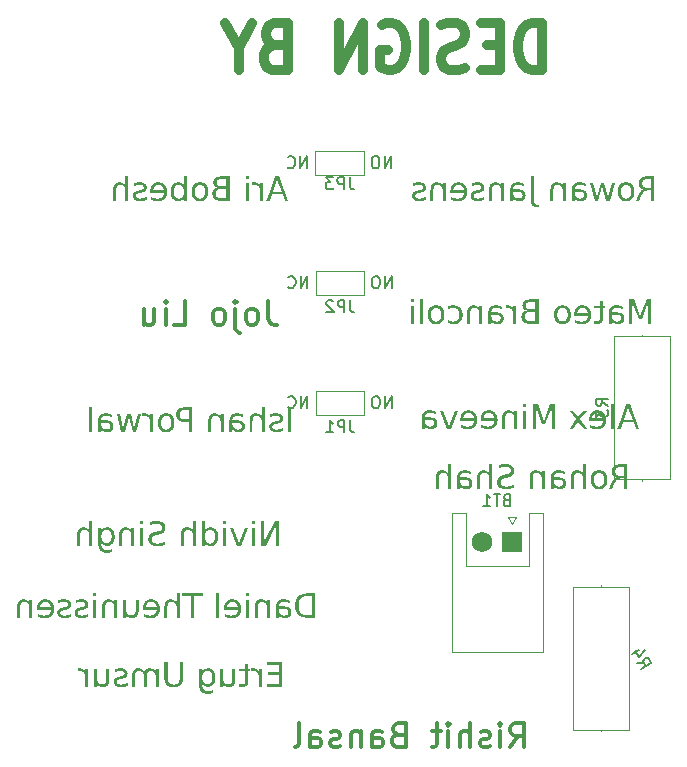
<source format=gbr>
%TF.GenerationSoftware,KiCad,Pcbnew,7.0.10-7.0.10~ubuntu22.04.1*%
%TF.CreationDate,2024-01-29T18:04:03-05:00*%
%TF.ProjectId,CoreIO,436f7265-494f-42e6-9b69-6361645f7063,rev?*%
%TF.SameCoordinates,Original*%
%TF.FileFunction,Legend,Bot*%
%TF.FilePolarity,Positive*%
%FSLAX46Y46*%
G04 Gerber Fmt 4.6, Leading zero omitted, Abs format (unit mm)*
G04 Created by KiCad (PCBNEW 7.0.10-7.0.10~ubuntu22.04.1) date 2024-01-29 18:04:03*
%MOMM*%
%LPD*%
G01*
G04 APERTURE LIST*
%ADD10C,0.875000*%
%ADD11C,0.150000*%
%ADD12C,0.300000*%
%ADD13C,0.120000*%
%ADD14R,1.750000X1.750000*%
%ADD15C,1.750000*%
G04 APERTURE END LIST*
D10*
X160611009Y-55664976D02*
X160611009Y-51664976D01*
X160611009Y-51664976D02*
X159777676Y-51664976D01*
X159777676Y-51664976D02*
X159277676Y-51855452D01*
X159277676Y-51855452D02*
X158944343Y-52236404D01*
X158944343Y-52236404D02*
X158777676Y-52617357D01*
X158777676Y-52617357D02*
X158611009Y-53379261D01*
X158611009Y-53379261D02*
X158611009Y-53950690D01*
X158611009Y-53950690D02*
X158777676Y-54712595D01*
X158777676Y-54712595D02*
X158944343Y-55093547D01*
X158944343Y-55093547D02*
X159277676Y-55474500D01*
X159277676Y-55474500D02*
X159777676Y-55664976D01*
X159777676Y-55664976D02*
X160611009Y-55664976D01*
X157111009Y-53569738D02*
X155944343Y-53569738D01*
X155444343Y-55664976D02*
X157111009Y-55664976D01*
X157111009Y-55664976D02*
X157111009Y-51664976D01*
X157111009Y-51664976D02*
X155444343Y-51664976D01*
X154111009Y-55474500D02*
X153611009Y-55664976D01*
X153611009Y-55664976D02*
X152777676Y-55664976D01*
X152777676Y-55664976D02*
X152444342Y-55474500D01*
X152444342Y-55474500D02*
X152277676Y-55284023D01*
X152277676Y-55284023D02*
X152111009Y-54903071D01*
X152111009Y-54903071D02*
X152111009Y-54522119D01*
X152111009Y-54522119D02*
X152277676Y-54141166D01*
X152277676Y-54141166D02*
X152444342Y-53950690D01*
X152444342Y-53950690D02*
X152777676Y-53760214D01*
X152777676Y-53760214D02*
X153444342Y-53569738D01*
X153444342Y-53569738D02*
X153777676Y-53379261D01*
X153777676Y-53379261D02*
X153944342Y-53188785D01*
X153944342Y-53188785D02*
X154111009Y-52807833D01*
X154111009Y-52807833D02*
X154111009Y-52426880D01*
X154111009Y-52426880D02*
X153944342Y-52045928D01*
X153944342Y-52045928D02*
X153777676Y-51855452D01*
X153777676Y-51855452D02*
X153444342Y-51664976D01*
X153444342Y-51664976D02*
X152611009Y-51664976D01*
X152611009Y-51664976D02*
X152111009Y-51855452D01*
X150611009Y-55664976D02*
X150611009Y-51664976D01*
X147111009Y-51855452D02*
X147444342Y-51664976D01*
X147444342Y-51664976D02*
X147944342Y-51664976D01*
X147944342Y-51664976D02*
X148444342Y-51855452D01*
X148444342Y-51855452D02*
X148777676Y-52236404D01*
X148777676Y-52236404D02*
X148944342Y-52617357D01*
X148944342Y-52617357D02*
X149111009Y-53379261D01*
X149111009Y-53379261D02*
X149111009Y-53950690D01*
X149111009Y-53950690D02*
X148944342Y-54712595D01*
X148944342Y-54712595D02*
X148777676Y-55093547D01*
X148777676Y-55093547D02*
X148444342Y-55474500D01*
X148444342Y-55474500D02*
X147944342Y-55664976D01*
X147944342Y-55664976D02*
X147611009Y-55664976D01*
X147611009Y-55664976D02*
X147111009Y-55474500D01*
X147111009Y-55474500D02*
X146944342Y-55284023D01*
X146944342Y-55284023D02*
X146944342Y-53950690D01*
X146944342Y-53950690D02*
X147611009Y-53950690D01*
X145444342Y-55664976D02*
X145444342Y-51664976D01*
X145444342Y-51664976D02*
X143444342Y-55664976D01*
X143444342Y-55664976D02*
X143444342Y-51664976D01*
X137944342Y-53569738D02*
X137444342Y-53760214D01*
X137444342Y-53760214D02*
X137277675Y-53950690D01*
X137277675Y-53950690D02*
X137111008Y-54331642D01*
X137111008Y-54331642D02*
X137111008Y-54903071D01*
X137111008Y-54903071D02*
X137277675Y-55284023D01*
X137277675Y-55284023D02*
X137444342Y-55474500D01*
X137444342Y-55474500D02*
X137777675Y-55664976D01*
X137777675Y-55664976D02*
X139111008Y-55664976D01*
X139111008Y-55664976D02*
X139111008Y-51664976D01*
X139111008Y-51664976D02*
X137944342Y-51664976D01*
X137944342Y-51664976D02*
X137611008Y-51855452D01*
X137611008Y-51855452D02*
X137444342Y-52045928D01*
X137444342Y-52045928D02*
X137277675Y-52426880D01*
X137277675Y-52426880D02*
X137277675Y-52807833D01*
X137277675Y-52807833D02*
X137444342Y-53188785D01*
X137444342Y-53188785D02*
X137611008Y-53379261D01*
X137611008Y-53379261D02*
X137944342Y-53569738D01*
X137944342Y-53569738D02*
X139111008Y-53569738D01*
X134944342Y-53760214D02*
X134944342Y-55664976D01*
X136111008Y-51664976D02*
X134944342Y-53760214D01*
X134944342Y-53760214D02*
X133777675Y-51664976D01*
D11*
G36*
X138662005Y-105800636D02*
G01*
X137365076Y-105800636D01*
X137365076Y-106019478D01*
X138384545Y-106019478D01*
X138384545Y-106644739D01*
X137407574Y-106644739D01*
X137407574Y-106863581D01*
X138384545Y-106863581D01*
X138384545Y-107645158D01*
X137340163Y-107645158D01*
X137340163Y-107864000D01*
X138662005Y-107864000D01*
X138662005Y-105800636D01*
G37*
G36*
X136012947Y-106550950D02*
G01*
X136031914Y-106544318D01*
X136051629Y-106538528D01*
X136072092Y-106533579D01*
X136093303Y-106529472D01*
X136105759Y-106527503D01*
X136128239Y-106524457D01*
X136148252Y-106522442D01*
X136168952Y-106520977D01*
X136190338Y-106520061D01*
X136212412Y-106519695D01*
X136216157Y-106519687D01*
X136242574Y-106520236D01*
X136268211Y-106521885D01*
X136293071Y-106524633D01*
X136317152Y-106528480D01*
X136340454Y-106533426D01*
X136362978Y-106539471D01*
X136384723Y-106546615D01*
X136405690Y-106554858D01*
X136425878Y-106564200D01*
X136445288Y-106574642D01*
X136463919Y-106586182D01*
X136481771Y-106598822D01*
X136498845Y-106612560D01*
X136515141Y-106627398D01*
X136530658Y-106643335D01*
X136545397Y-106660371D01*
X136559297Y-106678435D01*
X136572301Y-106697457D01*
X136584409Y-106717438D01*
X136595619Y-106738376D01*
X136605933Y-106760272D01*
X136615349Y-106783126D01*
X136623869Y-106806937D01*
X136631492Y-106831707D01*
X136638218Y-106857435D01*
X136644048Y-106884120D01*
X136648980Y-106911763D01*
X136653016Y-106940365D01*
X136656155Y-106969924D01*
X136658397Y-107000441D01*
X136659742Y-107031916D01*
X136660191Y-107064348D01*
X136660191Y-107864000D01*
X136914203Y-107864000D01*
X136914203Y-106332108D01*
X136660191Y-106332108D01*
X136660191Y-106582213D01*
X136650051Y-106564670D01*
X136639537Y-106547698D01*
X136628649Y-106531300D01*
X136611616Y-106507775D01*
X136593741Y-106485539D01*
X136575025Y-106464590D01*
X136555468Y-106444929D01*
X136535069Y-106426557D01*
X136513828Y-106409472D01*
X136491746Y-106393676D01*
X136468823Y-106379167D01*
X136453073Y-106370210D01*
X136428591Y-106357814D01*
X136403138Y-106346637D01*
X136376716Y-106336679D01*
X136349323Y-106327941D01*
X136320960Y-106320422D01*
X136301512Y-106316087D01*
X136281633Y-106312293D01*
X136261323Y-106309042D01*
X136240581Y-106306332D01*
X136219408Y-106304165D01*
X136197804Y-106302539D01*
X136175769Y-106301455D01*
X136153302Y-106300913D01*
X136141907Y-106300845D01*
X136121734Y-106300845D01*
X136101915Y-106300845D01*
X136084755Y-106300845D01*
X136064242Y-106300845D01*
X136044639Y-106300845D01*
X136023953Y-106300845D01*
X136014413Y-106300845D01*
X136012947Y-106550950D01*
G37*
G36*
X135503457Y-105894425D02*
G01*
X135503457Y-106332108D01*
X134982731Y-106332108D01*
X134982731Y-106519687D01*
X135503457Y-106519687D01*
X135503457Y-107351090D01*
X135503256Y-107374012D01*
X135502655Y-107395885D01*
X135501653Y-107416709D01*
X135500251Y-107436483D01*
X135497396Y-107464176D01*
X135493639Y-107489508D01*
X135488981Y-107512479D01*
X135483421Y-107533089D01*
X135474605Y-107556895D01*
X135464187Y-107576503D01*
X135452166Y-107591913D01*
X135433397Y-107607252D01*
X135414655Y-107617651D01*
X135392600Y-107626387D01*
X135367233Y-107633459D01*
X135346034Y-107637670D01*
X135322972Y-107640946D01*
X135298046Y-107643286D01*
X135271257Y-107644690D01*
X135242605Y-107645158D01*
X134982731Y-107645158D01*
X134982731Y-107864000D01*
X135242605Y-107864000D01*
X135278473Y-107863568D01*
X135312924Y-107862275D01*
X135345960Y-107860118D01*
X135377580Y-107857100D01*
X135407784Y-107853218D01*
X135436572Y-107848475D01*
X135463945Y-107842869D01*
X135489901Y-107836400D01*
X135514442Y-107829069D01*
X135537567Y-107820875D01*
X135559276Y-107811819D01*
X135579569Y-107801901D01*
X135598446Y-107791120D01*
X135615908Y-107779476D01*
X135631953Y-107766970D01*
X135646583Y-107753602D01*
X135660070Y-107739092D01*
X135672686Y-107723163D01*
X135684433Y-107705814D01*
X135695309Y-107687046D01*
X135705316Y-107666857D01*
X135714452Y-107645250D01*
X135722718Y-107622222D01*
X135730114Y-107597775D01*
X135736640Y-107571908D01*
X135742296Y-107544621D01*
X135747081Y-107515915D01*
X135750997Y-107485789D01*
X135754042Y-107454244D01*
X135756217Y-107421279D01*
X135757523Y-107386894D01*
X135757958Y-107351090D01*
X135757958Y-106519687D01*
X135943094Y-106519687D01*
X135943094Y-106332108D01*
X135757958Y-106332108D01*
X135757958Y-105894425D01*
X135503457Y-105894425D01*
G37*
G36*
X134683778Y-107248996D02*
G01*
X134683778Y-106332108D01*
X134430742Y-106332108D01*
X134430742Y-107239226D01*
X134430410Y-107266095D01*
X134429414Y-107292113D01*
X134427754Y-107317279D01*
X134425430Y-107341595D01*
X134422442Y-107365059D01*
X134418789Y-107387673D01*
X134414473Y-107409435D01*
X134409493Y-107430346D01*
X134403849Y-107450407D01*
X134397540Y-107469616D01*
X134390568Y-107487974D01*
X134378864Y-107513916D01*
X134365667Y-107537943D01*
X134350975Y-107560055D01*
X134345745Y-107567000D01*
X134328974Y-107586555D01*
X134310718Y-107604186D01*
X134290975Y-107619894D01*
X134269748Y-107633678D01*
X134247035Y-107645540D01*
X134222836Y-107655477D01*
X134197152Y-107663491D01*
X134169982Y-107669582D01*
X134141327Y-107673750D01*
X134121398Y-107675459D01*
X134100810Y-107676314D01*
X134090267Y-107676421D01*
X134065019Y-107675912D01*
X134040442Y-107674383D01*
X134016537Y-107671836D01*
X133993303Y-107668269D01*
X133970741Y-107663684D01*
X133948851Y-107658080D01*
X133927632Y-107651457D01*
X133907085Y-107643815D01*
X133887210Y-107635153D01*
X133868006Y-107625473D01*
X133849475Y-107614774D01*
X133831614Y-107603057D01*
X133814426Y-107590320D01*
X133797909Y-107576564D01*
X133782064Y-107561789D01*
X133766890Y-107545995D01*
X133752457Y-107529324D01*
X133738955Y-107511916D01*
X133726384Y-107493771D01*
X133714744Y-107474890D01*
X133704036Y-107455272D01*
X133694258Y-107434918D01*
X133685412Y-107413827D01*
X133677497Y-107392000D01*
X133670513Y-107369436D01*
X133664461Y-107346136D01*
X133659339Y-107322099D01*
X133655149Y-107297326D01*
X133651890Y-107271816D01*
X133649562Y-107245569D01*
X133648165Y-107218586D01*
X133647699Y-107190866D01*
X133647699Y-106332108D01*
X133394664Y-106332108D01*
X133394664Y-107864000D01*
X133647699Y-107864000D01*
X133647699Y-107613895D01*
X133659295Y-107631438D01*
X133671124Y-107648409D01*
X133683185Y-107664808D01*
X133695479Y-107680634D01*
X133708006Y-107695888D01*
X133727233Y-107717695D01*
X133746984Y-107738214D01*
X133767259Y-107757446D01*
X133788057Y-107775389D01*
X133809379Y-107792044D01*
X133831225Y-107807411D01*
X133853595Y-107821491D01*
X133861168Y-107825898D01*
X133884317Y-107838294D01*
X133908154Y-107849471D01*
X133932677Y-107859429D01*
X133957888Y-107868167D01*
X133983785Y-107875686D01*
X134010370Y-107881986D01*
X134037641Y-107887066D01*
X134065599Y-107890927D01*
X134094244Y-107893569D01*
X134123576Y-107894992D01*
X134143512Y-107895263D01*
X134176170Y-107894620D01*
X134207832Y-107892690D01*
X134238498Y-107889475D01*
X134268168Y-107884974D01*
X134296842Y-107879186D01*
X134324519Y-107872113D01*
X134351201Y-107863753D01*
X134376886Y-107854108D01*
X134401576Y-107843176D01*
X134425269Y-107830958D01*
X134447967Y-107817454D01*
X134469668Y-107802664D01*
X134490374Y-107786588D01*
X134510083Y-107769226D01*
X134528796Y-107750577D01*
X134546513Y-107730643D01*
X134563135Y-107709470D01*
X134578684Y-107687107D01*
X134593162Y-107663552D01*
X134606566Y-107638808D01*
X134618899Y-107612872D01*
X134630159Y-107585746D01*
X134640346Y-107557429D01*
X134649461Y-107527921D01*
X134657504Y-107497223D01*
X134664475Y-107465334D01*
X134670373Y-107432254D01*
X134675199Y-107397984D01*
X134678952Y-107362523D01*
X134681633Y-107325871D01*
X134683241Y-107288029D01*
X134683778Y-107248996D01*
G37*
G36*
X132398886Y-106301681D02*
G01*
X132432958Y-106304188D01*
X132466175Y-106308367D01*
X132498537Y-106314218D01*
X132530044Y-106321739D01*
X132560697Y-106330933D01*
X132590494Y-106341798D01*
X132619437Y-106354334D01*
X132647525Y-106368543D01*
X132674758Y-106384422D01*
X132701136Y-106401973D01*
X132726660Y-106421196D01*
X132751328Y-106442090D01*
X132775142Y-106464656D01*
X132798101Y-106488893D01*
X132820205Y-106514802D01*
X132830844Y-106528311D01*
X132851108Y-106556151D01*
X132870022Y-106585086D01*
X132887584Y-106615117D01*
X132903796Y-106646242D01*
X132918656Y-106678463D01*
X132932166Y-106711780D01*
X132944325Y-106746191D01*
X132955133Y-106781698D01*
X132964589Y-106818300D01*
X132972695Y-106855997D01*
X132976241Y-106875257D01*
X132979450Y-106894790D01*
X132982321Y-106914597D01*
X132984854Y-106934678D01*
X132987049Y-106955033D01*
X132988907Y-106975661D01*
X132990427Y-106996563D01*
X132991609Y-107017740D01*
X132992453Y-107039189D01*
X132992960Y-107060913D01*
X132993129Y-107082911D01*
X132992960Y-107104848D01*
X132992453Y-107126514D01*
X132991609Y-107147908D01*
X132990427Y-107169029D01*
X132988907Y-107189879D01*
X132987049Y-107210457D01*
X132984854Y-107230763D01*
X132982321Y-107250797D01*
X132979450Y-107270560D01*
X132976241Y-107290050D01*
X132968811Y-107328215D01*
X132960030Y-107365292D01*
X132949898Y-107401281D01*
X132938414Y-107436183D01*
X132925580Y-107469998D01*
X132911395Y-107502724D01*
X132895859Y-107534363D01*
X132878972Y-107564915D01*
X132860734Y-107594378D01*
X132841145Y-107622754D01*
X132820205Y-107650043D01*
X132798101Y-107675952D01*
X132775142Y-107700189D01*
X132751328Y-107722755D01*
X132726660Y-107743649D01*
X132701136Y-107762872D01*
X132674758Y-107780423D01*
X132647525Y-107796302D01*
X132619437Y-107810510D01*
X132590494Y-107823047D01*
X132560697Y-107833912D01*
X132530044Y-107843105D01*
X132498537Y-107850627D01*
X132466175Y-107856478D01*
X132432958Y-107860656D01*
X132398886Y-107863164D01*
X132363959Y-107864000D01*
X132353351Y-107863931D01*
X132332419Y-107863386D01*
X132311864Y-107862294D01*
X132291687Y-107860657D01*
X132271889Y-107858474D01*
X132252467Y-107855745D01*
X132224044Y-107850629D01*
X132196471Y-107844285D01*
X132169748Y-107836713D01*
X132143875Y-107827913D01*
X132118852Y-107817885D01*
X132094679Y-107806630D01*
X132071356Y-107794146D01*
X132063736Y-107789681D01*
X132041398Y-107775454D01*
X132019841Y-107759982D01*
X131999066Y-107743265D01*
X131979072Y-107725303D01*
X131959859Y-107706096D01*
X131941428Y-107685645D01*
X131923778Y-107663947D01*
X131906910Y-107641005D01*
X131890822Y-107616818D01*
X131880532Y-107600002D01*
X131870588Y-107582632D01*
X131870588Y-107713546D01*
X131871071Y-107746057D01*
X131872520Y-107777522D01*
X131874933Y-107807942D01*
X131878313Y-107837316D01*
X131882658Y-107865644D01*
X131887968Y-107892927D01*
X131894244Y-107919164D01*
X131901485Y-107944355D01*
X131909692Y-107968501D01*
X131918865Y-107991601D01*
X131929003Y-108013655D01*
X131940106Y-108034664D01*
X131952175Y-108054627D01*
X131965210Y-108073545D01*
X131979210Y-108091416D01*
X131994175Y-108108242D01*
X132010112Y-108124095D01*
X132027026Y-108138925D01*
X132044917Y-108152733D01*
X132063785Y-108165517D01*
X132083629Y-108177279D01*
X132104451Y-108188018D01*
X132126250Y-108197734D01*
X132149025Y-108206428D01*
X132172778Y-108214099D01*
X132197508Y-108220747D01*
X132223214Y-108226372D01*
X132249898Y-108230974D01*
X132277558Y-108234554D01*
X132306196Y-108237111D01*
X132335810Y-108238645D01*
X132366401Y-108239157D01*
X132380489Y-108239036D01*
X132401557Y-108238405D01*
X132422547Y-108237233D01*
X132443460Y-108235520D01*
X132464295Y-108233266D01*
X132485053Y-108230471D01*
X132505734Y-108227135D01*
X132526338Y-108223258D01*
X132546864Y-108218840D01*
X132567314Y-108213882D01*
X132587685Y-108208382D01*
X132601252Y-108204464D01*
X132621646Y-108198095D01*
X132642091Y-108191132D01*
X132662587Y-108183577D01*
X132683135Y-108175430D01*
X132703734Y-108166690D01*
X132724385Y-108157358D01*
X132745088Y-108147433D01*
X132765842Y-108136916D01*
X132786647Y-108125806D01*
X132807504Y-108114104D01*
X132807504Y-108364209D01*
X132793557Y-108370095D01*
X132772544Y-108378561D01*
X132751420Y-108386588D01*
X132730184Y-108394177D01*
X132708836Y-108401328D01*
X132687376Y-108408041D01*
X132665805Y-108414317D01*
X132644122Y-108420154D01*
X132622328Y-108425554D01*
X132600422Y-108430516D01*
X132578404Y-108435039D01*
X132563568Y-108437819D01*
X132541093Y-108441653D01*
X132518351Y-108445084D01*
X132495343Y-108448111D01*
X132472069Y-108450734D01*
X132448529Y-108452953D01*
X132424722Y-108454770D01*
X132400649Y-108456182D01*
X132376310Y-108457191D01*
X132351705Y-108457796D01*
X132326834Y-108457998D01*
X132304515Y-108457807D01*
X132282557Y-108457235D01*
X132260963Y-108456281D01*
X132239731Y-108454945D01*
X132218862Y-108453228D01*
X132198355Y-108451129D01*
X132178210Y-108448648D01*
X132158429Y-108445786D01*
X132119953Y-108438917D01*
X132082927Y-108430521D01*
X132047352Y-108420598D01*
X132013226Y-108409150D01*
X131980551Y-108396174D01*
X131949326Y-108381672D01*
X131919552Y-108365644D01*
X131891227Y-108348089D01*
X131864353Y-108329007D01*
X131838928Y-108308399D01*
X131814955Y-108286265D01*
X131792431Y-108262604D01*
X131771313Y-108237378D01*
X131751558Y-108210550D01*
X131733166Y-108182118D01*
X131716135Y-108152084D01*
X131700468Y-108120447D01*
X131686162Y-108087207D01*
X131673219Y-108052364D01*
X131661639Y-108015919D01*
X131656359Y-107997095D01*
X131651421Y-107977870D01*
X131646822Y-107958245D01*
X131642565Y-107938219D01*
X131638648Y-107917792D01*
X131635072Y-107896965D01*
X131631836Y-107875737D01*
X131628941Y-107854108D01*
X131626386Y-107832078D01*
X131624172Y-107809648D01*
X131622299Y-107786817D01*
X131620766Y-107763585D01*
X131619574Y-107739953D01*
X131618723Y-107715920D01*
X131618212Y-107691486D01*
X131618041Y-107666651D01*
X131618041Y-107082911D01*
X131870588Y-107082911D01*
X131871031Y-107115844D01*
X131872359Y-107147841D01*
X131874573Y-107178904D01*
X131877672Y-107209032D01*
X131881656Y-107238225D01*
X131886525Y-107266482D01*
X131892280Y-107293805D01*
X131898921Y-107320193D01*
X131906446Y-107345646D01*
X131914857Y-107370163D01*
X131924154Y-107393746D01*
X131934336Y-107416394D01*
X131945403Y-107438107D01*
X131957356Y-107458885D01*
X131970194Y-107478727D01*
X131983917Y-107497635D01*
X131998440Y-107515499D01*
X132013677Y-107532211D01*
X132029627Y-107547770D01*
X132046291Y-107562176D01*
X132063668Y-107575430D01*
X132081759Y-107587532D01*
X132100564Y-107598481D01*
X132120083Y-107608277D01*
X132140315Y-107616921D01*
X132161260Y-107624413D01*
X132182920Y-107630751D01*
X132205293Y-107635938D01*
X132228379Y-107639972D01*
X132252180Y-107642853D01*
X132276694Y-107644582D01*
X132301921Y-107645158D01*
X132327031Y-107644582D01*
X132351434Y-107642853D01*
X132375131Y-107639972D01*
X132398122Y-107635938D01*
X132420408Y-107630751D01*
X132441987Y-107624413D01*
X132462860Y-107616921D01*
X132483027Y-107608277D01*
X132502489Y-107598481D01*
X132521244Y-107587532D01*
X132539293Y-107575430D01*
X132556636Y-107562176D01*
X132573273Y-107547770D01*
X132589204Y-107532211D01*
X132604429Y-107515499D01*
X132618949Y-107497635D01*
X132632672Y-107478727D01*
X132645510Y-107458885D01*
X132657463Y-107438107D01*
X132668530Y-107416394D01*
X132678712Y-107393746D01*
X132688008Y-107370163D01*
X132696419Y-107345646D01*
X132703945Y-107320193D01*
X132710585Y-107293805D01*
X132716340Y-107266482D01*
X132721210Y-107238225D01*
X132725194Y-107209032D01*
X132728293Y-107178904D01*
X132730506Y-107147841D01*
X132731835Y-107115844D01*
X132732277Y-107082911D01*
X132731835Y-107049860D01*
X132730506Y-107017751D01*
X132728293Y-106986586D01*
X132725194Y-106956363D01*
X132721210Y-106927082D01*
X132716340Y-106898744D01*
X132710585Y-106871349D01*
X132703945Y-106844896D01*
X132696419Y-106819386D01*
X132688008Y-106794819D01*
X132678712Y-106771194D01*
X132668530Y-106748512D01*
X132657463Y-106726772D01*
X132645510Y-106705975D01*
X132632672Y-106686121D01*
X132618949Y-106667210D01*
X132604429Y-106649345D01*
X132589204Y-106632634D01*
X132573273Y-106617075D01*
X132556636Y-106602668D01*
X132539293Y-106589414D01*
X132521244Y-106577313D01*
X132502489Y-106566364D01*
X132483027Y-106556568D01*
X132462860Y-106547924D01*
X132441987Y-106540432D01*
X132420408Y-106534093D01*
X132398122Y-106528907D01*
X132375131Y-106524873D01*
X132351434Y-106521992D01*
X132327031Y-106520263D01*
X132301921Y-106519687D01*
X132276694Y-106520263D01*
X132252180Y-106521992D01*
X132228379Y-106524873D01*
X132205293Y-106528907D01*
X132182920Y-106534093D01*
X132161260Y-106540432D01*
X132140315Y-106547924D01*
X132120083Y-106556568D01*
X132100564Y-106566364D01*
X132081759Y-106577313D01*
X132063668Y-106589414D01*
X132046291Y-106602668D01*
X132029627Y-106617075D01*
X132013677Y-106632634D01*
X131998440Y-106649345D01*
X131983917Y-106667210D01*
X131970194Y-106686121D01*
X131957356Y-106705975D01*
X131945403Y-106726772D01*
X131934336Y-106748512D01*
X131924154Y-106771194D01*
X131914857Y-106794819D01*
X131906446Y-106819386D01*
X131898921Y-106844896D01*
X131892280Y-106871349D01*
X131886525Y-106898744D01*
X131881656Y-106927082D01*
X131877672Y-106956363D01*
X131874573Y-106986586D01*
X131872359Y-107017751D01*
X131871031Y-107049860D01*
X131870588Y-107082911D01*
X131618041Y-107082911D01*
X131618041Y-106332108D01*
X131870588Y-106332108D01*
X131870588Y-106582213D01*
X131875517Y-106573459D01*
X131885634Y-106556370D01*
X131896098Y-106539838D01*
X131912446Y-106516084D01*
X131929575Y-106493584D01*
X131947485Y-106472338D01*
X131966177Y-106452345D01*
X131985650Y-106433607D01*
X132005904Y-106416121D01*
X132026940Y-106399890D01*
X132048757Y-106384912D01*
X132071356Y-106371187D01*
X132079036Y-106366860D01*
X132102642Y-106354701D01*
X132127098Y-106343779D01*
X132152405Y-106334093D01*
X132178561Y-106325644D01*
X132205568Y-106318431D01*
X132233424Y-106312454D01*
X132262131Y-106307715D01*
X132281741Y-106305242D01*
X132301729Y-106303318D01*
X132322094Y-106301944D01*
X132342838Y-106301120D01*
X132363959Y-106300845D01*
X132398886Y-106301681D01*
G37*
G36*
X130238558Y-105800636D02*
G01*
X129959632Y-105800636D01*
X129959632Y-107053602D01*
X129959516Y-107074121D01*
X129959167Y-107094278D01*
X129958585Y-107114073D01*
X129956723Y-107152580D01*
X129953929Y-107189640D01*
X129950204Y-107225253D01*
X129945548Y-107259421D01*
X129939961Y-107292142D01*
X129933443Y-107323416D01*
X129925994Y-107353244D01*
X129917613Y-107381626D01*
X129908301Y-107408561D01*
X129898058Y-107434051D01*
X129886884Y-107458093D01*
X129874779Y-107480689D01*
X129861743Y-107501839D01*
X129847775Y-107521543D01*
X129840442Y-107530852D01*
X129824904Y-107548480D01*
X129808210Y-107564970D01*
X129790359Y-107580323D01*
X129771352Y-107594539D01*
X129751188Y-107607617D01*
X129729869Y-107619558D01*
X129707393Y-107630362D01*
X129683760Y-107640029D01*
X129658971Y-107648558D01*
X129633026Y-107655950D01*
X129605925Y-107662205D01*
X129577667Y-107667323D01*
X129548253Y-107671303D01*
X129517683Y-107674146D01*
X129485956Y-107675852D01*
X129453073Y-107676421D01*
X129420310Y-107675852D01*
X129388700Y-107674146D01*
X129358242Y-107671303D01*
X129328936Y-107667323D01*
X129300784Y-107662205D01*
X129273783Y-107655950D01*
X129247935Y-107648558D01*
X129223240Y-107640029D01*
X129199698Y-107630362D01*
X129177307Y-107619558D01*
X129156070Y-107607617D01*
X129135984Y-107594539D01*
X129117052Y-107580323D01*
X129099272Y-107564970D01*
X129082644Y-107548480D01*
X129067169Y-107530852D01*
X129052677Y-107511872D01*
X129039119Y-107491445D01*
X129026497Y-107469572D01*
X129014810Y-107446253D01*
X129004057Y-107421487D01*
X128994240Y-107395275D01*
X128985357Y-107367616D01*
X128977410Y-107338511D01*
X128970397Y-107307960D01*
X128964320Y-107275962D01*
X128959177Y-107242518D01*
X128954970Y-107207627D01*
X128951698Y-107171291D01*
X128949360Y-107133507D01*
X128947958Y-107094278D01*
X128947607Y-107074121D01*
X128947490Y-107053602D01*
X128947490Y-105800636D01*
X128668565Y-105800636D01*
X128668565Y-107087796D01*
X128668759Y-107112579D01*
X128669341Y-107136980D01*
X128670312Y-107161000D01*
X128671671Y-107184638D01*
X128673419Y-107207895D01*
X128675554Y-107230769D01*
X128678078Y-107253263D01*
X128680991Y-107275374D01*
X128684291Y-107297104D01*
X128687980Y-107318453D01*
X128692057Y-107339419D01*
X128696523Y-107360004D01*
X128701377Y-107380208D01*
X128706619Y-107400030D01*
X128712249Y-107419470D01*
X128718268Y-107438528D01*
X128724675Y-107457205D01*
X128738654Y-107493414D01*
X128754187Y-107528097D01*
X128771272Y-107561253D01*
X128789911Y-107592882D01*
X128810103Y-107622985D01*
X128831848Y-107651562D01*
X128855147Y-107678612D01*
X128867378Y-107691564D01*
X128892908Y-107716231D01*
X128919914Y-107739306D01*
X128948396Y-107760790D01*
X128978356Y-107780682D01*
X129009793Y-107798983D01*
X129042707Y-107815693D01*
X129077097Y-107830811D01*
X129112965Y-107844338D01*
X129150309Y-107856273D01*
X129169535Y-107861644D01*
X129189130Y-107866617D01*
X129209095Y-107871193D01*
X129229428Y-107875370D01*
X129250131Y-107879150D01*
X129271203Y-107882531D01*
X129292645Y-107885515D01*
X129314455Y-107888101D01*
X129336635Y-107890289D01*
X129359184Y-107892080D01*
X129382103Y-107893472D01*
X129405390Y-107894467D01*
X129429047Y-107895064D01*
X129453073Y-107895263D01*
X129477159Y-107895064D01*
X129500876Y-107894467D01*
X129524222Y-107893472D01*
X129547198Y-107892080D01*
X129569804Y-107890289D01*
X129592039Y-107888101D01*
X129613905Y-107885515D01*
X129635400Y-107882531D01*
X129656525Y-107879150D01*
X129677280Y-107875370D01*
X129697665Y-107871193D01*
X129717679Y-107866617D01*
X129737324Y-107861644D01*
X129756598Y-107856273D01*
X129775502Y-107850505D01*
X129812199Y-107837773D01*
X129847416Y-107823451D01*
X129881152Y-107807537D01*
X129913408Y-107790032D01*
X129944182Y-107770935D01*
X129973476Y-107750247D01*
X130001289Y-107727967D01*
X130027622Y-107704096D01*
X130040233Y-107691564D01*
X130064249Y-107665277D01*
X130086715Y-107637464D01*
X130107632Y-107608125D01*
X130127000Y-107577258D01*
X130144818Y-107544866D01*
X130161087Y-107510946D01*
X130175806Y-107475501D01*
X130188976Y-107438528D01*
X130194980Y-107419470D01*
X130200597Y-107400030D01*
X130205826Y-107380208D01*
X130210668Y-107360004D01*
X130215123Y-107339419D01*
X130219190Y-107318453D01*
X130222870Y-107297104D01*
X130226162Y-107275374D01*
X130229068Y-107253263D01*
X130231585Y-107230769D01*
X130233716Y-107207895D01*
X130235459Y-107184638D01*
X130236815Y-107161000D01*
X130237783Y-107136980D01*
X130238364Y-107112579D01*
X130238558Y-107087796D01*
X130238558Y-105800636D01*
G37*
G36*
X126972542Y-106637900D02*
G01*
X126960552Y-106616640D01*
X126948271Y-106596089D01*
X126935700Y-106576248D01*
X126922839Y-106557117D01*
X126909688Y-106538696D01*
X126896247Y-106520984D01*
X126882516Y-106503983D01*
X126868495Y-106487691D01*
X126854184Y-106472109D01*
X126839583Y-106457237D01*
X126824692Y-106443075D01*
X126809510Y-106429622D01*
X126794039Y-106416880D01*
X126778278Y-106404847D01*
X126762226Y-106393524D01*
X126745885Y-106382911D01*
X126720743Y-106368245D01*
X126694777Y-106355021D01*
X126667987Y-106343240D01*
X126649669Y-106336188D01*
X126630984Y-106329777D01*
X126611933Y-106324006D01*
X126592516Y-106318877D01*
X126572732Y-106314389D01*
X126552582Y-106310542D01*
X126532066Y-106307337D01*
X126511183Y-106304772D01*
X126489934Y-106302849D01*
X126468318Y-106301567D01*
X126446336Y-106300925D01*
X126435208Y-106300845D01*
X126405596Y-106301504D01*
X126376842Y-106303479D01*
X126348947Y-106306770D01*
X126321910Y-106311378D01*
X126295732Y-106317303D01*
X126270413Y-106324544D01*
X126245952Y-106333103D01*
X126222351Y-106342977D01*
X126199607Y-106354168D01*
X126177723Y-106366676D01*
X126156697Y-106380501D01*
X126136530Y-106395642D01*
X126117221Y-106412100D01*
X126098771Y-106429874D01*
X126081180Y-106448965D01*
X126064448Y-106469373D01*
X126048595Y-106490935D01*
X126033765Y-106513611D01*
X126019957Y-106537402D01*
X126007173Y-106562307D01*
X125995411Y-106588327D01*
X125984672Y-106615461D01*
X125974955Y-106643709D01*
X125966262Y-106673071D01*
X125958591Y-106703548D01*
X125951943Y-106735140D01*
X125946318Y-106767845D01*
X125941715Y-106801665D01*
X125938136Y-106836600D01*
X125935579Y-106872648D01*
X125934045Y-106909811D01*
X125933533Y-106948089D01*
X125933533Y-107864000D01*
X126188034Y-107864000D01*
X126188034Y-106956393D01*
X126188340Y-106929118D01*
X126189256Y-106902736D01*
X126190782Y-106877247D01*
X126192919Y-106852651D01*
X126195667Y-106828948D01*
X126199025Y-106806138D01*
X126202994Y-106784221D01*
X126207574Y-106763197D01*
X126212764Y-106743066D01*
X126218565Y-106723828D01*
X126228411Y-106696646D01*
X126239631Y-106671472D01*
X126252224Y-106648308D01*
X126266192Y-106627154D01*
X126281572Y-106607948D01*
X126298404Y-106590632D01*
X126316686Y-106575204D01*
X126336420Y-106561666D01*
X126357604Y-106550017D01*
X126380240Y-106540257D01*
X126404327Y-106532386D01*
X126429865Y-106526404D01*
X126456855Y-106522311D01*
X126485295Y-106520107D01*
X126505062Y-106519687D01*
X126529287Y-106520198D01*
X126552872Y-106521732D01*
X126575816Y-106524289D01*
X126598118Y-106527869D01*
X126619779Y-106532471D01*
X126640800Y-106538097D01*
X126661179Y-106544745D01*
X126680916Y-106552415D01*
X126700013Y-106561109D01*
X126718469Y-106570825D01*
X126736283Y-106581564D01*
X126753457Y-106593326D01*
X126769989Y-106606111D01*
X126785880Y-106619918D01*
X126801130Y-106634748D01*
X126815739Y-106650601D01*
X126829521Y-106667274D01*
X126842414Y-106684688D01*
X126854419Y-106702842D01*
X126865534Y-106721737D01*
X126875759Y-106741372D01*
X126885096Y-106761747D01*
X126893543Y-106782862D01*
X126901101Y-106804718D01*
X126907770Y-106827315D01*
X126913550Y-106850651D01*
X126918441Y-106874728D01*
X126922442Y-106899546D01*
X126925554Y-106925103D01*
X126927777Y-106951401D01*
X126929111Y-106978440D01*
X126929556Y-107006219D01*
X126929556Y-107864000D01*
X127184057Y-107864000D01*
X127184057Y-106956393D01*
X127184364Y-106928944D01*
X127185286Y-106902408D01*
X127186822Y-106876783D01*
X127188972Y-106852071D01*
X127191737Y-106828271D01*
X127195116Y-106805382D01*
X127199110Y-106783406D01*
X127203718Y-106762342D01*
X127208941Y-106742190D01*
X127214778Y-106722950D01*
X127224685Y-106695801D01*
X127235976Y-106670703D01*
X127248648Y-106647658D01*
X127262703Y-106626665D01*
X127278105Y-106607547D01*
X127295000Y-106590309D01*
X127313390Y-106574952D01*
X127333274Y-106561475D01*
X127354652Y-106549879D01*
X127377524Y-106540163D01*
X127401890Y-106532328D01*
X127427750Y-106526373D01*
X127455104Y-106522299D01*
X127483953Y-106520105D01*
X127504015Y-106519687D01*
X127527945Y-106520200D01*
X127551253Y-106521740D01*
X127573939Y-106524306D01*
X127596003Y-106527900D01*
X127617445Y-106532519D01*
X127638264Y-106538165D01*
X127658462Y-106544838D01*
X127678038Y-106552538D01*
X127696992Y-106561263D01*
X127715323Y-106571016D01*
X127733033Y-106581795D01*
X127750120Y-106593601D01*
X127766585Y-106606433D01*
X127782429Y-106620292D01*
X127797650Y-106635177D01*
X127812249Y-106651090D01*
X127826032Y-106667818D01*
X127838925Y-106685276D01*
X127850929Y-106703462D01*
X127862044Y-106722378D01*
X127872270Y-106742022D01*
X127881607Y-106762396D01*
X127890054Y-106783498D01*
X127897612Y-106805329D01*
X127904281Y-106827889D01*
X127910061Y-106851178D01*
X127914952Y-106875196D01*
X127918953Y-106899942D01*
X127922065Y-106925418D01*
X127924288Y-106951623D01*
X127925622Y-106978556D01*
X127926066Y-107006219D01*
X127926066Y-107864000D01*
X128180079Y-107864000D01*
X128180079Y-106332108D01*
X127926066Y-106332108D01*
X127926066Y-106582213D01*
X127915125Y-106564496D01*
X127903917Y-106547370D01*
X127892441Y-106530836D01*
X127880698Y-106514894D01*
X127862583Y-106492089D01*
X127843867Y-106470615D01*
X127824550Y-106450472D01*
X127804632Y-106431660D01*
X127784113Y-106414179D01*
X127762992Y-106398029D01*
X127741271Y-106383210D01*
X127718949Y-106369722D01*
X127695835Y-106357413D01*
X127671922Y-106346315D01*
X127647211Y-106336427D01*
X127621702Y-106327750D01*
X127595394Y-106320284D01*
X127568287Y-106314029D01*
X127540382Y-106308984D01*
X127511678Y-106305150D01*
X127492098Y-106303267D01*
X127472164Y-106301921D01*
X127451875Y-106301114D01*
X127431230Y-106300845D01*
X127410483Y-106301183D01*
X127390129Y-106302196D01*
X127370168Y-106303885D01*
X127350600Y-106306249D01*
X127321985Y-106311062D01*
X127294254Y-106317395D01*
X127267408Y-106325247D01*
X127241446Y-106334619D01*
X127216369Y-106345512D01*
X127192176Y-106357924D01*
X127168867Y-106371856D01*
X127146443Y-106387307D01*
X127124911Y-106404202D01*
X127104460Y-106422461D01*
X127085092Y-106442086D01*
X127066805Y-106463076D01*
X127049600Y-106485431D01*
X127033477Y-106509152D01*
X127018436Y-106534238D01*
X127009010Y-106551720D01*
X127000065Y-106569810D01*
X126991600Y-106588506D01*
X126983616Y-106607808D01*
X126976114Y-106627718D01*
X126972542Y-106637900D01*
G37*
G36*
X124461726Y-106394635D02*
G01*
X124461726Y-106644739D01*
X124481862Y-106633290D01*
X124502152Y-106622391D01*
X124522597Y-106612041D01*
X124543196Y-106602241D01*
X124563950Y-106592990D01*
X124584859Y-106584289D01*
X124605922Y-106576137D01*
X124627139Y-106568535D01*
X124648512Y-106561483D01*
X124670038Y-106554980D01*
X124684475Y-106550950D01*
X124706164Y-106545363D01*
X124727998Y-106540325D01*
X124749979Y-106535837D01*
X124772105Y-106531899D01*
X124794378Y-106528510D01*
X124816796Y-106525671D01*
X124839360Y-106523381D01*
X124862071Y-106521641D01*
X124884927Y-106520450D01*
X124907929Y-106519809D01*
X124923345Y-106519687D01*
X124946546Y-106519908D01*
X124969011Y-106520572D01*
X124990739Y-106521679D01*
X125011730Y-106523228D01*
X125031985Y-106525220D01*
X125051504Y-106527655D01*
X125079400Y-106532138D01*
X125105640Y-106537616D01*
X125130222Y-106544090D01*
X125153147Y-106551561D01*
X125174415Y-106560027D01*
X125194025Y-106569490D01*
X125206178Y-106576351D01*
X125222939Y-106587474D01*
X125242723Y-106603853D01*
X125259576Y-106622004D01*
X125273498Y-106641925D01*
X125284489Y-106663617D01*
X125292549Y-106687079D01*
X125297678Y-106712312D01*
X125299601Y-106732399D01*
X125299967Y-106746344D01*
X125298914Y-106767380D01*
X125295754Y-106787255D01*
X125288842Y-106810468D01*
X125278638Y-106831867D01*
X125265143Y-106851455D01*
X125248356Y-106869229D01*
X125232556Y-106882143D01*
X125213582Y-106894401D01*
X125190363Y-106906506D01*
X125170165Y-106915485D01*
X125147579Y-106924378D01*
X125122606Y-106933185D01*
X125095246Y-106941906D01*
X125075680Y-106947673D01*
X125055053Y-106953401D01*
X125033365Y-106959091D01*
X125010616Y-106964743D01*
X124986806Y-106970357D01*
X124961935Y-106975933D01*
X124875473Y-106994006D01*
X124842378Y-107001271D01*
X124810505Y-107008898D01*
X124779852Y-107016887D01*
X124750421Y-107025239D01*
X124722211Y-107033954D01*
X124695222Y-107043031D01*
X124669454Y-107052470D01*
X124644908Y-107062272D01*
X124621583Y-107072437D01*
X124599479Y-107082964D01*
X124578596Y-107093854D01*
X124558935Y-107105106D01*
X124540494Y-107116721D01*
X124523275Y-107128699D01*
X124507277Y-107141039D01*
X124492501Y-107153741D01*
X124472247Y-107173692D01*
X124453987Y-107195077D01*
X124437718Y-107217897D01*
X124423441Y-107242150D01*
X124411156Y-107267837D01*
X124400864Y-107294958D01*
X124395109Y-107313835D01*
X124390239Y-107333349D01*
X124386255Y-107353501D01*
X124383156Y-107374291D01*
X124380943Y-107395717D01*
X124379615Y-107417781D01*
X124379172Y-107440482D01*
X124379836Y-107466397D01*
X124381828Y-107491628D01*
X124385148Y-107516177D01*
X124389796Y-107540042D01*
X124395773Y-107563224D01*
X124403077Y-107585723D01*
X124411710Y-107607539D01*
X124421670Y-107628672D01*
X124432959Y-107649121D01*
X124445575Y-107668888D01*
X124459520Y-107687971D01*
X124474793Y-107706371D01*
X124491394Y-107724088D01*
X124509323Y-107741122D01*
X124528580Y-107757473D01*
X124549165Y-107773141D01*
X124570849Y-107787929D01*
X124593525Y-107801763D01*
X124617194Y-107814643D01*
X124641855Y-107826569D01*
X124667508Y-107837541D01*
X124694154Y-107847559D01*
X124721791Y-107856623D01*
X124750421Y-107864732D01*
X124780043Y-107871888D01*
X124810657Y-107878089D01*
X124842264Y-107883337D01*
X124874863Y-107887630D01*
X124908454Y-107890969D01*
X124943037Y-107893354D01*
X124978613Y-107894786D01*
X125015180Y-107895263D01*
X125038530Y-107894988D01*
X125062052Y-107894163D01*
X125085745Y-107892790D01*
X125109611Y-107890866D01*
X125133648Y-107888393D01*
X125157856Y-107885371D01*
X125182237Y-107881799D01*
X125206789Y-107877677D01*
X125231513Y-107873006D01*
X125256408Y-107867785D01*
X125273101Y-107864000D01*
X125298325Y-107857863D01*
X125323808Y-107851177D01*
X125349548Y-107843941D01*
X125375545Y-107836156D01*
X125401800Y-107827821D01*
X125428313Y-107818937D01*
X125455084Y-107809503D01*
X125482112Y-107799519D01*
X125509397Y-107788986D01*
X125527731Y-107781659D01*
X125546179Y-107774088D01*
X125555445Y-107770210D01*
X125555445Y-107520106D01*
X125537938Y-107529723D01*
X125520465Y-107539034D01*
X125503027Y-107548041D01*
X125476933Y-107560978D01*
X125450917Y-107573228D01*
X125424978Y-107584792D01*
X125399117Y-107595668D01*
X125373332Y-107605858D01*
X125347625Y-107615360D01*
X125321996Y-107624176D01*
X125296443Y-107632305D01*
X125279451Y-107637342D01*
X125253923Y-107644326D01*
X125228446Y-107650623D01*
X125203021Y-107656233D01*
X125177648Y-107661156D01*
X125152325Y-107665392D01*
X125127055Y-107668941D01*
X125101836Y-107671803D01*
X125076668Y-107673979D01*
X125051552Y-107675467D01*
X125026488Y-107676268D01*
X125009807Y-107676421D01*
X124987840Y-107676188D01*
X124966515Y-107675490D01*
X124945831Y-107674326D01*
X124925787Y-107672696D01*
X124896925Y-107669379D01*
X124869505Y-107665014D01*
X124843527Y-107659602D01*
X124818992Y-107653142D01*
X124795900Y-107645634D01*
X124774250Y-107637079D01*
X124754043Y-107627476D01*
X124735278Y-107616826D01*
X124718080Y-107605222D01*
X124702574Y-107592760D01*
X124684531Y-107574808D01*
X124669495Y-107555330D01*
X124657466Y-107534325D01*
X124648444Y-107511794D01*
X124642429Y-107487736D01*
X124639422Y-107462151D01*
X124639046Y-107448787D01*
X124640130Y-107424362D01*
X124643382Y-107401404D01*
X124648801Y-107379910D01*
X124656387Y-107359882D01*
X124666142Y-107341320D01*
X124678064Y-107324223D01*
X124692154Y-107308591D01*
X124708411Y-107294425D01*
X124728340Y-107281061D01*
X124746682Y-107271127D01*
X124767936Y-107261271D01*
X124792100Y-107251492D01*
X124819175Y-107241791D01*
X124838843Y-107235366D01*
X124859804Y-107228976D01*
X124882058Y-107222620D01*
X124905607Y-107216298D01*
X124930449Y-107210011D01*
X124956585Y-107203758D01*
X124984014Y-107197539D01*
X125012738Y-107191355D01*
X125100665Y-107172304D01*
X125129526Y-107165995D01*
X125157368Y-107159283D01*
X125184191Y-107152165D01*
X125209994Y-107144643D01*
X125234779Y-107136717D01*
X125258545Y-107128386D01*
X125281292Y-107119650D01*
X125303020Y-107110510D01*
X125323730Y-107100966D01*
X125343420Y-107091017D01*
X125362091Y-107080663D01*
X125379743Y-107069905D01*
X125396377Y-107058742D01*
X125419416Y-107041240D01*
X125440163Y-107022827D01*
X125458757Y-107003302D01*
X125475523Y-106982464D01*
X125490459Y-106960312D01*
X125503567Y-106936846D01*
X125514845Y-106912066D01*
X125524295Y-106885973D01*
X125531916Y-106858566D01*
X125537707Y-106829845D01*
X125540552Y-106809968D01*
X125542585Y-106789507D01*
X125543804Y-106768462D01*
X125544210Y-106746833D01*
X125543609Y-106720529D01*
X125541806Y-106694985D01*
X125538801Y-106670200D01*
X125534593Y-106646174D01*
X125529184Y-106622908D01*
X125522572Y-106600401D01*
X125514758Y-106578654D01*
X125505742Y-106557667D01*
X125495524Y-106537438D01*
X125484104Y-106517970D01*
X125471481Y-106499260D01*
X125457657Y-106481310D01*
X125442630Y-106464120D01*
X125426401Y-106447689D01*
X125408970Y-106432017D01*
X125390337Y-106417105D01*
X125370599Y-106403027D01*
X125349854Y-106389857D01*
X125328101Y-106377595D01*
X125305341Y-106366241D01*
X125281573Y-106355796D01*
X125256797Y-106346259D01*
X125231015Y-106337631D01*
X125204224Y-106329910D01*
X125176426Y-106323098D01*
X125147621Y-106317194D01*
X125117808Y-106312199D01*
X125086988Y-106308112D01*
X125055160Y-106304933D01*
X125022324Y-106302662D01*
X124988481Y-106301299D01*
X124953631Y-106300845D01*
X124927490Y-106301051D01*
X124901642Y-106301670D01*
X124876085Y-106302700D01*
X124850820Y-106304143D01*
X124825847Y-106305997D01*
X124801166Y-106308264D01*
X124776777Y-106310943D01*
X124752680Y-106314034D01*
X124728875Y-106317538D01*
X124705362Y-106321453D01*
X124689849Y-106324293D01*
X124666844Y-106328895D01*
X124644173Y-106333910D01*
X124621838Y-106339336D01*
X124599838Y-106345175D01*
X124578172Y-106351426D01*
X124556841Y-106358090D01*
X124535846Y-106365165D01*
X124515185Y-106372653D01*
X124494859Y-106380552D01*
X124474867Y-106388864D01*
X124461726Y-106394635D01*
G37*
G36*
X124011342Y-107248996D02*
G01*
X124011342Y-106332108D01*
X123758307Y-106332108D01*
X123758307Y-107239226D01*
X123757975Y-107266095D01*
X123756978Y-107292113D01*
X123755318Y-107317279D01*
X123752994Y-107341595D01*
X123750006Y-107365059D01*
X123746354Y-107387673D01*
X123742038Y-107409435D01*
X123737057Y-107430346D01*
X123731413Y-107450407D01*
X123725105Y-107469616D01*
X123718132Y-107487974D01*
X123706429Y-107513916D01*
X123693231Y-107537943D01*
X123678539Y-107560055D01*
X123673310Y-107567000D01*
X123656539Y-107586555D01*
X123638282Y-107604186D01*
X123618540Y-107619894D01*
X123597312Y-107633678D01*
X123574599Y-107645540D01*
X123550401Y-107655477D01*
X123524716Y-107663491D01*
X123497547Y-107669582D01*
X123468892Y-107673750D01*
X123448963Y-107675459D01*
X123428374Y-107676314D01*
X123417832Y-107676421D01*
X123392583Y-107675912D01*
X123368006Y-107674383D01*
X123344101Y-107671836D01*
X123320868Y-107668269D01*
X123298306Y-107663684D01*
X123276415Y-107658080D01*
X123255197Y-107651457D01*
X123234650Y-107643815D01*
X123214775Y-107635153D01*
X123195571Y-107625473D01*
X123177039Y-107614774D01*
X123159179Y-107603057D01*
X123141990Y-107590320D01*
X123125473Y-107576564D01*
X123109628Y-107561789D01*
X123094454Y-107545995D01*
X123080021Y-107529324D01*
X123066519Y-107511916D01*
X123053948Y-107493771D01*
X123042309Y-107474890D01*
X123031600Y-107455272D01*
X123021823Y-107434918D01*
X123012977Y-107413827D01*
X123005062Y-107392000D01*
X122998078Y-107369436D01*
X122992025Y-107346136D01*
X122986904Y-107322099D01*
X122982713Y-107297326D01*
X122979454Y-107271816D01*
X122977126Y-107245569D01*
X122975730Y-107218586D01*
X122975264Y-107190866D01*
X122975264Y-106332108D01*
X122722228Y-106332108D01*
X122722228Y-107864000D01*
X122975264Y-107864000D01*
X122975264Y-107613895D01*
X122986860Y-107631438D01*
X122998688Y-107648409D01*
X123010750Y-107664808D01*
X123023044Y-107680634D01*
X123035571Y-107695888D01*
X123054798Y-107717695D01*
X123074549Y-107738214D01*
X123094823Y-107757446D01*
X123115622Y-107775389D01*
X123136944Y-107792044D01*
X123158790Y-107807411D01*
X123181159Y-107821491D01*
X123188732Y-107825898D01*
X123211882Y-107838294D01*
X123235718Y-107849471D01*
X123260242Y-107859429D01*
X123285452Y-107868167D01*
X123311350Y-107875686D01*
X123337934Y-107881986D01*
X123365205Y-107887066D01*
X123393163Y-107890927D01*
X123421809Y-107893569D01*
X123451141Y-107894992D01*
X123471077Y-107895263D01*
X123503735Y-107894620D01*
X123535397Y-107892690D01*
X123566063Y-107889475D01*
X123595732Y-107884974D01*
X123624406Y-107879186D01*
X123652084Y-107872113D01*
X123678765Y-107863753D01*
X123704451Y-107854108D01*
X123729141Y-107843176D01*
X123752834Y-107830958D01*
X123775531Y-107817454D01*
X123797233Y-107802664D01*
X123817938Y-107786588D01*
X123837647Y-107769226D01*
X123856361Y-107750577D01*
X123874078Y-107730643D01*
X123890700Y-107709470D01*
X123906249Y-107687107D01*
X123920726Y-107663552D01*
X123934131Y-107638808D01*
X123946463Y-107612872D01*
X123957723Y-107585746D01*
X123967911Y-107557429D01*
X123977026Y-107527921D01*
X123985069Y-107497223D01*
X123992039Y-107465334D01*
X123997937Y-107432254D01*
X124002763Y-107397984D01*
X124006516Y-107362523D01*
X124009197Y-107325871D01*
X124010806Y-107288029D01*
X124011342Y-107248996D01*
G37*
G36*
X121319297Y-106550950D02*
G01*
X121338264Y-106544318D01*
X121357979Y-106538528D01*
X121378442Y-106533579D01*
X121399653Y-106529472D01*
X121412110Y-106527503D01*
X121434590Y-106524457D01*
X121454602Y-106522442D01*
X121475302Y-106520977D01*
X121496688Y-106520061D01*
X121518762Y-106519695D01*
X121522508Y-106519687D01*
X121548924Y-106520236D01*
X121574562Y-106521885D01*
X121599421Y-106524633D01*
X121623502Y-106528480D01*
X121646804Y-106533426D01*
X121669328Y-106539471D01*
X121691073Y-106546615D01*
X121712040Y-106554858D01*
X121732228Y-106564200D01*
X121751638Y-106574642D01*
X121770269Y-106586182D01*
X121788122Y-106598822D01*
X121805196Y-106612560D01*
X121821491Y-106627398D01*
X121837008Y-106643335D01*
X121851747Y-106660371D01*
X121865648Y-106678435D01*
X121878652Y-106697457D01*
X121890759Y-106717438D01*
X121901969Y-106738376D01*
X121912283Y-106760272D01*
X121921700Y-106783126D01*
X121930219Y-106806937D01*
X121937842Y-106831707D01*
X121944569Y-106857435D01*
X121950398Y-106884120D01*
X121955331Y-106911763D01*
X121959366Y-106940365D01*
X121962505Y-106969924D01*
X121964747Y-107000441D01*
X121966093Y-107031916D01*
X121966541Y-107064348D01*
X121966541Y-107864000D01*
X122220554Y-107864000D01*
X122220554Y-106332108D01*
X121966541Y-106332108D01*
X121966541Y-106582213D01*
X121956401Y-106564670D01*
X121945887Y-106547698D01*
X121934999Y-106531300D01*
X121917966Y-106507775D01*
X121900092Y-106485539D01*
X121881376Y-106464590D01*
X121861818Y-106444929D01*
X121841419Y-106426557D01*
X121820178Y-106409472D01*
X121798096Y-106393676D01*
X121775173Y-106379167D01*
X121759423Y-106370210D01*
X121734941Y-106357814D01*
X121709489Y-106346637D01*
X121683066Y-106336679D01*
X121655673Y-106327941D01*
X121627310Y-106320422D01*
X121607862Y-106316087D01*
X121587983Y-106312293D01*
X121567673Y-106309042D01*
X121546931Y-106306332D01*
X121525759Y-106304165D01*
X121504154Y-106302539D01*
X121482119Y-106301455D01*
X121459653Y-106300913D01*
X121448258Y-106300845D01*
X121428085Y-106300845D01*
X121408265Y-106300845D01*
X121391105Y-106300845D01*
X121370592Y-106300845D01*
X121350989Y-106300845D01*
X121330304Y-106300845D01*
X121320763Y-106300845D01*
X121319297Y-106550950D01*
G37*
D12*
X157953584Y-112959638D02*
X158620251Y-112007257D01*
X159096441Y-112959638D02*
X159096441Y-110959638D01*
X159096441Y-110959638D02*
X158334536Y-110959638D01*
X158334536Y-110959638D02*
X158144060Y-111054876D01*
X158144060Y-111054876D02*
X158048822Y-111150114D01*
X158048822Y-111150114D02*
X157953584Y-111340590D01*
X157953584Y-111340590D02*
X157953584Y-111626304D01*
X157953584Y-111626304D02*
X158048822Y-111816780D01*
X158048822Y-111816780D02*
X158144060Y-111912019D01*
X158144060Y-111912019D02*
X158334536Y-112007257D01*
X158334536Y-112007257D02*
X159096441Y-112007257D01*
X157096441Y-112959638D02*
X157096441Y-111626304D01*
X157096441Y-110959638D02*
X157191679Y-111054876D01*
X157191679Y-111054876D02*
X157096441Y-111150114D01*
X157096441Y-111150114D02*
X157001203Y-111054876D01*
X157001203Y-111054876D02*
X157096441Y-110959638D01*
X157096441Y-110959638D02*
X157096441Y-111150114D01*
X156239298Y-112864400D02*
X156048822Y-112959638D01*
X156048822Y-112959638D02*
X155667870Y-112959638D01*
X155667870Y-112959638D02*
X155477393Y-112864400D01*
X155477393Y-112864400D02*
X155382155Y-112673923D01*
X155382155Y-112673923D02*
X155382155Y-112578685D01*
X155382155Y-112578685D02*
X155477393Y-112388209D01*
X155477393Y-112388209D02*
X155667870Y-112292971D01*
X155667870Y-112292971D02*
X155953584Y-112292971D01*
X155953584Y-112292971D02*
X156144060Y-112197733D01*
X156144060Y-112197733D02*
X156239298Y-112007257D01*
X156239298Y-112007257D02*
X156239298Y-111912019D01*
X156239298Y-111912019D02*
X156144060Y-111721542D01*
X156144060Y-111721542D02*
X155953584Y-111626304D01*
X155953584Y-111626304D02*
X155667870Y-111626304D01*
X155667870Y-111626304D02*
X155477393Y-111721542D01*
X154525012Y-112959638D02*
X154525012Y-110959638D01*
X153667869Y-112959638D02*
X153667869Y-111912019D01*
X153667869Y-111912019D02*
X153763107Y-111721542D01*
X153763107Y-111721542D02*
X153953583Y-111626304D01*
X153953583Y-111626304D02*
X154239298Y-111626304D01*
X154239298Y-111626304D02*
X154429774Y-111721542D01*
X154429774Y-111721542D02*
X154525012Y-111816780D01*
X152715488Y-112959638D02*
X152715488Y-111626304D01*
X152715488Y-110959638D02*
X152810726Y-111054876D01*
X152810726Y-111054876D02*
X152715488Y-111150114D01*
X152715488Y-111150114D02*
X152620250Y-111054876D01*
X152620250Y-111054876D02*
X152715488Y-110959638D01*
X152715488Y-110959638D02*
X152715488Y-111150114D01*
X152048821Y-111626304D02*
X151286917Y-111626304D01*
X151763107Y-110959638D02*
X151763107Y-112673923D01*
X151763107Y-112673923D02*
X151667869Y-112864400D01*
X151667869Y-112864400D02*
X151477393Y-112959638D01*
X151477393Y-112959638D02*
X151286917Y-112959638D01*
X148429773Y-111912019D02*
X148144059Y-112007257D01*
X148144059Y-112007257D02*
X148048821Y-112102495D01*
X148048821Y-112102495D02*
X147953583Y-112292971D01*
X147953583Y-112292971D02*
X147953583Y-112578685D01*
X147953583Y-112578685D02*
X148048821Y-112769161D01*
X148048821Y-112769161D02*
X148144059Y-112864400D01*
X148144059Y-112864400D02*
X148334535Y-112959638D01*
X148334535Y-112959638D02*
X149096440Y-112959638D01*
X149096440Y-112959638D02*
X149096440Y-110959638D01*
X149096440Y-110959638D02*
X148429773Y-110959638D01*
X148429773Y-110959638D02*
X148239297Y-111054876D01*
X148239297Y-111054876D02*
X148144059Y-111150114D01*
X148144059Y-111150114D02*
X148048821Y-111340590D01*
X148048821Y-111340590D02*
X148048821Y-111531066D01*
X148048821Y-111531066D02*
X148144059Y-111721542D01*
X148144059Y-111721542D02*
X148239297Y-111816780D01*
X148239297Y-111816780D02*
X148429773Y-111912019D01*
X148429773Y-111912019D02*
X149096440Y-111912019D01*
X146239297Y-112959638D02*
X146239297Y-111912019D01*
X146239297Y-111912019D02*
X146334535Y-111721542D01*
X146334535Y-111721542D02*
X146525011Y-111626304D01*
X146525011Y-111626304D02*
X146905964Y-111626304D01*
X146905964Y-111626304D02*
X147096440Y-111721542D01*
X146239297Y-112864400D02*
X146429773Y-112959638D01*
X146429773Y-112959638D02*
X146905964Y-112959638D01*
X146905964Y-112959638D02*
X147096440Y-112864400D01*
X147096440Y-112864400D02*
X147191678Y-112673923D01*
X147191678Y-112673923D02*
X147191678Y-112483447D01*
X147191678Y-112483447D02*
X147096440Y-112292971D01*
X147096440Y-112292971D02*
X146905964Y-112197733D01*
X146905964Y-112197733D02*
X146429773Y-112197733D01*
X146429773Y-112197733D02*
X146239297Y-112102495D01*
X145286916Y-111626304D02*
X145286916Y-112959638D01*
X145286916Y-111816780D02*
X145191678Y-111721542D01*
X145191678Y-111721542D02*
X145001202Y-111626304D01*
X145001202Y-111626304D02*
X144715487Y-111626304D01*
X144715487Y-111626304D02*
X144525011Y-111721542D01*
X144525011Y-111721542D02*
X144429773Y-111912019D01*
X144429773Y-111912019D02*
X144429773Y-112959638D01*
X143572630Y-112864400D02*
X143382154Y-112959638D01*
X143382154Y-112959638D02*
X143001202Y-112959638D01*
X143001202Y-112959638D02*
X142810725Y-112864400D01*
X142810725Y-112864400D02*
X142715487Y-112673923D01*
X142715487Y-112673923D02*
X142715487Y-112578685D01*
X142715487Y-112578685D02*
X142810725Y-112388209D01*
X142810725Y-112388209D02*
X143001202Y-112292971D01*
X143001202Y-112292971D02*
X143286916Y-112292971D01*
X143286916Y-112292971D02*
X143477392Y-112197733D01*
X143477392Y-112197733D02*
X143572630Y-112007257D01*
X143572630Y-112007257D02*
X143572630Y-111912019D01*
X143572630Y-111912019D02*
X143477392Y-111721542D01*
X143477392Y-111721542D02*
X143286916Y-111626304D01*
X143286916Y-111626304D02*
X143001202Y-111626304D01*
X143001202Y-111626304D02*
X142810725Y-111721542D01*
X141001201Y-112959638D02*
X141001201Y-111912019D01*
X141001201Y-111912019D02*
X141096439Y-111721542D01*
X141096439Y-111721542D02*
X141286915Y-111626304D01*
X141286915Y-111626304D02*
X141667868Y-111626304D01*
X141667868Y-111626304D02*
X141858344Y-111721542D01*
X141001201Y-112864400D02*
X141191677Y-112959638D01*
X141191677Y-112959638D02*
X141667868Y-112959638D01*
X141667868Y-112959638D02*
X141858344Y-112864400D01*
X141858344Y-112864400D02*
X141953582Y-112673923D01*
X141953582Y-112673923D02*
X141953582Y-112483447D01*
X141953582Y-112483447D02*
X141858344Y-112292971D01*
X141858344Y-112292971D02*
X141667868Y-112197733D01*
X141667868Y-112197733D02*
X141191677Y-112197733D01*
X141191677Y-112197733D02*
X141001201Y-112102495D01*
X139763106Y-112959638D02*
X139953582Y-112864400D01*
X139953582Y-112864400D02*
X140048820Y-112673923D01*
X140048820Y-112673923D02*
X140048820Y-110959638D01*
D11*
G36*
X138408005Y-93862636D02*
G01*
X138034314Y-93862636D01*
X137124753Y-95588944D01*
X137124753Y-93862636D01*
X136855598Y-93862636D01*
X136855598Y-95926000D01*
X137229289Y-95926000D01*
X138138361Y-94199691D01*
X138138361Y-95926000D01*
X138408005Y-95926000D01*
X138408005Y-93862636D01*
G37*
G36*
X136324125Y-94394108D02*
G01*
X136071578Y-94394108D01*
X136071578Y-95926000D01*
X136324125Y-95926000D01*
X136324125Y-94394108D01*
G37*
G36*
X136324125Y-93800110D02*
G01*
X136071578Y-93800110D01*
X136071578Y-94112741D01*
X136324125Y-94112741D01*
X136324125Y-93800110D01*
G37*
G36*
X135727684Y-94394108D02*
G01*
X135459994Y-94394108D01*
X134979324Y-95679803D01*
X134498166Y-94394108D01*
X134230475Y-94394108D01*
X134807377Y-95926000D01*
X135150782Y-95926000D01*
X135727684Y-94394108D01*
G37*
G36*
X133889512Y-94394108D02*
G01*
X133636965Y-94394108D01*
X133636965Y-95926000D01*
X133889512Y-95926000D01*
X133889512Y-94394108D01*
G37*
G36*
X133889512Y-93800110D02*
G01*
X133636965Y-93800110D01*
X133636965Y-94112741D01*
X133889512Y-94112741D01*
X133889512Y-93800110D01*
G37*
G36*
X132099212Y-94644213D02*
G01*
X132104230Y-94635370D01*
X132114511Y-94618112D01*
X132125120Y-94601428D01*
X132141650Y-94577474D01*
X132158917Y-94554808D01*
X132176924Y-94533430D01*
X132195668Y-94513340D01*
X132215151Y-94494538D01*
X132235373Y-94477024D01*
X132256333Y-94460798D01*
X132278031Y-94445860D01*
X132300468Y-94432210D01*
X132308118Y-94427943D01*
X132331640Y-94415953D01*
X132356020Y-94405182D01*
X132381259Y-94395631D01*
X132407357Y-94387299D01*
X132434314Y-94380187D01*
X132462129Y-94374293D01*
X132490802Y-94369619D01*
X132510395Y-94367181D01*
X132530370Y-94365284D01*
X132550726Y-94363929D01*
X132571464Y-94363116D01*
X132592583Y-94362845D01*
X132627044Y-94363704D01*
X132660696Y-94366280D01*
X132693539Y-94370573D01*
X132725573Y-94376584D01*
X132756798Y-94384312D01*
X132787214Y-94393757D01*
X132816821Y-94404920D01*
X132845618Y-94417800D01*
X132873607Y-94432397D01*
X132900787Y-94448712D01*
X132927157Y-94466744D01*
X132952719Y-94486493D01*
X132977471Y-94507960D01*
X133001415Y-94531144D01*
X133024549Y-94556045D01*
X133046875Y-94582664D01*
X133068051Y-94610622D01*
X133087862Y-94639664D01*
X133106306Y-94669790D01*
X133123384Y-94701000D01*
X133139095Y-94733293D01*
X133153441Y-94766670D01*
X133166420Y-94801131D01*
X133178033Y-94836676D01*
X133188280Y-94873305D01*
X133197160Y-94911018D01*
X133201088Y-94930281D01*
X133204675Y-94949814D01*
X133207919Y-94969619D01*
X133210823Y-94989695D01*
X133213384Y-95010041D01*
X133215604Y-95030659D01*
X133217483Y-95051547D01*
X133219020Y-95072707D01*
X133220215Y-95094137D01*
X133221069Y-95115838D01*
X133221582Y-95137811D01*
X133221752Y-95160054D01*
X133221582Y-95182298D01*
X133221069Y-95204271D01*
X133220215Y-95225975D01*
X133219020Y-95247409D01*
X133217483Y-95268573D01*
X133215604Y-95289466D01*
X133213384Y-95310090D01*
X133210823Y-95330444D01*
X133207919Y-95350528D01*
X133204675Y-95370341D01*
X133201088Y-95389885D01*
X133197160Y-95409159D01*
X133188280Y-95446896D01*
X133178033Y-95483554D01*
X133166420Y-95519131D01*
X133153441Y-95553628D01*
X133139095Y-95587046D01*
X133123384Y-95619383D01*
X133106306Y-95650640D01*
X133087862Y-95680818D01*
X133068051Y-95709915D01*
X133046875Y-95737933D01*
X133024549Y-95764492D01*
X133001415Y-95789338D01*
X132977471Y-95812470D01*
X132952719Y-95833889D01*
X132927157Y-95853595D01*
X132900787Y-95871587D01*
X132873607Y-95887865D01*
X132845618Y-95902430D01*
X132816821Y-95915281D01*
X132787214Y-95926419D01*
X132756798Y-95935844D01*
X132725573Y-95943554D01*
X132693539Y-95949552D01*
X132660696Y-95953836D01*
X132627044Y-95956406D01*
X132592583Y-95957263D01*
X132581976Y-95957195D01*
X132561047Y-95956653D01*
X132540500Y-95955569D01*
X132520335Y-95953943D01*
X132500551Y-95951776D01*
X132481149Y-95949066D01*
X132452761Y-95943986D01*
X132425233Y-95937686D01*
X132398562Y-95930167D01*
X132372751Y-95921429D01*
X132347798Y-95911471D01*
X132323704Y-95900294D01*
X132300468Y-95887898D01*
X132285428Y-95878941D01*
X132263484Y-95864432D01*
X132242278Y-95848636D01*
X132221810Y-95831551D01*
X132202081Y-95813178D01*
X132183090Y-95793518D01*
X132164837Y-95772569D01*
X132147323Y-95750333D01*
X132130548Y-95726808D01*
X132119775Y-95710409D01*
X132109329Y-95693438D01*
X132099212Y-95675895D01*
X132099212Y-95926000D01*
X131846665Y-95926000D01*
X131846665Y-95160054D01*
X132099212Y-95160054D01*
X132099665Y-95193426D01*
X132101021Y-95225885D01*
X132103282Y-95257432D01*
X132106448Y-95288068D01*
X132110518Y-95317791D01*
X132115493Y-95346602D01*
X132121372Y-95374501D01*
X132128155Y-95401488D01*
X132135843Y-95427563D01*
X132144435Y-95452726D01*
X132153932Y-95476976D01*
X132164334Y-95500315D01*
X132175639Y-95522741D01*
X132187850Y-95544256D01*
X132200964Y-95564858D01*
X132214983Y-95584548D01*
X132229726Y-95603181D01*
X132245132Y-95620612D01*
X132261203Y-95636841D01*
X132277937Y-95651867D01*
X132295336Y-95665692D01*
X132313398Y-95678314D01*
X132332125Y-95689735D01*
X132351515Y-95699953D01*
X132371570Y-95708969D01*
X132392288Y-95716783D01*
X132413671Y-95723394D01*
X132435718Y-95728804D01*
X132458429Y-95733011D01*
X132481803Y-95736017D01*
X132505842Y-95737820D01*
X132530545Y-95738421D01*
X132555305Y-95737820D01*
X132579394Y-95736017D01*
X132602811Y-95733011D01*
X132625556Y-95728804D01*
X132647629Y-95723394D01*
X132669031Y-95716783D01*
X132689761Y-95708969D01*
X132709819Y-95699953D01*
X132729206Y-95689735D01*
X132747921Y-95678314D01*
X132765965Y-95665692D01*
X132783337Y-95651867D01*
X132800037Y-95636841D01*
X132816065Y-95620612D01*
X132831422Y-95603181D01*
X132846107Y-95584548D01*
X132860008Y-95564858D01*
X132873012Y-95544256D01*
X132885119Y-95522741D01*
X132896329Y-95500315D01*
X132906643Y-95476976D01*
X132916060Y-95452726D01*
X132924580Y-95427563D01*
X132932203Y-95401488D01*
X132938929Y-95374501D01*
X132944758Y-95346602D01*
X132949691Y-95317791D01*
X132953726Y-95288068D01*
X132956865Y-95257432D01*
X132959107Y-95225885D01*
X132960453Y-95193426D01*
X132960901Y-95160054D01*
X132960453Y-95126682D01*
X132959107Y-95094223D01*
X132956865Y-95062675D01*
X132953726Y-95032040D01*
X132949691Y-95002317D01*
X132944758Y-94973506D01*
X132938929Y-94945607D01*
X132932203Y-94918620D01*
X132924580Y-94892545D01*
X132916060Y-94867382D01*
X132906643Y-94843132D01*
X132896329Y-94819793D01*
X132885119Y-94797367D01*
X132873012Y-94775852D01*
X132860008Y-94755250D01*
X132846107Y-94735560D01*
X132831422Y-94716927D01*
X132816065Y-94699496D01*
X132800037Y-94683267D01*
X132783337Y-94668240D01*
X132765965Y-94654416D01*
X132747921Y-94641794D01*
X132729206Y-94630373D01*
X132709819Y-94620155D01*
X132689761Y-94611139D01*
X132669031Y-94603325D01*
X132647629Y-94596714D01*
X132625556Y-94591304D01*
X132602811Y-94587096D01*
X132579394Y-94584091D01*
X132555305Y-94582288D01*
X132530545Y-94581687D01*
X132505842Y-94582288D01*
X132481803Y-94584091D01*
X132458429Y-94587096D01*
X132435718Y-94591304D01*
X132413671Y-94596714D01*
X132392288Y-94603325D01*
X132371570Y-94611139D01*
X132351515Y-94620155D01*
X132332125Y-94630373D01*
X132313398Y-94641794D01*
X132295336Y-94654416D01*
X132277937Y-94668240D01*
X132261203Y-94683267D01*
X132245132Y-94699496D01*
X132229726Y-94716927D01*
X132214983Y-94735560D01*
X132200964Y-94755250D01*
X132187850Y-94775852D01*
X132175639Y-94797367D01*
X132164334Y-94819793D01*
X132153932Y-94843132D01*
X132144435Y-94867382D01*
X132135843Y-94892545D01*
X132128155Y-94918620D01*
X132121372Y-94945607D01*
X132115493Y-94973506D01*
X132110518Y-95002317D01*
X132106448Y-95032040D01*
X132103282Y-95062675D01*
X132101021Y-95094223D01*
X132099665Y-95126682D01*
X132099212Y-95160054D01*
X131846665Y-95160054D01*
X131846665Y-93800110D01*
X132099212Y-93800110D01*
X132099212Y-94644213D01*
G37*
G36*
X130056854Y-95010089D02*
G01*
X130056854Y-95926000D01*
X130309401Y-95926000D01*
X130309401Y-95018393D01*
X130309735Y-94991467D01*
X130310736Y-94965400D01*
X130312406Y-94940191D01*
X130314744Y-94915842D01*
X130317749Y-94892350D01*
X130321422Y-94869718D01*
X130325763Y-94847944D01*
X130330772Y-94827029D01*
X130336449Y-94806972D01*
X130342793Y-94787774D01*
X130349806Y-94769435D01*
X130361577Y-94743536D01*
X130374850Y-94719570D01*
X130389626Y-94697535D01*
X130394886Y-94690619D01*
X130411574Y-94671152D01*
X130429765Y-94653599D01*
X130449458Y-94637961D01*
X130470654Y-94624239D01*
X130493353Y-94612430D01*
X130517555Y-94602537D01*
X130543259Y-94594559D01*
X130570466Y-94588495D01*
X130599175Y-94584346D01*
X130619150Y-94582644D01*
X130639792Y-94581793D01*
X130650364Y-94581687D01*
X130675610Y-94582198D01*
X130700182Y-94583732D01*
X130724077Y-94586289D01*
X130747298Y-94589869D01*
X130769842Y-94594471D01*
X130791712Y-94600097D01*
X130812905Y-94606745D01*
X130833424Y-94614415D01*
X130853267Y-94623109D01*
X130872434Y-94632825D01*
X130890926Y-94643564D01*
X130908742Y-94655326D01*
X130925883Y-94668111D01*
X130942348Y-94681918D01*
X130958138Y-94696748D01*
X130973253Y-94712601D01*
X130987568Y-94729274D01*
X131000959Y-94746688D01*
X131013427Y-94764842D01*
X131024971Y-94783737D01*
X131035592Y-94803372D01*
X131045289Y-94823747D01*
X131054063Y-94844862D01*
X131061913Y-94866718D01*
X131068840Y-94889315D01*
X131074843Y-94912651D01*
X131079922Y-94936728D01*
X131084078Y-94961546D01*
X131087310Y-94987103D01*
X131089619Y-95013401D01*
X131091005Y-95040440D01*
X131091466Y-95068219D01*
X131091466Y-95926000D01*
X131345479Y-95926000D01*
X131345479Y-93800110D01*
X131091466Y-93800110D01*
X131091466Y-94644213D01*
X131079985Y-94626845D01*
X131068256Y-94610034D01*
X131056278Y-94593781D01*
X131044053Y-94578084D01*
X131031579Y-94562945D01*
X131012404Y-94541281D01*
X130992670Y-94520870D01*
X130972378Y-94501714D01*
X130951529Y-94483810D01*
X130930121Y-94467161D01*
X130908154Y-94451765D01*
X130885630Y-94437623D01*
X130877998Y-94433187D01*
X130854587Y-94420616D01*
X130830514Y-94409282D01*
X130805780Y-94399184D01*
X130780385Y-94390323D01*
X130754329Y-94382698D01*
X130727611Y-94376309D01*
X130700233Y-94371157D01*
X130672193Y-94367242D01*
X130643492Y-94364563D01*
X130614130Y-94363120D01*
X130594188Y-94362845D01*
X130561538Y-94363486D01*
X130529899Y-94365410D01*
X130499271Y-94368616D01*
X130469655Y-94373103D01*
X130441050Y-94378874D01*
X130413456Y-94385926D01*
X130386873Y-94394261D01*
X130361302Y-94403878D01*
X130336743Y-94414777D01*
X130313194Y-94426959D01*
X130290657Y-94440423D01*
X130269131Y-94455169D01*
X130248617Y-94471198D01*
X130229114Y-94488508D01*
X130210622Y-94507101D01*
X130193141Y-94526976D01*
X130176638Y-94548098D01*
X130161199Y-94570429D01*
X130146825Y-94593970D01*
X130133515Y-94618720D01*
X130121271Y-94644681D01*
X130110091Y-94671851D01*
X130099976Y-94700231D01*
X130090926Y-94729820D01*
X130082940Y-94760620D01*
X130076019Y-94792629D01*
X130070163Y-94825848D01*
X130065372Y-94860276D01*
X130061645Y-94895915D01*
X130058983Y-94932763D01*
X130057386Y-94970821D01*
X130056854Y-95010089D01*
G37*
G36*
X127431732Y-93925162D02*
G01*
X127431732Y-94206530D01*
X127451385Y-94196856D01*
X127470902Y-94187494D01*
X127490281Y-94178446D01*
X127509523Y-94169710D01*
X127528627Y-94161288D01*
X127547594Y-94153178D01*
X127566424Y-94145381D01*
X127585116Y-94137898D01*
X127603671Y-94130727D01*
X127622088Y-94123869D01*
X127649457Y-94114169D01*
X127676516Y-94105173D01*
X127703267Y-94096881D01*
X127729708Y-94089293D01*
X127755909Y-94082309D01*
X127781938Y-94076013D01*
X127807795Y-94070403D01*
X127833480Y-94065480D01*
X127858994Y-94061244D01*
X127884336Y-94057694D01*
X127909507Y-94054832D01*
X127934505Y-94052657D01*
X127959332Y-94051169D01*
X127983988Y-94050367D01*
X128000329Y-94050214D01*
X128028316Y-94050564D01*
X128055490Y-94051611D01*
X128081851Y-94053357D01*
X128107399Y-94055801D01*
X128132134Y-94058944D01*
X128156057Y-94062785D01*
X128179166Y-94067325D01*
X128201463Y-94072563D01*
X128222947Y-94078499D01*
X128243618Y-94085134D01*
X128263476Y-94092467D01*
X128282521Y-94100498D01*
X128300753Y-94109228D01*
X128318173Y-94118656D01*
X128342778Y-94134108D01*
X128350573Y-94139607D01*
X128372485Y-94156942D01*
X128392241Y-94175608D01*
X128409843Y-94195605D01*
X128425289Y-94216933D01*
X128438579Y-94239592D01*
X128449715Y-94263582D01*
X128458695Y-94288902D01*
X128465520Y-94315554D01*
X128470190Y-94343536D01*
X128472704Y-94372850D01*
X128473183Y-94393131D01*
X128472466Y-94418372D01*
X128470315Y-94442436D01*
X128466730Y-94465324D01*
X128461711Y-94487035D01*
X128455258Y-94507570D01*
X128447372Y-94526929D01*
X128438051Y-94545111D01*
X128427296Y-94562117D01*
X128415107Y-94577946D01*
X128401484Y-94592600D01*
X128391606Y-94601715D01*
X128375022Y-94614663D01*
X128355863Y-94627131D01*
X128334127Y-94639118D01*
X128309815Y-94650624D01*
X128282927Y-94661650D01*
X128263571Y-94668733D01*
X128243070Y-94675602D01*
X128221424Y-94682258D01*
X128198633Y-94688700D01*
X128174697Y-94694928D01*
X128149617Y-94700942D01*
X128123391Y-94706743D01*
X128096021Y-94712330D01*
X128081906Y-94715043D01*
X127914355Y-94749726D01*
X127895097Y-94753477D01*
X127857537Y-94761507D01*
X127821252Y-94770239D01*
X127786241Y-94779672D01*
X127752505Y-94789808D01*
X127720044Y-94800647D01*
X127688857Y-94812187D01*
X127658945Y-94824430D01*
X127630308Y-94837375D01*
X127602945Y-94851022D01*
X127576857Y-94865371D01*
X127552043Y-94880423D01*
X127528504Y-94896176D01*
X127506240Y-94912632D01*
X127485250Y-94929790D01*
X127465535Y-94947650D01*
X127456156Y-94956844D01*
X127438233Y-94975798D01*
X127421466Y-94995533D01*
X127405855Y-95016052D01*
X127391401Y-95037352D01*
X127378103Y-95059435D01*
X127365962Y-95082301D01*
X127354976Y-95105948D01*
X127345147Y-95130378D01*
X127336475Y-95155591D01*
X127328959Y-95181585D01*
X127322599Y-95208362D01*
X127317395Y-95235922D01*
X127313348Y-95264264D01*
X127310457Y-95293388D01*
X127308723Y-95323294D01*
X127308145Y-95353983D01*
X127308925Y-95390547D01*
X127311266Y-95425989D01*
X127315169Y-95460309D01*
X127320632Y-95493506D01*
X127327655Y-95525582D01*
X127336240Y-95556536D01*
X127346386Y-95586368D01*
X127358092Y-95615078D01*
X127371360Y-95642666D01*
X127386188Y-95669132D01*
X127402577Y-95694476D01*
X127420527Y-95718698D01*
X127440038Y-95741798D01*
X127461109Y-95763776D01*
X127483742Y-95784633D01*
X127507935Y-95804367D01*
X127533638Y-95822881D01*
X127560799Y-95840202D01*
X127589417Y-95856327D01*
X127619493Y-95871259D01*
X127651027Y-95884995D01*
X127684019Y-95897538D01*
X127718469Y-95908885D01*
X127754376Y-95919039D01*
X127791742Y-95927997D01*
X127810971Y-95932029D01*
X127830565Y-95935762D01*
X127850523Y-95939196D01*
X127870846Y-95942331D01*
X127891533Y-95945168D01*
X127912585Y-95947707D01*
X127934001Y-95949946D01*
X127955781Y-95951887D01*
X127977926Y-95953530D01*
X128000436Y-95954874D01*
X128023310Y-95955919D01*
X128046548Y-95956665D01*
X128070151Y-95957113D01*
X128094118Y-95957263D01*
X128121575Y-95956988D01*
X128149359Y-95956163D01*
X128177469Y-95954790D01*
X128205905Y-95952866D01*
X128234667Y-95950393D01*
X128263756Y-95947371D01*
X128283330Y-95945050D01*
X128303049Y-95942486D01*
X128322913Y-95939677D01*
X128342921Y-95936624D01*
X128363075Y-95933327D01*
X128383374Y-95929785D01*
X128403818Y-95926000D01*
X128424380Y-95921912D01*
X128445034Y-95917588D01*
X128465779Y-95913028D01*
X128486616Y-95908231D01*
X128507545Y-95903197D01*
X128528565Y-95897927D01*
X128549677Y-95892420D01*
X128570880Y-95886676D01*
X128592175Y-95880696D01*
X128613562Y-95874480D01*
X128635040Y-95868026D01*
X128656609Y-95861336D01*
X128678271Y-95854410D01*
X128700024Y-95847246D01*
X128721868Y-95839847D01*
X128743804Y-95832210D01*
X128743804Y-95550842D01*
X128722706Y-95562326D01*
X128701665Y-95573450D01*
X128680681Y-95584216D01*
X128659754Y-95594623D01*
X128638885Y-95604671D01*
X128618072Y-95614361D01*
X128597318Y-95623692D01*
X128576620Y-95632664D01*
X128555979Y-95641277D01*
X128535396Y-95649532D01*
X128514870Y-95657428D01*
X128494402Y-95664965D01*
X128473990Y-95672143D01*
X128453636Y-95678963D01*
X128433339Y-95685424D01*
X128413099Y-95691526D01*
X128392848Y-95697205D01*
X128372639Y-95702517D01*
X128352472Y-95707463D01*
X128332346Y-95712043D01*
X128312263Y-95716256D01*
X128292222Y-95720103D01*
X128272223Y-95723583D01*
X128252265Y-95726697D01*
X128232350Y-95729445D01*
X128212477Y-95731826D01*
X128192645Y-95733841D01*
X128172856Y-95735490D01*
X128153109Y-95736772D01*
X128133403Y-95737688D01*
X128113740Y-95738238D01*
X128094118Y-95738421D01*
X128064866Y-95738057D01*
X128036462Y-95736963D01*
X128008904Y-95735141D01*
X127982194Y-95732590D01*
X127956331Y-95729310D01*
X127931315Y-95725301D01*
X127907146Y-95720563D01*
X127883825Y-95715096D01*
X127861351Y-95708900D01*
X127839724Y-95701975D01*
X127818944Y-95694322D01*
X127799012Y-95685939D01*
X127779926Y-95676828D01*
X127761688Y-95666988D01*
X127744297Y-95656418D01*
X127727754Y-95645120D01*
X127712078Y-95633147D01*
X127690462Y-95614020D01*
X127671120Y-95593493D01*
X127654054Y-95571567D01*
X127639264Y-95548242D01*
X127626748Y-95523516D01*
X127616509Y-95497391D01*
X127608545Y-95469867D01*
X127604499Y-95450740D01*
X127601466Y-95430990D01*
X127599443Y-95410619D01*
X127598432Y-95389626D01*
X127598305Y-95378896D01*
X127599121Y-95351173D01*
X127601568Y-95324611D01*
X127605647Y-95299207D01*
X127611357Y-95274963D01*
X127618698Y-95251877D01*
X127627672Y-95229951D01*
X127638276Y-95209184D01*
X127650512Y-95189577D01*
X127664380Y-95171128D01*
X127679878Y-95153839D01*
X127691117Y-95142957D01*
X127709563Y-95127306D01*
X127730095Y-95112411D01*
X127752714Y-95098272D01*
X127777419Y-95084888D01*
X127795048Y-95076385D01*
X127813605Y-95068219D01*
X127833089Y-95060388D01*
X127853501Y-95052892D01*
X127874840Y-95045733D01*
X127897106Y-95038909D01*
X127920299Y-95032422D01*
X127944420Y-95026270D01*
X127969468Y-95020454D01*
X127995444Y-95014974D01*
X128164460Y-94981757D01*
X128183679Y-94977811D01*
X128221113Y-94969506D01*
X128257208Y-94960653D01*
X128291963Y-94951249D01*
X128325378Y-94941296D01*
X128357454Y-94930794D01*
X128388191Y-94919742D01*
X128417588Y-94908140D01*
X128445645Y-94895989D01*
X128472363Y-94883289D01*
X128497741Y-94870038D01*
X128521780Y-94856239D01*
X128544480Y-94841889D01*
X128565839Y-94826991D01*
X128585860Y-94811542D01*
X128604540Y-94795544D01*
X128613378Y-94787339D01*
X128630178Y-94770387D01*
X128645893Y-94752626D01*
X128660525Y-94734056D01*
X128674073Y-94714677D01*
X128686537Y-94694489D01*
X128697917Y-94673492D01*
X128708213Y-94651685D01*
X128717426Y-94629070D01*
X128725555Y-94605646D01*
X128732599Y-94581412D01*
X128738561Y-94556370D01*
X128743438Y-94530518D01*
X128747231Y-94503857D01*
X128749941Y-94476388D01*
X128751566Y-94448109D01*
X128752108Y-94419021D01*
X128751360Y-94385340D01*
X128749116Y-94352564D01*
X128745376Y-94320692D01*
X128740140Y-94289725D01*
X128733409Y-94259662D01*
X128725181Y-94230504D01*
X128715457Y-94202250D01*
X128704237Y-94174900D01*
X128691521Y-94148455D01*
X128677309Y-94122915D01*
X128661601Y-94098279D01*
X128644397Y-94074547D01*
X128625697Y-94051720D01*
X128605502Y-94029797D01*
X128583810Y-94008779D01*
X128560622Y-93988665D01*
X128536060Y-93969618D01*
X128510369Y-93951800D01*
X128483548Y-93935210D01*
X128455598Y-93919850D01*
X128426517Y-93905718D01*
X128396308Y-93892815D01*
X128364968Y-93881141D01*
X128332499Y-93870696D01*
X128298900Y-93861480D01*
X128264172Y-93853492D01*
X128228314Y-93846733D01*
X128191327Y-93841204D01*
X128153210Y-93836903D01*
X128133727Y-93835213D01*
X128113963Y-93833831D01*
X128093916Y-93832755D01*
X128073586Y-93831987D01*
X128052975Y-93831526D01*
X128032080Y-93831373D01*
X128005014Y-93831579D01*
X127977853Y-93832197D01*
X127950597Y-93833228D01*
X127923247Y-93834670D01*
X127895803Y-93836525D01*
X127868264Y-93838792D01*
X127840631Y-93841471D01*
X127812903Y-93844562D01*
X127785081Y-93848065D01*
X127757164Y-93851981D01*
X127738501Y-93854820D01*
X127710322Y-93859423D01*
X127682023Y-93864437D01*
X127653604Y-93869864D01*
X127625065Y-93875703D01*
X127596406Y-93881954D01*
X127577233Y-93886350D01*
X127558006Y-93890930D01*
X127538726Y-93895693D01*
X127519393Y-93900639D01*
X127500006Y-93905768D01*
X127480566Y-93911080D01*
X127461072Y-93916575D01*
X127441525Y-93922254D01*
X127431732Y-93925162D01*
G37*
G36*
X126896351Y-94394108D02*
G01*
X126643804Y-94394108D01*
X126643804Y-95926000D01*
X126896351Y-95926000D01*
X126896351Y-94394108D01*
G37*
G36*
X126896351Y-93800110D02*
G01*
X126643804Y-93800110D01*
X126643804Y-94112741D01*
X126896351Y-94112741D01*
X126896351Y-93800110D01*
G37*
G36*
X124839826Y-95010089D02*
G01*
X124839826Y-95926000D01*
X125092374Y-95926000D01*
X125092374Y-95018393D01*
X125092707Y-94991467D01*
X125093709Y-94965400D01*
X125095379Y-94940191D01*
X125097716Y-94915842D01*
X125100722Y-94892350D01*
X125104395Y-94869718D01*
X125108736Y-94847944D01*
X125113745Y-94827029D01*
X125119422Y-94806972D01*
X125125766Y-94787774D01*
X125132779Y-94769435D01*
X125144549Y-94743536D01*
X125157823Y-94719570D01*
X125172599Y-94697535D01*
X125177859Y-94690619D01*
X125194547Y-94671152D01*
X125212738Y-94653599D01*
X125232431Y-94637961D01*
X125253627Y-94624239D01*
X125276326Y-94612430D01*
X125300528Y-94602537D01*
X125326232Y-94594559D01*
X125353439Y-94588495D01*
X125382148Y-94584346D01*
X125402123Y-94582644D01*
X125422765Y-94581793D01*
X125433337Y-94581687D01*
X125458583Y-94582198D01*
X125483154Y-94583732D01*
X125507050Y-94586289D01*
X125530270Y-94589869D01*
X125552815Y-94594471D01*
X125574684Y-94600097D01*
X125595878Y-94606745D01*
X125616397Y-94614415D01*
X125636239Y-94623109D01*
X125655407Y-94632825D01*
X125673899Y-94643564D01*
X125691715Y-94655326D01*
X125708856Y-94668111D01*
X125725321Y-94681918D01*
X125741111Y-94696748D01*
X125756226Y-94712601D01*
X125770541Y-94729274D01*
X125783932Y-94746688D01*
X125796400Y-94764842D01*
X125807944Y-94783737D01*
X125818565Y-94803372D01*
X125828262Y-94823747D01*
X125837036Y-94844862D01*
X125844886Y-94866718D01*
X125851812Y-94889315D01*
X125857815Y-94912651D01*
X125862895Y-94936728D01*
X125867051Y-94961546D01*
X125870283Y-94987103D01*
X125872592Y-95013401D01*
X125873977Y-95040440D01*
X125874439Y-95068219D01*
X125874439Y-95926000D01*
X126128452Y-95926000D01*
X126128452Y-94394108D01*
X125874439Y-94394108D01*
X125874439Y-94644213D01*
X125862958Y-94626845D01*
X125851228Y-94610034D01*
X125839251Y-94593781D01*
X125827025Y-94578084D01*
X125814552Y-94562945D01*
X125795376Y-94541281D01*
X125775643Y-94520870D01*
X125755351Y-94501714D01*
X125734501Y-94483810D01*
X125713093Y-94467161D01*
X125691127Y-94451765D01*
X125668603Y-94437623D01*
X125660971Y-94433187D01*
X125637559Y-94420616D01*
X125613487Y-94409282D01*
X125588753Y-94399184D01*
X125563358Y-94390323D01*
X125537301Y-94382698D01*
X125510584Y-94376309D01*
X125483206Y-94371157D01*
X125455166Y-94367242D01*
X125426465Y-94364563D01*
X125397103Y-94363120D01*
X125377161Y-94362845D01*
X125344510Y-94363486D01*
X125312871Y-94365410D01*
X125282244Y-94368616D01*
X125252627Y-94373103D01*
X125224022Y-94378874D01*
X125196429Y-94385926D01*
X125169846Y-94394261D01*
X125144275Y-94403878D01*
X125119715Y-94414777D01*
X125096167Y-94426959D01*
X125073630Y-94440423D01*
X125052104Y-94455169D01*
X125031590Y-94471198D01*
X125012086Y-94488508D01*
X124993594Y-94507101D01*
X124976114Y-94526976D01*
X124959610Y-94548098D01*
X124944172Y-94570429D01*
X124929797Y-94593970D01*
X124916488Y-94618720D01*
X124904244Y-94644681D01*
X124893064Y-94671851D01*
X124882949Y-94700231D01*
X124873898Y-94729820D01*
X124865913Y-94760620D01*
X124858992Y-94792629D01*
X124853136Y-94825848D01*
X124848344Y-94860276D01*
X124844618Y-94895915D01*
X124841956Y-94932763D01*
X124840359Y-94970821D01*
X124839826Y-95010089D01*
G37*
G36*
X123860168Y-94363681D02*
G01*
X123894240Y-94366188D01*
X123927457Y-94370367D01*
X123959819Y-94376218D01*
X123991327Y-94383739D01*
X124021979Y-94392933D01*
X124051777Y-94403798D01*
X124080720Y-94416334D01*
X124108808Y-94430543D01*
X124136041Y-94446422D01*
X124162419Y-94463973D01*
X124187942Y-94483196D01*
X124212611Y-94504090D01*
X124236424Y-94526656D01*
X124259383Y-94550893D01*
X124281487Y-94576802D01*
X124292126Y-94590311D01*
X124312391Y-94618151D01*
X124331304Y-94647086D01*
X124348867Y-94677117D01*
X124365078Y-94708242D01*
X124379939Y-94740463D01*
X124393449Y-94773780D01*
X124405607Y-94808191D01*
X124416415Y-94843698D01*
X124425872Y-94880300D01*
X124433978Y-94917997D01*
X124437524Y-94937257D01*
X124440733Y-94956790D01*
X124443603Y-94976597D01*
X124446137Y-94996678D01*
X124448332Y-95017033D01*
X124450189Y-95037661D01*
X124451709Y-95058563D01*
X124452891Y-95079740D01*
X124453736Y-95101189D01*
X124454242Y-95122913D01*
X124454411Y-95144911D01*
X124454242Y-95166848D01*
X124453736Y-95188514D01*
X124452891Y-95209908D01*
X124451709Y-95231029D01*
X124450189Y-95251879D01*
X124448332Y-95272457D01*
X124446137Y-95292763D01*
X124443603Y-95312797D01*
X124440733Y-95332560D01*
X124437524Y-95352050D01*
X124430094Y-95390215D01*
X124421313Y-95427292D01*
X124411180Y-95463281D01*
X124399697Y-95498183D01*
X124386863Y-95531998D01*
X124372678Y-95564724D01*
X124357142Y-95596363D01*
X124340254Y-95626915D01*
X124322016Y-95656378D01*
X124302427Y-95684754D01*
X124281487Y-95712043D01*
X124259383Y-95737952D01*
X124236424Y-95762189D01*
X124212611Y-95784755D01*
X124187942Y-95805649D01*
X124162419Y-95824872D01*
X124136041Y-95842423D01*
X124108808Y-95858302D01*
X124080720Y-95872510D01*
X124051777Y-95885047D01*
X124021979Y-95895912D01*
X123991327Y-95905105D01*
X123959819Y-95912627D01*
X123927457Y-95918478D01*
X123894240Y-95922656D01*
X123860168Y-95925164D01*
X123825242Y-95926000D01*
X123814634Y-95925931D01*
X123793701Y-95925386D01*
X123773147Y-95924294D01*
X123752970Y-95922657D01*
X123733171Y-95920474D01*
X123713750Y-95917745D01*
X123685327Y-95912629D01*
X123657754Y-95906285D01*
X123631030Y-95898713D01*
X123605157Y-95889913D01*
X123580134Y-95879885D01*
X123555962Y-95868630D01*
X123532639Y-95856146D01*
X123525019Y-95851681D01*
X123502681Y-95837454D01*
X123481124Y-95821982D01*
X123460349Y-95805265D01*
X123440355Y-95787303D01*
X123421142Y-95768096D01*
X123402711Y-95747645D01*
X123385061Y-95725947D01*
X123368192Y-95703005D01*
X123352105Y-95678818D01*
X123341814Y-95662002D01*
X123331871Y-95644632D01*
X123331871Y-95775546D01*
X123332354Y-95808057D01*
X123333802Y-95839522D01*
X123336216Y-95869942D01*
X123339595Y-95899316D01*
X123343940Y-95927644D01*
X123349251Y-95954927D01*
X123355526Y-95981164D01*
X123362768Y-96006355D01*
X123370975Y-96030501D01*
X123380147Y-96053601D01*
X123390285Y-96075655D01*
X123401389Y-96096664D01*
X123413458Y-96116627D01*
X123426492Y-96135545D01*
X123440492Y-96153416D01*
X123455458Y-96170242D01*
X123471395Y-96186095D01*
X123488309Y-96200925D01*
X123506199Y-96214733D01*
X123525067Y-96227517D01*
X123544912Y-96239279D01*
X123565734Y-96250018D01*
X123587532Y-96259734D01*
X123610308Y-96268428D01*
X123634061Y-96276099D01*
X123658790Y-96282747D01*
X123684497Y-96288372D01*
X123711180Y-96292974D01*
X123738841Y-96296554D01*
X123767478Y-96299111D01*
X123797093Y-96300645D01*
X123827684Y-96301157D01*
X123841772Y-96301036D01*
X123862839Y-96300405D01*
X123883829Y-96299233D01*
X123904742Y-96297520D01*
X123925578Y-96295266D01*
X123946336Y-96292471D01*
X123967017Y-96289135D01*
X123987621Y-96285258D01*
X124008147Y-96280840D01*
X124028596Y-96275882D01*
X124048968Y-96270382D01*
X124062535Y-96266464D01*
X124082928Y-96260095D01*
X124103373Y-96253132D01*
X124123870Y-96245577D01*
X124144417Y-96237430D01*
X124165017Y-96228690D01*
X124185668Y-96219358D01*
X124206370Y-96209433D01*
X124227124Y-96198916D01*
X124247930Y-96187806D01*
X124268787Y-96176104D01*
X124268787Y-96426209D01*
X124254840Y-96432095D01*
X124233827Y-96440561D01*
X124212702Y-96448588D01*
X124191466Y-96456177D01*
X124170118Y-96463328D01*
X124148659Y-96470041D01*
X124127088Y-96476317D01*
X124105405Y-96482154D01*
X124083611Y-96487554D01*
X124061705Y-96492516D01*
X124039687Y-96497039D01*
X124024851Y-96499819D01*
X124002375Y-96503653D01*
X123979634Y-96507084D01*
X123956626Y-96510111D01*
X123933352Y-96512734D01*
X123909811Y-96514953D01*
X123886005Y-96516770D01*
X123861932Y-96518182D01*
X123837593Y-96519191D01*
X123812988Y-96519796D01*
X123788117Y-96519998D01*
X123765797Y-96519807D01*
X123743840Y-96519235D01*
X123722246Y-96518281D01*
X123701014Y-96516945D01*
X123680144Y-96515228D01*
X123659637Y-96513129D01*
X123639493Y-96510648D01*
X123619711Y-96507786D01*
X123581235Y-96500917D01*
X123544210Y-96492521D01*
X123508634Y-96482598D01*
X123474509Y-96471150D01*
X123441834Y-96458174D01*
X123410609Y-96443672D01*
X123380834Y-96427644D01*
X123352510Y-96410089D01*
X123325635Y-96391007D01*
X123300211Y-96370399D01*
X123276237Y-96348265D01*
X123253713Y-96324604D01*
X123232596Y-96299378D01*
X123212841Y-96272550D01*
X123194448Y-96244118D01*
X123177418Y-96214084D01*
X123161750Y-96182447D01*
X123147445Y-96149207D01*
X123134502Y-96114364D01*
X123122921Y-96077919D01*
X123117642Y-96059095D01*
X123112703Y-96039870D01*
X123108105Y-96020245D01*
X123103848Y-96000219D01*
X123099931Y-95979792D01*
X123096354Y-95958965D01*
X123093118Y-95937737D01*
X123090223Y-95916108D01*
X123087669Y-95894078D01*
X123085455Y-95871648D01*
X123083582Y-95848817D01*
X123082049Y-95825585D01*
X123080857Y-95801953D01*
X123080005Y-95777920D01*
X123079494Y-95753486D01*
X123079324Y-95728651D01*
X123079324Y-95144911D01*
X123331871Y-95144911D01*
X123332314Y-95177844D01*
X123333642Y-95209841D01*
X123335855Y-95240904D01*
X123338954Y-95271032D01*
X123342938Y-95300225D01*
X123347808Y-95328482D01*
X123353563Y-95355805D01*
X123360203Y-95382193D01*
X123367729Y-95407646D01*
X123376140Y-95432163D01*
X123385437Y-95455746D01*
X123395618Y-95478394D01*
X123406686Y-95500107D01*
X123418638Y-95520885D01*
X123431476Y-95540727D01*
X123445200Y-95559635D01*
X123459723Y-95577499D01*
X123474959Y-95594211D01*
X123490909Y-95609770D01*
X123507573Y-95624176D01*
X123524951Y-95637430D01*
X123543042Y-95649532D01*
X123561847Y-95660481D01*
X123581365Y-95670277D01*
X123601597Y-95678921D01*
X123622543Y-95686413D01*
X123644202Y-95692751D01*
X123666575Y-95697938D01*
X123689662Y-95701972D01*
X123713462Y-95704853D01*
X123737976Y-95706582D01*
X123763204Y-95707158D01*
X123788313Y-95706582D01*
X123812717Y-95704853D01*
X123836414Y-95701972D01*
X123859405Y-95697938D01*
X123881690Y-95692751D01*
X123903270Y-95686413D01*
X123924143Y-95678921D01*
X123944310Y-95670277D01*
X123963771Y-95660481D01*
X123982526Y-95649532D01*
X124000576Y-95637430D01*
X124017919Y-95624176D01*
X124034556Y-95609770D01*
X124050487Y-95594211D01*
X124065712Y-95577499D01*
X124080231Y-95559635D01*
X124093955Y-95540727D01*
X124106793Y-95520885D01*
X124118745Y-95500107D01*
X124129812Y-95478394D01*
X124139994Y-95455746D01*
X124149291Y-95432163D01*
X124157702Y-95407646D01*
X124165228Y-95382193D01*
X124171868Y-95355805D01*
X124177623Y-95328482D01*
X124182493Y-95300225D01*
X124186477Y-95271032D01*
X124189576Y-95240904D01*
X124191789Y-95209841D01*
X124193117Y-95177844D01*
X124193560Y-95144911D01*
X124193117Y-95111860D01*
X124191789Y-95079751D01*
X124189576Y-95048586D01*
X124186477Y-95018363D01*
X124182493Y-94989082D01*
X124177623Y-94960744D01*
X124171868Y-94933349D01*
X124165228Y-94906896D01*
X124157702Y-94881386D01*
X124149291Y-94856819D01*
X124139994Y-94833194D01*
X124129812Y-94810512D01*
X124118745Y-94788772D01*
X124106793Y-94767975D01*
X124093955Y-94748121D01*
X124080231Y-94729210D01*
X124065712Y-94711345D01*
X124050487Y-94694634D01*
X124034556Y-94679075D01*
X124017919Y-94664668D01*
X124000576Y-94651414D01*
X123982526Y-94639313D01*
X123963771Y-94628364D01*
X123944310Y-94618568D01*
X123924143Y-94609924D01*
X123903270Y-94602432D01*
X123881690Y-94596093D01*
X123859405Y-94590907D01*
X123836414Y-94586873D01*
X123812717Y-94583992D01*
X123788313Y-94582263D01*
X123763204Y-94581687D01*
X123737976Y-94582263D01*
X123713462Y-94583992D01*
X123689662Y-94586873D01*
X123666575Y-94590907D01*
X123644202Y-94596093D01*
X123622543Y-94602432D01*
X123601597Y-94609924D01*
X123581365Y-94618568D01*
X123561847Y-94628364D01*
X123543042Y-94639313D01*
X123524951Y-94651414D01*
X123507573Y-94664668D01*
X123490909Y-94679075D01*
X123474959Y-94694634D01*
X123459723Y-94711345D01*
X123445200Y-94729210D01*
X123431476Y-94748121D01*
X123418638Y-94767975D01*
X123406686Y-94788772D01*
X123395618Y-94810512D01*
X123385437Y-94833194D01*
X123376140Y-94856819D01*
X123367729Y-94881386D01*
X123360203Y-94906896D01*
X123353563Y-94933349D01*
X123347808Y-94960744D01*
X123342938Y-94989082D01*
X123338954Y-95018363D01*
X123335855Y-95048586D01*
X123333642Y-95079751D01*
X123332314Y-95111860D01*
X123331871Y-95144911D01*
X123079324Y-95144911D01*
X123079324Y-94394108D01*
X123331871Y-94394108D01*
X123331871Y-94644213D01*
X123336799Y-94635459D01*
X123346916Y-94618370D01*
X123357381Y-94601838D01*
X123373728Y-94578084D01*
X123390857Y-94555584D01*
X123408768Y-94534338D01*
X123427459Y-94514345D01*
X123446932Y-94495607D01*
X123467187Y-94478121D01*
X123488223Y-94461890D01*
X123510040Y-94446912D01*
X123532639Y-94433187D01*
X123540319Y-94428860D01*
X123563925Y-94416701D01*
X123588381Y-94405779D01*
X123613687Y-94396093D01*
X123639844Y-94387644D01*
X123666850Y-94380431D01*
X123694707Y-94374454D01*
X123723413Y-94369715D01*
X123743023Y-94367242D01*
X123763011Y-94365318D01*
X123783377Y-94363944D01*
X123804120Y-94363120D01*
X123825242Y-94362845D01*
X123860168Y-94363681D01*
G37*
G36*
X121289512Y-95010089D02*
G01*
X121289512Y-95926000D01*
X121542060Y-95926000D01*
X121542060Y-95018393D01*
X121542393Y-94991467D01*
X121543395Y-94965400D01*
X121545065Y-94940191D01*
X121547402Y-94915842D01*
X121550408Y-94892350D01*
X121554081Y-94869718D01*
X121558422Y-94847944D01*
X121563431Y-94827029D01*
X121569108Y-94806972D01*
X121575452Y-94787774D01*
X121582465Y-94769435D01*
X121594235Y-94743536D01*
X121607509Y-94719570D01*
X121622285Y-94697535D01*
X121627545Y-94690619D01*
X121644233Y-94671152D01*
X121662424Y-94653599D01*
X121682117Y-94637961D01*
X121703313Y-94624239D01*
X121726012Y-94612430D01*
X121750214Y-94602537D01*
X121775918Y-94594559D01*
X121803125Y-94588495D01*
X121831834Y-94584346D01*
X121851809Y-94582644D01*
X121872451Y-94581793D01*
X121883023Y-94581687D01*
X121908269Y-94582198D01*
X121932840Y-94583732D01*
X121956736Y-94586289D01*
X121979956Y-94589869D01*
X122002501Y-94594471D01*
X122024370Y-94600097D01*
X122045564Y-94606745D01*
X122066083Y-94614415D01*
X122085925Y-94623109D01*
X122105093Y-94632825D01*
X122123585Y-94643564D01*
X122141401Y-94655326D01*
X122158542Y-94668111D01*
X122175007Y-94681918D01*
X122190797Y-94696748D01*
X122205912Y-94712601D01*
X122220226Y-94729274D01*
X122233618Y-94746688D01*
X122246086Y-94764842D01*
X122257630Y-94783737D01*
X122268251Y-94803372D01*
X122277948Y-94823747D01*
X122286722Y-94844862D01*
X122294572Y-94866718D01*
X122301498Y-94889315D01*
X122307501Y-94912651D01*
X122312581Y-94936728D01*
X122316737Y-94961546D01*
X122319969Y-94987103D01*
X122322278Y-95013401D01*
X122323663Y-95040440D01*
X122324125Y-95068219D01*
X122324125Y-95926000D01*
X122578138Y-95926000D01*
X122578138Y-93800110D01*
X122324125Y-93800110D01*
X122324125Y-94644213D01*
X122312644Y-94626845D01*
X122300914Y-94610034D01*
X122288937Y-94593781D01*
X122276711Y-94578084D01*
X122264238Y-94562945D01*
X122245062Y-94541281D01*
X122225329Y-94520870D01*
X122205037Y-94501714D01*
X122184187Y-94483810D01*
X122162779Y-94467161D01*
X122140813Y-94451765D01*
X122118289Y-94437623D01*
X122110657Y-94433187D01*
X122087245Y-94420616D01*
X122063173Y-94409282D01*
X122038439Y-94399184D01*
X122013044Y-94390323D01*
X121986987Y-94382698D01*
X121960270Y-94376309D01*
X121932891Y-94371157D01*
X121904852Y-94367242D01*
X121876151Y-94364563D01*
X121846789Y-94363120D01*
X121826847Y-94362845D01*
X121794196Y-94363486D01*
X121762557Y-94365410D01*
X121731930Y-94368616D01*
X121702313Y-94373103D01*
X121673708Y-94378874D01*
X121646115Y-94385926D01*
X121619532Y-94394261D01*
X121593961Y-94403878D01*
X121569401Y-94414777D01*
X121545853Y-94426959D01*
X121523316Y-94440423D01*
X121501790Y-94455169D01*
X121481275Y-94471198D01*
X121461772Y-94488508D01*
X121443280Y-94507101D01*
X121425800Y-94526976D01*
X121409296Y-94548098D01*
X121393858Y-94570429D01*
X121379483Y-94593970D01*
X121366174Y-94618720D01*
X121353930Y-94644681D01*
X121342750Y-94671851D01*
X121332635Y-94700231D01*
X121323584Y-94729820D01*
X121315599Y-94760620D01*
X121308678Y-94792629D01*
X121302822Y-94825848D01*
X121298030Y-94860276D01*
X121294304Y-94895915D01*
X121291642Y-94932763D01*
X121290045Y-94970821D01*
X121289512Y-95010089D01*
G37*
G36*
X170158005Y-66716000D02*
G01*
X169880545Y-66716000D01*
X169880545Y-65840633D01*
X169578173Y-65840633D01*
X169567922Y-65840699D01*
X169547829Y-65841230D01*
X169528282Y-65842291D01*
X169499984Y-65844877D01*
X169472915Y-65848656D01*
X169447073Y-65853630D01*
X169422460Y-65859796D01*
X169399074Y-65867156D01*
X169376916Y-65875710D01*
X169355986Y-65885457D01*
X169336284Y-65896398D01*
X169317810Y-65908533D01*
X169299806Y-65922496D01*
X169281700Y-65938924D01*
X169263490Y-65957816D01*
X169245178Y-65979172D01*
X169232912Y-65994779D01*
X169220601Y-66011481D01*
X169208244Y-66029278D01*
X169195841Y-66048171D01*
X169183392Y-66068159D01*
X169170898Y-66089242D01*
X169158357Y-66111420D01*
X169145771Y-66134694D01*
X169133139Y-66159063D01*
X169120461Y-66184527D01*
X168858145Y-66716000D01*
X168560168Y-66716000D01*
X168841536Y-66149845D01*
X168846848Y-66139139D01*
X168857469Y-66118161D01*
X168868086Y-66097759D01*
X168878699Y-66077934D01*
X168889308Y-66058684D01*
X168899914Y-66040011D01*
X168910515Y-66021914D01*
X168921113Y-66004394D01*
X168931707Y-65987449D01*
X168947591Y-65963113D01*
X168963466Y-65940074D01*
X168979333Y-65918331D01*
X168995191Y-65897885D01*
X169011041Y-65878735D01*
X169021623Y-65866668D01*
X169037569Y-65849569D01*
X169053600Y-65833672D01*
X169069717Y-65818978D01*
X169085920Y-65805485D01*
X169102209Y-65793195D01*
X169118584Y-65782106D01*
X169140550Y-65769192D01*
X169162670Y-65758415D01*
X169184942Y-65749775D01*
X169163769Y-65743239D01*
X169143237Y-65736090D01*
X169123347Y-65728325D01*
X169104097Y-65719947D01*
X169085489Y-65710954D01*
X169067522Y-65701346D01*
X169050196Y-65691124D01*
X169033511Y-65680288D01*
X169017467Y-65668837D01*
X169002065Y-65656772D01*
X168980163Y-65637522D01*
X168959704Y-65616890D01*
X168940687Y-65594875D01*
X168923113Y-65571478D01*
X168912229Y-65555100D01*
X168902047Y-65538207D01*
X168892568Y-65520799D01*
X168883790Y-65502876D01*
X168875715Y-65484437D01*
X168868342Y-65465484D01*
X168861671Y-65446015D01*
X168855702Y-65426031D01*
X168850436Y-65405532D01*
X168845871Y-65384517D01*
X168842009Y-65362988D01*
X168838849Y-65340943D01*
X168836392Y-65318383D01*
X168834636Y-65295308D01*
X168833583Y-65271717D01*
X168833232Y-65247612D01*
X168833277Y-65245169D01*
X169125835Y-65245169D01*
X169125935Y-65256683D01*
X169126736Y-65279184D01*
X169128339Y-65300982D01*
X169130744Y-65322079D01*
X169133949Y-65342473D01*
X169137956Y-65362165D01*
X169145470Y-65390387D01*
X169154786Y-65417028D01*
X169165906Y-65442090D01*
X169178829Y-65465572D01*
X169193555Y-65487473D01*
X169210084Y-65507795D01*
X169228417Y-65526537D01*
X169241564Y-65538072D01*
X169262730Y-65553978D01*
X169285631Y-65568211D01*
X169310266Y-65580769D01*
X169336635Y-65591652D01*
X169355179Y-65597978D01*
X169374493Y-65603559D01*
X169394578Y-65608396D01*
X169415434Y-65612489D01*
X169437061Y-65615838D01*
X169459459Y-65618443D01*
X169482628Y-65620303D01*
X169506567Y-65621419D01*
X169531278Y-65621792D01*
X169880545Y-65621792D01*
X169880545Y-64871478D01*
X169531278Y-64871478D01*
X169518826Y-64871570D01*
X169494501Y-64872306D01*
X169470947Y-64873779D01*
X169448164Y-64875989D01*
X169426151Y-64878935D01*
X169404910Y-64882618D01*
X169384439Y-64887037D01*
X169364740Y-64892193D01*
X169345811Y-64898085D01*
X169318863Y-64908305D01*
X169293650Y-64920182D01*
X169270171Y-64933716D01*
X169248427Y-64948907D01*
X169228417Y-64965755D01*
X169215995Y-64977838D01*
X169198864Y-64997306D01*
X169183537Y-65018390D01*
X169170013Y-65041087D01*
X169158292Y-65065399D01*
X169148375Y-65091325D01*
X169140260Y-65118865D01*
X169135853Y-65138122D01*
X169132246Y-65158096D01*
X169129441Y-65178788D01*
X169127438Y-65200198D01*
X169126236Y-65222325D01*
X169125835Y-65245169D01*
X168833277Y-65245169D01*
X168833909Y-65210832D01*
X168835941Y-65175232D01*
X168839328Y-65140811D01*
X168844070Y-65107569D01*
X168850167Y-65075506D01*
X168857618Y-65044623D01*
X168866424Y-65014919D01*
X168876585Y-64986394D01*
X168888101Y-64959048D01*
X168900971Y-64932882D01*
X168915196Y-64907895D01*
X168930776Y-64884087D01*
X168947711Y-64861458D01*
X168966001Y-64840008D01*
X168985645Y-64819738D01*
X169006644Y-64800647D01*
X169017627Y-64791541D01*
X169040639Y-64774196D01*
X169065048Y-64758007D01*
X169090854Y-64742975D01*
X169118056Y-64729099D01*
X169146656Y-64716379D01*
X169176652Y-64704816D01*
X169208044Y-64694409D01*
X169240834Y-64685158D01*
X169275020Y-64677064D01*
X169310604Y-64670126D01*
X169347583Y-64664344D01*
X169385960Y-64659718D01*
X169405672Y-64657839D01*
X169425734Y-64656249D01*
X169446144Y-64654949D01*
X169466904Y-64653937D01*
X169488013Y-64653214D01*
X169509471Y-64652780D01*
X169531278Y-64652636D01*
X170158005Y-64652636D01*
X170158005Y-66716000D01*
G37*
G36*
X167774208Y-65153052D02*
G01*
X167794458Y-65153672D01*
X167814428Y-65154704D01*
X167834118Y-65156150D01*
X167872661Y-65160281D01*
X167910086Y-65166065D01*
X167946392Y-65173501D01*
X167981580Y-65182589D01*
X168015650Y-65193330D01*
X168048602Y-65205724D01*
X168080435Y-65219770D01*
X168111151Y-65235468D01*
X168140748Y-65252819D01*
X168169227Y-65271822D01*
X168196588Y-65292478D01*
X168222831Y-65314786D01*
X168247955Y-65338747D01*
X168271962Y-65364360D01*
X168294676Y-65391434D01*
X168315926Y-65419780D01*
X168335709Y-65449396D01*
X168354027Y-65480283D01*
X168370880Y-65512441D01*
X168386267Y-65545870D01*
X168400189Y-65580570D01*
X168412646Y-65616540D01*
X168423637Y-65653782D01*
X168428583Y-65672879D01*
X168433162Y-65692294D01*
X168437375Y-65712026D01*
X168441222Y-65732077D01*
X168444703Y-65752445D01*
X168447817Y-65773131D01*
X168450564Y-65794134D01*
X168452946Y-65815455D01*
X168454961Y-65837094D01*
X168456609Y-65859051D01*
X168457892Y-65881325D01*
X168458808Y-65903917D01*
X168459357Y-65926827D01*
X168459540Y-65950054D01*
X168459357Y-65973192D01*
X168458808Y-65996017D01*
X168457892Y-66018530D01*
X168456609Y-66040729D01*
X168454961Y-66062616D01*
X168452946Y-66084189D01*
X168450564Y-66105450D01*
X168447817Y-66126397D01*
X168444703Y-66147032D01*
X168441222Y-66167354D01*
X168437375Y-66187363D01*
X168433162Y-66207058D01*
X168428583Y-66226441D01*
X168423637Y-66245511D01*
X168412646Y-66282713D01*
X168400189Y-66318662D01*
X168386267Y-66353360D01*
X168370880Y-66386806D01*
X168354027Y-66419000D01*
X168335709Y-66449943D01*
X168315926Y-66479633D01*
X168294676Y-66508073D01*
X168271962Y-66535260D01*
X168247955Y-66560932D01*
X168222831Y-66584948D01*
X168196588Y-66607308D01*
X168169227Y-66628011D01*
X168140748Y-66647058D01*
X168111151Y-66664449D01*
X168080435Y-66680184D01*
X168048602Y-66694262D01*
X168015650Y-66706684D01*
X167981580Y-66717450D01*
X167946392Y-66726559D01*
X167910086Y-66734012D01*
X167872661Y-66739809D01*
X167834118Y-66743950D01*
X167814428Y-66745399D01*
X167794458Y-66746434D01*
X167774208Y-66747056D01*
X167753678Y-66747263D01*
X167733209Y-66747056D01*
X167713016Y-66746434D01*
X167693100Y-66745399D01*
X167673460Y-66743950D01*
X167635011Y-66739809D01*
X167597668Y-66734012D01*
X167561433Y-66726559D01*
X167526304Y-66717450D01*
X167492281Y-66706684D01*
X167459366Y-66694262D01*
X167427557Y-66680184D01*
X167396855Y-66664449D01*
X167367260Y-66647058D01*
X167338771Y-66628011D01*
X167311389Y-66607308D01*
X167285114Y-66584948D01*
X167259945Y-66560932D01*
X167235884Y-66535260D01*
X167213051Y-66508073D01*
X167191691Y-66479633D01*
X167171804Y-66449943D01*
X167153391Y-66419000D01*
X167136450Y-66386806D01*
X167120983Y-66353360D01*
X167106988Y-66318662D01*
X167094467Y-66282713D01*
X167083419Y-66245511D01*
X167078447Y-66226441D01*
X167073844Y-66207058D01*
X167069609Y-66187363D01*
X167065742Y-66167354D01*
X167062243Y-66147032D01*
X167059113Y-66126397D01*
X167056351Y-66105450D01*
X167053957Y-66084189D01*
X167051932Y-66062616D01*
X167050274Y-66040729D01*
X167048985Y-66018530D01*
X167048065Y-65996017D01*
X167047512Y-65973192D01*
X167047328Y-65950054D01*
X167315018Y-65950054D01*
X167315480Y-65983076D01*
X167316865Y-66015221D01*
X167319174Y-66046488D01*
X167322407Y-66076877D01*
X167326563Y-66106388D01*
X167331642Y-66135022D01*
X167337645Y-66162778D01*
X167344572Y-66189656D01*
X167352422Y-66215657D01*
X167361196Y-66240779D01*
X167370893Y-66265024D01*
X167381513Y-66288391D01*
X167393058Y-66310881D01*
X167405526Y-66332492D01*
X167418917Y-66353226D01*
X167433232Y-66373083D01*
X167448337Y-66391893D01*
X167464098Y-66409490D01*
X167480516Y-66425873D01*
X167497590Y-66441043D01*
X167515320Y-66454999D01*
X167533707Y-66467742D01*
X167552751Y-66479271D01*
X167572450Y-66489586D01*
X167592806Y-66498688D01*
X167613819Y-66506577D01*
X167635488Y-66513251D01*
X167657813Y-66518712D01*
X167680795Y-66522960D01*
X167704433Y-66525994D01*
X167728728Y-66527814D01*
X167753678Y-66528421D01*
X167778923Y-66527818D01*
X167803489Y-66526009D01*
X167827375Y-66522994D01*
X167850582Y-66518773D01*
X167873109Y-66513347D01*
X167894958Y-66506714D01*
X167916127Y-66498875D01*
X167936616Y-66489831D01*
X167956427Y-66479580D01*
X167975558Y-66468124D01*
X167994010Y-66455461D01*
X168011782Y-66441593D01*
X168028875Y-66426518D01*
X168045289Y-66410238D01*
X168061024Y-66392752D01*
X168076079Y-66374060D01*
X168090276Y-66354257D01*
X168103556Y-66333561D01*
X168115921Y-66311972D01*
X168127370Y-66289490D01*
X168137903Y-66266116D01*
X168147520Y-66241848D01*
X168156221Y-66216687D01*
X168164006Y-66190633D01*
X168170876Y-66163686D01*
X168176829Y-66135846D01*
X168181867Y-66107114D01*
X168185988Y-66077488D01*
X168189194Y-66046969D01*
X168191484Y-66015557D01*
X168192858Y-65983252D01*
X168193316Y-65950054D01*
X168192854Y-65916858D01*
X168191469Y-65884559D01*
X168189160Y-65853156D01*
X168185927Y-65822651D01*
X168181771Y-65793042D01*
X168176692Y-65764330D01*
X168170689Y-65736515D01*
X168163762Y-65709597D01*
X168155912Y-65683575D01*
X168147138Y-65658451D01*
X168137441Y-65634223D01*
X168126821Y-65610892D01*
X168115276Y-65588458D01*
X168102808Y-65566921D01*
X168089417Y-65546280D01*
X168075102Y-65526537D01*
X168059993Y-65507785D01*
X168044221Y-65490244D01*
X168027784Y-65473912D01*
X168010683Y-65458790D01*
X167992918Y-65444878D01*
X167974489Y-65432175D01*
X167955396Y-65420682D01*
X167935639Y-65410399D01*
X167915218Y-65401326D01*
X167894133Y-65393463D01*
X167872384Y-65386809D01*
X167849971Y-65381365D01*
X167826894Y-65377131D01*
X167803153Y-65374106D01*
X167778748Y-65372292D01*
X167753678Y-65371687D01*
X167728728Y-65372297D01*
X167704433Y-65374129D01*
X167680795Y-65377182D01*
X167657813Y-65381457D01*
X167635488Y-65386952D01*
X167613819Y-65393669D01*
X167592806Y-65401607D01*
X167572450Y-65410766D01*
X167552751Y-65421146D01*
X167533707Y-65432748D01*
X167515320Y-65445570D01*
X167497590Y-65459614D01*
X167480516Y-65474879D01*
X167464098Y-65491366D01*
X167448337Y-65509073D01*
X167433232Y-65528002D01*
X167418917Y-65547912D01*
X167405526Y-65568684D01*
X167393058Y-65590319D01*
X167381513Y-65612816D01*
X167370893Y-65636175D01*
X167361196Y-65660397D01*
X167352422Y-65685482D01*
X167344572Y-65711429D01*
X167337645Y-65738238D01*
X167331642Y-65765910D01*
X167326563Y-65794445D01*
X167322407Y-65823841D01*
X167319174Y-65854101D01*
X167316865Y-65885223D01*
X167315480Y-65917207D01*
X167315018Y-65950054D01*
X167047328Y-65950054D01*
X167047512Y-65926827D01*
X167048065Y-65903917D01*
X167048985Y-65881325D01*
X167050274Y-65859051D01*
X167051932Y-65837094D01*
X167053957Y-65815455D01*
X167056351Y-65794134D01*
X167059113Y-65773131D01*
X167062243Y-65752445D01*
X167065742Y-65732077D01*
X167069609Y-65712026D01*
X167073844Y-65692294D01*
X167078447Y-65672879D01*
X167083419Y-65653782D01*
X167094467Y-65616540D01*
X167106988Y-65580570D01*
X167120983Y-65545870D01*
X167136450Y-65512441D01*
X167153391Y-65480283D01*
X167171804Y-65449396D01*
X167191691Y-65419780D01*
X167213051Y-65391434D01*
X167235884Y-65364360D01*
X167259945Y-65338747D01*
X167285114Y-65314786D01*
X167311389Y-65292478D01*
X167338771Y-65271822D01*
X167367260Y-65252819D01*
X167396855Y-65235468D01*
X167427557Y-65219770D01*
X167459366Y-65205724D01*
X167492281Y-65193330D01*
X167526304Y-65182589D01*
X167561433Y-65173501D01*
X167597668Y-65166065D01*
X167635011Y-65160281D01*
X167673460Y-65156150D01*
X167693100Y-65154704D01*
X167713016Y-65153672D01*
X167733209Y-65153052D01*
X167753678Y-65152845D01*
X167774208Y-65153052D01*
G37*
G36*
X166785011Y-65184108D02*
G01*
X166532464Y-65184108D01*
X166216414Y-66379433D01*
X165901829Y-65184108D01*
X165603364Y-65184108D01*
X165287314Y-66379433D01*
X164972729Y-65184108D01*
X164720182Y-65184108D01*
X165122695Y-66716000D01*
X165420671Y-66716000D01*
X165751864Y-65460591D01*
X166084523Y-66716000D01*
X166382499Y-66716000D01*
X166785011Y-65184108D01*
G37*
G36*
X163823225Y-65152967D02*
G01*
X163846620Y-65153609D01*
X163870126Y-65154799D01*
X163893743Y-65156539D01*
X163917472Y-65158829D01*
X163941313Y-65161669D01*
X163965266Y-65165057D01*
X163989330Y-65168996D01*
X164013506Y-65173484D01*
X164037793Y-65178521D01*
X164062192Y-65184108D01*
X164078528Y-65188138D01*
X164103153Y-65194641D01*
X164127924Y-65201694D01*
X164152841Y-65209296D01*
X164177904Y-65217448D01*
X164203113Y-65226149D01*
X164228468Y-65235399D01*
X164253969Y-65245200D01*
X164279616Y-65255549D01*
X164305409Y-65266449D01*
X164331348Y-65277898D01*
X164331348Y-65496739D01*
X164316899Y-65489046D01*
X164295083Y-65477963D01*
X164273096Y-65467430D01*
X164250936Y-65457447D01*
X164228605Y-65448013D01*
X164206103Y-65439128D01*
X164183428Y-65430794D01*
X164160582Y-65423008D01*
X164137564Y-65415773D01*
X164114374Y-65409087D01*
X164091013Y-65402950D01*
X164075355Y-65399164D01*
X164051767Y-65393943D01*
X164028059Y-65389272D01*
X164004231Y-65385151D01*
X163980283Y-65381579D01*
X163956215Y-65378556D01*
X163932026Y-65376083D01*
X163907717Y-65374160D01*
X163883288Y-65372786D01*
X163858739Y-65371962D01*
X163834069Y-65371687D01*
X163821215Y-65371777D01*
X163796046Y-65372494D01*
X163771599Y-65373929D01*
X163747873Y-65376081D01*
X163724868Y-65378951D01*
X163702585Y-65382539D01*
X163681023Y-65386843D01*
X163660182Y-65391866D01*
X163640063Y-65397605D01*
X163620664Y-65404062D01*
X163601988Y-65411237D01*
X163584032Y-65419129D01*
X163558451Y-65432313D01*
X163534493Y-65447110D01*
X163512157Y-65463522D01*
X163498256Y-65475299D01*
X163479087Y-65494081D01*
X163461935Y-65514203D01*
X163446801Y-65535664D01*
X163433685Y-65558464D01*
X163422586Y-65582604D01*
X163413506Y-65608083D01*
X163406443Y-65634902D01*
X163401399Y-65663061D01*
X163399157Y-65682577D01*
X163397811Y-65702689D01*
X163397363Y-65723397D01*
X163397363Y-65746844D01*
X163752004Y-65746844D01*
X163773391Y-65746971D01*
X163794445Y-65747353D01*
X163815164Y-65747990D01*
X163835550Y-65748882D01*
X163855602Y-65750028D01*
X163875320Y-65751429D01*
X163913754Y-65754995D01*
X163950852Y-65759581D01*
X163986614Y-65765185D01*
X164021041Y-65771808D01*
X164054132Y-65779450D01*
X164085887Y-65788111D01*
X164116307Y-65797791D01*
X164145391Y-65808490D01*
X164173139Y-65820208D01*
X164199552Y-65832945D01*
X164224629Y-65846701D01*
X164248370Y-65861476D01*
X164270775Y-65877270D01*
X164291775Y-65894067D01*
X164311419Y-65911853D01*
X164329709Y-65930627D01*
X164346643Y-65950390D01*
X164362223Y-65971141D01*
X164376449Y-65992880D01*
X164389319Y-66015608D01*
X164400835Y-66039325D01*
X164410996Y-66064029D01*
X164419802Y-66089723D01*
X164427253Y-66116404D01*
X164433350Y-66144074D01*
X164438091Y-66172733D01*
X164441478Y-66202380D01*
X164443511Y-66233015D01*
X164444188Y-66264639D01*
X164443644Y-66291830D01*
X164442013Y-66318326D01*
X164439294Y-66344128D01*
X164435487Y-66369236D01*
X164430592Y-66393649D01*
X164424610Y-66417367D01*
X164417541Y-66440391D01*
X164409383Y-66462720D01*
X164400138Y-66484354D01*
X164389806Y-66505294D01*
X164378385Y-66525540D01*
X164365878Y-66545091D01*
X164352282Y-66563947D01*
X164337599Y-66582109D01*
X164321828Y-66599576D01*
X164304969Y-66616348D01*
X164287128Y-66632201D01*
X164268532Y-66647031D01*
X164249179Y-66660839D01*
X164229071Y-66673623D01*
X164208207Y-66685385D01*
X164186588Y-66696124D01*
X164164213Y-66705841D01*
X164141083Y-66714534D01*
X164117196Y-66722205D01*
X164092555Y-66728853D01*
X164067157Y-66734478D01*
X164041004Y-66739080D01*
X164014095Y-66742660D01*
X163986431Y-66745217D01*
X163958011Y-66746751D01*
X163928836Y-66747263D01*
X163905735Y-66746995D01*
X163883086Y-66746194D01*
X163860886Y-66744858D01*
X163839137Y-66742988D01*
X163817839Y-66740584D01*
X163796990Y-66737646D01*
X163776592Y-66734173D01*
X163756644Y-66730166D01*
X163737147Y-66725624D01*
X163718100Y-66720549D01*
X163690373Y-66711933D01*
X163663660Y-66702116D01*
X163637960Y-66691096D01*
X163613274Y-66678875D01*
X163605225Y-66674496D01*
X163581583Y-66660480D01*
X163558697Y-66645141D01*
X163536566Y-66628480D01*
X163515191Y-66610497D01*
X163494572Y-66591191D01*
X163474708Y-66570563D01*
X163455600Y-66548613D01*
X163443281Y-66533245D01*
X163431298Y-66517289D01*
X163419650Y-66500745D01*
X163408339Y-66483614D01*
X163397363Y-66465895D01*
X163397363Y-66716000D01*
X163144327Y-66716000D01*
X163144327Y-65934422D01*
X163397363Y-65934422D01*
X163397363Y-65990110D01*
X163397859Y-66020260D01*
X163399348Y-66049652D01*
X163401828Y-66078283D01*
X163405301Y-66106156D01*
X163409766Y-66133269D01*
X163415223Y-66159622D01*
X163421673Y-66185216D01*
X163429115Y-66210050D01*
X163437549Y-66234126D01*
X163446975Y-66257441D01*
X163457393Y-66279997D01*
X163468804Y-66301794D01*
X163481207Y-66322831D01*
X163494602Y-66343109D01*
X163508990Y-66362628D01*
X163524369Y-66381387D01*
X163540571Y-66399192D01*
X163557426Y-66415848D01*
X163574933Y-66431355D01*
X163593093Y-66445714D01*
X163611906Y-66458924D01*
X163631371Y-66470986D01*
X163651488Y-66481898D01*
X163672258Y-66491662D01*
X163693681Y-66500278D01*
X163715757Y-66507744D01*
X163738484Y-66514062D01*
X163761865Y-66519231D01*
X163785898Y-66523252D01*
X163810584Y-66526124D01*
X163835922Y-66527847D01*
X163861913Y-66528421D01*
X163880716Y-66528118D01*
X163907990Y-66526525D01*
X163934148Y-66523567D01*
X163959189Y-66519243D01*
X163983115Y-66513555D01*
X164005924Y-66506501D01*
X164027616Y-66498081D01*
X164048193Y-66488297D01*
X164067653Y-66477147D01*
X164085997Y-66464632D01*
X164103225Y-66450752D01*
X164113932Y-66440768D01*
X164128696Y-66424992D01*
X164141907Y-66408254D01*
X164153563Y-66390554D01*
X164163665Y-66371892D01*
X164172213Y-66352268D01*
X164179207Y-66331683D01*
X164184647Y-66310137D01*
X164188532Y-66287628D01*
X164190864Y-66264158D01*
X164191641Y-66239726D01*
X164191179Y-66219227D01*
X164188755Y-66189916D01*
X164184252Y-66162331D01*
X164177672Y-66136473D01*
X164169014Y-66112340D01*
X164158278Y-66089933D01*
X164145464Y-66069252D01*
X164130572Y-66050297D01*
X164113601Y-66033068D01*
X164094553Y-66017565D01*
X164073427Y-66003787D01*
X164065855Y-65999520D01*
X164040935Y-65987530D01*
X164022485Y-65980214D01*
X164002566Y-65973440D01*
X163981178Y-65967208D01*
X163958320Y-65961518D01*
X163933993Y-65956370D01*
X163908197Y-65951764D01*
X163880931Y-65947699D01*
X163852197Y-65944177D01*
X163821993Y-65941196D01*
X163790319Y-65938758D01*
X163757177Y-65936861D01*
X163722565Y-65935506D01*
X163686484Y-65934693D01*
X163648933Y-65934422D01*
X163397363Y-65934422D01*
X163144327Y-65934422D01*
X163144327Y-65835260D01*
X163144489Y-65813937D01*
X163144972Y-65792956D01*
X163145779Y-65772317D01*
X163146907Y-65752019D01*
X163148358Y-65732062D01*
X163150132Y-65712448D01*
X163154647Y-65674243D01*
X163160451Y-65637404D01*
X163167546Y-65601932D01*
X163175930Y-65567825D01*
X163185605Y-65535085D01*
X163196569Y-65503712D01*
X163208823Y-65473704D01*
X163222367Y-65445063D01*
X163237201Y-65417788D01*
X163253325Y-65391879D01*
X163270738Y-65367336D01*
X163289442Y-65344160D01*
X163309436Y-65322350D01*
X163330673Y-65301824D01*
X163353231Y-65282622D01*
X163377110Y-65264745D01*
X163402309Y-65248192D01*
X163428828Y-65232963D01*
X163456668Y-65219058D01*
X163485829Y-65206478D01*
X163516309Y-65195221D01*
X163548111Y-65185290D01*
X163581232Y-65176682D01*
X163615674Y-65169398D01*
X163651437Y-65163439D01*
X163688520Y-65158804D01*
X163726923Y-65155494D01*
X163746620Y-65154335D01*
X163766647Y-65153507D01*
X163787004Y-65153011D01*
X163807691Y-65152845D01*
X163823225Y-65152967D01*
G37*
G36*
X161353539Y-65800089D02*
G01*
X161353539Y-66716000D01*
X161606086Y-66716000D01*
X161606086Y-65808393D01*
X161606420Y-65781467D01*
X161607422Y-65755400D01*
X161609091Y-65730191D01*
X161611429Y-65705842D01*
X161614434Y-65682350D01*
X161618107Y-65659718D01*
X161622448Y-65637944D01*
X161627457Y-65617029D01*
X161633134Y-65596972D01*
X161639479Y-65577774D01*
X161646491Y-65559435D01*
X161658262Y-65533536D01*
X161671535Y-65509570D01*
X161686312Y-65487535D01*
X161691571Y-65480619D01*
X161708259Y-65461152D01*
X161726450Y-65443599D01*
X161746144Y-65427961D01*
X161767340Y-65414239D01*
X161790039Y-65402430D01*
X161814240Y-65392537D01*
X161839944Y-65384559D01*
X161867151Y-65378495D01*
X161895861Y-65374346D01*
X161915835Y-65372644D01*
X161936477Y-65371793D01*
X161947049Y-65371687D01*
X161972296Y-65372198D01*
X161996867Y-65373732D01*
X162020763Y-65376289D01*
X162043983Y-65379869D01*
X162066528Y-65384471D01*
X162088397Y-65390097D01*
X162109591Y-65396745D01*
X162130109Y-65404415D01*
X162149952Y-65413109D01*
X162169119Y-65422825D01*
X162187611Y-65433564D01*
X162205427Y-65445326D01*
X162222568Y-65458111D01*
X162239034Y-65471918D01*
X162254824Y-65486748D01*
X162269938Y-65502601D01*
X162284253Y-65519274D01*
X162297644Y-65536688D01*
X162310112Y-65554842D01*
X162321657Y-65573737D01*
X162332277Y-65593372D01*
X162341974Y-65613747D01*
X162350748Y-65634862D01*
X162358598Y-65656718D01*
X162365525Y-65679315D01*
X162371528Y-65702651D01*
X162376607Y-65726728D01*
X162380763Y-65751546D01*
X162383996Y-65777103D01*
X162386305Y-65803401D01*
X162387690Y-65830440D01*
X162388152Y-65858219D01*
X162388152Y-66716000D01*
X162642164Y-66716000D01*
X162642164Y-65184108D01*
X162388152Y-65184108D01*
X162388152Y-65434213D01*
X162376670Y-65416845D01*
X162364941Y-65400034D01*
X162352963Y-65383781D01*
X162340738Y-65368084D01*
X162328264Y-65352945D01*
X162309089Y-65331281D01*
X162289355Y-65310870D01*
X162269064Y-65291714D01*
X162248214Y-65273810D01*
X162226806Y-65257161D01*
X162204840Y-65241765D01*
X162182315Y-65227623D01*
X162174683Y-65223187D01*
X162151272Y-65210616D01*
X162127199Y-65199282D01*
X162102465Y-65189184D01*
X162077070Y-65180323D01*
X162051014Y-65172698D01*
X162024297Y-65166309D01*
X161996918Y-65161157D01*
X161968878Y-65157242D01*
X161940177Y-65154563D01*
X161910815Y-65153120D01*
X161890873Y-65152845D01*
X161858223Y-65153486D01*
X161826584Y-65155410D01*
X161795956Y-65158616D01*
X161766340Y-65163103D01*
X161737735Y-65168874D01*
X161710141Y-65175926D01*
X161683559Y-65184261D01*
X161657988Y-65193878D01*
X161633428Y-65204777D01*
X161609879Y-65216959D01*
X161587342Y-65230423D01*
X161565816Y-65245169D01*
X161545302Y-65261198D01*
X161525799Y-65278508D01*
X161507307Y-65297101D01*
X161489826Y-65316976D01*
X161473323Y-65338098D01*
X161457884Y-65360429D01*
X161443510Y-65383970D01*
X161430201Y-65408720D01*
X161417956Y-65434681D01*
X161406776Y-65461851D01*
X161396661Y-65490231D01*
X161387611Y-65519820D01*
X161379625Y-65550620D01*
X161372704Y-65582629D01*
X161366848Y-65615848D01*
X161362057Y-65650276D01*
X161358330Y-65685915D01*
X161355668Y-65722763D01*
X161354071Y-65760821D01*
X161353539Y-65800089D01*
G37*
G36*
X159958424Y-64652636D02*
G01*
X159680964Y-64652636D01*
X159680964Y-66582154D01*
X159681102Y-66604826D01*
X159681515Y-66627105D01*
X159682205Y-66648992D01*
X159683170Y-66670486D01*
X159684411Y-66691589D01*
X159685927Y-66712300D01*
X159687719Y-66732618D01*
X159689787Y-66752544D01*
X159692131Y-66772079D01*
X159697645Y-66809971D01*
X159704263Y-66846294D01*
X159711983Y-66881049D01*
X159720807Y-66914235D01*
X159730733Y-66945853D01*
X159741762Y-66975903D01*
X159753894Y-67004384D01*
X159767129Y-67031297D01*
X159781467Y-67056641D01*
X159796907Y-67080416D01*
X159813451Y-67102623D01*
X159822136Y-67113138D01*
X159840390Y-67133191D01*
X159859979Y-67151950D01*
X159880903Y-67169415D01*
X159903164Y-67185587D01*
X159926760Y-67200465D01*
X159951692Y-67214049D01*
X159977959Y-67226339D01*
X160005563Y-67237336D01*
X160034502Y-67247039D01*
X160064776Y-67255448D01*
X160096387Y-67262563D01*
X160129333Y-67268385D01*
X160163614Y-67272913D01*
X160199232Y-67276148D01*
X160236185Y-67278088D01*
X160274474Y-67278735D01*
X160379987Y-67278735D01*
X160379987Y-67059893D01*
X160293525Y-67059893D01*
X160270931Y-67059487D01*
X160249187Y-67058268D01*
X160228295Y-67056236D01*
X160208254Y-67053390D01*
X160179787Y-67047599D01*
X160153236Y-67039978D01*
X160128600Y-67030528D01*
X160105878Y-67019250D01*
X160085071Y-67006142D01*
X160066179Y-66991206D01*
X160049202Y-66974440D01*
X160034139Y-66955846D01*
X160020608Y-66934882D01*
X160008408Y-66911006D01*
X159997538Y-66884220D01*
X159991032Y-66864746D01*
X159985116Y-66843978D01*
X159979793Y-66821916D01*
X159975060Y-66798560D01*
X159970920Y-66773910D01*
X159967371Y-66747967D01*
X159964413Y-66720730D01*
X159962047Y-66692200D01*
X159960272Y-66662375D01*
X159959089Y-66631257D01*
X159958498Y-66598845D01*
X159958424Y-66582154D01*
X159958424Y-64652636D01*
G37*
G36*
X158619876Y-65152967D02*
G01*
X158643270Y-65153609D01*
X158666776Y-65154799D01*
X158690394Y-65156539D01*
X158714123Y-65158829D01*
X158737964Y-65161669D01*
X158761916Y-65165057D01*
X158785980Y-65168996D01*
X158810156Y-65173484D01*
X158834443Y-65178521D01*
X158858842Y-65184108D01*
X158875178Y-65188138D01*
X158899803Y-65194641D01*
X158924574Y-65201694D01*
X158949491Y-65209296D01*
X158974554Y-65217448D01*
X158999763Y-65226149D01*
X159025118Y-65235399D01*
X159050619Y-65245200D01*
X159076266Y-65255549D01*
X159102059Y-65266449D01*
X159127998Y-65277898D01*
X159127998Y-65496739D01*
X159113550Y-65489046D01*
X159091734Y-65477963D01*
X159069746Y-65467430D01*
X159047587Y-65457447D01*
X159025256Y-65448013D01*
X159002753Y-65439128D01*
X158980079Y-65430794D01*
X158957232Y-65423008D01*
X158934214Y-65415773D01*
X158911025Y-65409087D01*
X158887663Y-65402950D01*
X158872005Y-65399164D01*
X158848417Y-65393943D01*
X158824710Y-65389272D01*
X158800882Y-65385151D01*
X158776933Y-65381579D01*
X158752865Y-65378556D01*
X158728676Y-65376083D01*
X158704367Y-65374160D01*
X158679938Y-65372786D01*
X158655389Y-65371962D01*
X158630720Y-65371687D01*
X158617865Y-65371777D01*
X158592696Y-65372494D01*
X158568249Y-65373929D01*
X158544523Y-65376081D01*
X158521519Y-65378951D01*
X158499235Y-65382539D01*
X158477673Y-65386843D01*
X158456833Y-65391866D01*
X158436713Y-65397605D01*
X158417315Y-65404062D01*
X158398638Y-65411237D01*
X158380682Y-65419129D01*
X158355101Y-65432313D01*
X158331143Y-65447110D01*
X158308808Y-65463522D01*
X158294907Y-65475299D01*
X158275737Y-65494081D01*
X158258585Y-65514203D01*
X158243451Y-65535664D01*
X158230335Y-65558464D01*
X158219237Y-65582604D01*
X158210156Y-65608083D01*
X158203094Y-65634902D01*
X158198049Y-65663061D01*
X158195807Y-65682577D01*
X158194462Y-65702689D01*
X158194013Y-65723397D01*
X158194013Y-65746844D01*
X158548654Y-65746844D01*
X158570042Y-65746971D01*
X158591095Y-65747353D01*
X158611815Y-65747990D01*
X158632200Y-65748882D01*
X158652252Y-65750028D01*
X158671970Y-65751429D01*
X158710404Y-65754995D01*
X158747502Y-65759581D01*
X158783265Y-65765185D01*
X158817691Y-65771808D01*
X158850782Y-65779450D01*
X158882538Y-65788111D01*
X158912958Y-65797791D01*
X158942042Y-65808490D01*
X158969790Y-65820208D01*
X158996202Y-65832945D01*
X159021279Y-65846701D01*
X159045020Y-65861476D01*
X159067426Y-65877270D01*
X159088425Y-65894067D01*
X159108069Y-65911853D01*
X159126359Y-65930627D01*
X159143294Y-65950390D01*
X159158874Y-65971141D01*
X159173099Y-65992880D01*
X159185970Y-66015608D01*
X159197485Y-66039325D01*
X159207646Y-66064029D01*
X159216452Y-66089723D01*
X159223903Y-66116404D01*
X159230000Y-66144074D01*
X159234742Y-66172733D01*
X159238129Y-66202380D01*
X159240161Y-66233015D01*
X159240838Y-66264639D01*
X159240294Y-66291830D01*
X159238663Y-66318326D01*
X159235944Y-66344128D01*
X159232137Y-66369236D01*
X159227243Y-66393649D01*
X159221261Y-66417367D01*
X159214191Y-66440391D01*
X159206034Y-66462720D01*
X159196789Y-66484354D01*
X159186456Y-66505294D01*
X159175036Y-66525540D01*
X159162528Y-66545091D01*
X159148932Y-66563947D01*
X159134249Y-66582109D01*
X159118478Y-66599576D01*
X159101620Y-66616348D01*
X159083779Y-66632201D01*
X159065182Y-66647031D01*
X159045829Y-66660839D01*
X159025721Y-66673623D01*
X159004858Y-66685385D01*
X158983238Y-66696124D01*
X158960863Y-66705841D01*
X158937733Y-66714534D01*
X158913847Y-66722205D01*
X158889205Y-66728853D01*
X158863807Y-66734478D01*
X158837654Y-66739080D01*
X158810746Y-66742660D01*
X158783081Y-66745217D01*
X158754661Y-66746751D01*
X158725486Y-66747263D01*
X158702386Y-66746995D01*
X158679736Y-66746194D01*
X158657537Y-66744858D01*
X158635788Y-66742988D01*
X158614489Y-66740584D01*
X158593641Y-66737646D01*
X158573242Y-66734173D01*
X158553295Y-66730166D01*
X158533797Y-66725624D01*
X158514750Y-66720549D01*
X158487024Y-66711933D01*
X158460311Y-66702116D01*
X158434611Y-66691096D01*
X158409924Y-66678875D01*
X158401876Y-66674496D01*
X158378234Y-66660480D01*
X158355347Y-66645141D01*
X158333217Y-66628480D01*
X158311842Y-66610497D01*
X158291222Y-66591191D01*
X158271358Y-66570563D01*
X158252250Y-66548613D01*
X158239931Y-66533245D01*
X158227948Y-66517289D01*
X158216301Y-66500745D01*
X158204989Y-66483614D01*
X158194013Y-66465895D01*
X158194013Y-66716000D01*
X157940978Y-66716000D01*
X157940978Y-65934422D01*
X158194013Y-65934422D01*
X158194013Y-65990110D01*
X158194510Y-66020260D01*
X158195998Y-66049652D01*
X158198479Y-66078283D01*
X158201951Y-66106156D01*
X158206416Y-66133269D01*
X158211874Y-66159622D01*
X158218323Y-66185216D01*
X158225765Y-66210050D01*
X158234199Y-66234126D01*
X158243625Y-66257441D01*
X158254044Y-66279997D01*
X158265454Y-66301794D01*
X158277857Y-66322831D01*
X158291253Y-66343109D01*
X158305640Y-66362628D01*
X158321020Y-66381387D01*
X158337222Y-66399192D01*
X158354076Y-66415848D01*
X158371584Y-66431355D01*
X158389744Y-66445714D01*
X158408556Y-66458924D01*
X158428021Y-66470986D01*
X158448139Y-66481898D01*
X158468909Y-66491662D01*
X158490332Y-66500278D01*
X158512407Y-66507744D01*
X158535135Y-66514062D01*
X158558515Y-66519231D01*
X158582548Y-66523252D01*
X158607234Y-66526124D01*
X158632572Y-66527847D01*
X158658563Y-66528421D01*
X158677366Y-66528118D01*
X158704640Y-66526525D01*
X158730798Y-66523567D01*
X158755840Y-66519243D01*
X158779765Y-66513555D01*
X158802574Y-66506501D01*
X158824267Y-66498081D01*
X158844843Y-66488297D01*
X158864304Y-66477147D01*
X158882648Y-66464632D01*
X158899875Y-66450752D01*
X158910582Y-66440768D01*
X158925347Y-66424992D01*
X158938557Y-66408254D01*
X158950214Y-66390554D01*
X158960316Y-66371892D01*
X158968864Y-66352268D01*
X158975858Y-66331683D01*
X158981297Y-66310137D01*
X158985183Y-66287628D01*
X158987514Y-66264158D01*
X158988291Y-66239726D01*
X158987829Y-66219227D01*
X158985405Y-66189916D01*
X158980903Y-66162331D01*
X158974323Y-66136473D01*
X158965664Y-66112340D01*
X158954928Y-66089933D01*
X158942114Y-66069252D01*
X158927222Y-66050297D01*
X158910252Y-66033068D01*
X158891204Y-66017565D01*
X158870078Y-66003787D01*
X158862506Y-65999520D01*
X158837586Y-65987530D01*
X158819136Y-65980214D01*
X158799217Y-65973440D01*
X158777828Y-65967208D01*
X158754971Y-65961518D01*
X158730644Y-65956370D01*
X158704847Y-65951764D01*
X158677582Y-65947699D01*
X158648847Y-65944177D01*
X158618643Y-65941196D01*
X158586970Y-65938758D01*
X158553827Y-65936861D01*
X158519215Y-65935506D01*
X158483134Y-65934693D01*
X158445584Y-65934422D01*
X158194013Y-65934422D01*
X157940978Y-65934422D01*
X157940978Y-65835260D01*
X157941139Y-65813937D01*
X157941623Y-65792956D01*
X157942429Y-65772317D01*
X157943558Y-65752019D01*
X157945009Y-65732062D01*
X157946782Y-65712448D01*
X157951297Y-65674243D01*
X157957102Y-65637404D01*
X157964196Y-65601932D01*
X157972581Y-65567825D01*
X157982255Y-65535085D01*
X157993219Y-65503712D01*
X158005473Y-65473704D01*
X158019017Y-65445063D01*
X158033851Y-65417788D01*
X158049975Y-65391879D01*
X158067389Y-65367336D01*
X158086092Y-65344160D01*
X158106086Y-65322350D01*
X158127324Y-65301824D01*
X158149882Y-65282622D01*
X158173760Y-65264745D01*
X158198959Y-65248192D01*
X158225479Y-65232963D01*
X158253319Y-65219058D01*
X158282479Y-65206478D01*
X158312960Y-65195221D01*
X158344761Y-65185290D01*
X158377883Y-65176682D01*
X158412325Y-65169398D01*
X158448087Y-65163439D01*
X158485170Y-65158804D01*
X158523573Y-65155494D01*
X158543270Y-65154335D01*
X158563297Y-65153507D01*
X158583654Y-65153011D01*
X158604341Y-65152845D01*
X158619876Y-65152967D01*
G37*
G36*
X156150189Y-65800089D02*
G01*
X156150189Y-66716000D01*
X156402736Y-66716000D01*
X156402736Y-65808393D01*
X156403070Y-65781467D01*
X156404072Y-65755400D01*
X156405742Y-65730191D01*
X156408079Y-65705842D01*
X156411085Y-65682350D01*
X156414758Y-65659718D01*
X156419099Y-65637944D01*
X156424108Y-65617029D01*
X156429784Y-65596972D01*
X156436129Y-65577774D01*
X156443141Y-65559435D01*
X156454912Y-65533536D01*
X156468186Y-65509570D01*
X156482962Y-65487535D01*
X156488221Y-65480619D01*
X156504910Y-65461152D01*
X156523100Y-65443599D01*
X156542794Y-65427961D01*
X156563990Y-65414239D01*
X156586689Y-65402430D01*
X156610890Y-65392537D01*
X156636595Y-65384559D01*
X156663801Y-65378495D01*
X156692511Y-65374346D01*
X156712485Y-65372644D01*
X156733128Y-65371793D01*
X156743699Y-65371687D01*
X156768946Y-65372198D01*
X156793517Y-65373732D01*
X156817413Y-65376289D01*
X156840633Y-65379869D01*
X156863178Y-65384471D01*
X156885047Y-65390097D01*
X156906241Y-65396745D01*
X156926759Y-65404415D01*
X156946602Y-65413109D01*
X156965770Y-65422825D01*
X156984261Y-65433564D01*
X157002078Y-65445326D01*
X157019219Y-65458111D01*
X157035684Y-65471918D01*
X157051474Y-65486748D01*
X157066588Y-65502601D01*
X157080903Y-65519274D01*
X157094295Y-65536688D01*
X157106763Y-65554842D01*
X157118307Y-65573737D01*
X157128928Y-65593372D01*
X157138625Y-65613747D01*
X157147399Y-65634862D01*
X157155249Y-65656718D01*
X157162175Y-65679315D01*
X157168178Y-65702651D01*
X157173258Y-65726728D01*
X157177414Y-65751546D01*
X157180646Y-65777103D01*
X157182955Y-65803401D01*
X157184340Y-65830440D01*
X157184802Y-65858219D01*
X157184802Y-66716000D01*
X157438815Y-66716000D01*
X157438815Y-65184108D01*
X157184802Y-65184108D01*
X157184802Y-65434213D01*
X157173321Y-65416845D01*
X157161591Y-65400034D01*
X157149614Y-65383781D01*
X157137388Y-65368084D01*
X157124915Y-65352945D01*
X157105739Y-65331281D01*
X157086006Y-65310870D01*
X157065714Y-65291714D01*
X157044864Y-65273810D01*
X157023456Y-65257161D01*
X157001490Y-65241765D01*
X156978966Y-65227623D01*
X156971334Y-65223187D01*
X156947922Y-65210616D01*
X156923850Y-65199282D01*
X156899116Y-65189184D01*
X156873721Y-65180323D01*
X156847664Y-65172698D01*
X156820947Y-65166309D01*
X156793568Y-65161157D01*
X156765529Y-65157242D01*
X156736828Y-65154563D01*
X156707466Y-65153120D01*
X156687524Y-65152845D01*
X156654873Y-65153486D01*
X156623234Y-65155410D01*
X156592607Y-65158616D01*
X156562990Y-65163103D01*
X156534385Y-65168874D01*
X156506792Y-65175926D01*
X156480209Y-65184261D01*
X156454638Y-65193878D01*
X156430078Y-65204777D01*
X156406530Y-65216959D01*
X156383993Y-65230423D01*
X156362467Y-65245169D01*
X156341952Y-65261198D01*
X156322449Y-65278508D01*
X156303957Y-65297101D01*
X156286477Y-65316976D01*
X156269973Y-65338098D01*
X156254534Y-65360429D01*
X156240160Y-65383970D01*
X156226851Y-65408720D01*
X156214606Y-65434681D01*
X156203427Y-65461851D01*
X156193312Y-65490231D01*
X156184261Y-65519820D01*
X156176276Y-65550620D01*
X156169355Y-65582629D01*
X156163499Y-65615848D01*
X156158707Y-65650276D01*
X156154981Y-65685915D01*
X156152319Y-65722763D01*
X156150722Y-65760821D01*
X156150189Y-65800089D01*
G37*
G36*
X154673986Y-65246635D02*
G01*
X154673986Y-65496739D01*
X154694121Y-65485290D01*
X154714412Y-65474391D01*
X154734856Y-65464041D01*
X154755456Y-65454241D01*
X154776210Y-65444990D01*
X154797118Y-65436289D01*
X154818181Y-65428137D01*
X154839399Y-65420535D01*
X154860771Y-65413483D01*
X154882298Y-65406980D01*
X154896735Y-65402950D01*
X154918423Y-65397363D01*
X154940258Y-65392325D01*
X154962238Y-65387837D01*
X154984365Y-65383899D01*
X155006637Y-65380510D01*
X155029055Y-65377671D01*
X155051620Y-65375381D01*
X155074330Y-65373641D01*
X155097186Y-65372450D01*
X155120189Y-65371809D01*
X155135605Y-65371687D01*
X155158806Y-65371908D01*
X155181270Y-65372572D01*
X155202998Y-65373679D01*
X155223990Y-65375228D01*
X155244245Y-65377220D01*
X155263763Y-65379655D01*
X155291660Y-65384138D01*
X155317899Y-65389616D01*
X155342482Y-65396090D01*
X155365407Y-65403561D01*
X155386674Y-65412027D01*
X155406285Y-65421490D01*
X155418438Y-65428351D01*
X155435199Y-65439474D01*
X155454983Y-65455853D01*
X155471835Y-65474004D01*
X155485757Y-65493925D01*
X155496748Y-65515617D01*
X155504808Y-65539079D01*
X155509937Y-65564312D01*
X155511861Y-65584399D01*
X155512227Y-65598344D01*
X155511174Y-65619380D01*
X155508014Y-65639255D01*
X155501102Y-65662468D01*
X155490898Y-65683867D01*
X155477402Y-65703455D01*
X155460615Y-65721229D01*
X155444816Y-65734143D01*
X155425841Y-65746401D01*
X155402623Y-65758506D01*
X155382424Y-65767485D01*
X155359839Y-65776378D01*
X155334866Y-65785185D01*
X155307506Y-65793906D01*
X155287940Y-65799673D01*
X155267312Y-65805401D01*
X155245624Y-65811091D01*
X155222876Y-65816743D01*
X155199066Y-65822357D01*
X155174195Y-65827933D01*
X155087733Y-65846006D01*
X155054638Y-65853271D01*
X155022764Y-65860898D01*
X154992112Y-65868887D01*
X154962681Y-65877239D01*
X154934471Y-65885954D01*
X154907482Y-65895031D01*
X154881714Y-65904470D01*
X154857168Y-65914272D01*
X154833842Y-65924437D01*
X154811739Y-65934964D01*
X154790856Y-65945854D01*
X154771194Y-65957106D01*
X154752754Y-65968721D01*
X154735535Y-65980699D01*
X154719537Y-65993039D01*
X154704760Y-66005741D01*
X154684507Y-66025692D01*
X154666246Y-66047077D01*
X154649977Y-66069897D01*
X154635700Y-66094150D01*
X154623416Y-66119837D01*
X154613123Y-66146958D01*
X154607368Y-66165835D01*
X154602499Y-66185349D01*
X154598515Y-66205501D01*
X154595416Y-66226291D01*
X154593202Y-66247717D01*
X154591874Y-66269781D01*
X154591431Y-66292482D01*
X154592095Y-66318397D01*
X154594088Y-66343628D01*
X154597408Y-66368177D01*
X154602056Y-66392042D01*
X154608032Y-66415224D01*
X154615337Y-66437723D01*
X154623969Y-66459539D01*
X154633930Y-66480672D01*
X154645218Y-66501121D01*
X154657835Y-66520888D01*
X154671780Y-66539971D01*
X154687053Y-66558371D01*
X154703653Y-66576088D01*
X154721582Y-66593122D01*
X154740839Y-66609473D01*
X154761424Y-66625141D01*
X154783109Y-66639929D01*
X154805785Y-66653763D01*
X154829454Y-66666643D01*
X154854115Y-66678569D01*
X154879768Y-66689541D01*
X154906413Y-66699559D01*
X154934051Y-66708623D01*
X154962681Y-66716732D01*
X154992303Y-66723888D01*
X155022917Y-66730089D01*
X155054524Y-66735337D01*
X155087122Y-66739630D01*
X155120713Y-66742969D01*
X155155297Y-66745354D01*
X155190872Y-66746786D01*
X155227440Y-66747263D01*
X155250790Y-66746988D01*
X155274312Y-66746163D01*
X155298005Y-66744790D01*
X155321870Y-66742866D01*
X155345907Y-66740393D01*
X155370116Y-66737371D01*
X155394496Y-66733799D01*
X155419048Y-66729677D01*
X155443772Y-66725006D01*
X155468668Y-66719785D01*
X155485360Y-66716000D01*
X155510585Y-66709863D01*
X155536067Y-66703177D01*
X155561807Y-66695941D01*
X155587805Y-66688156D01*
X155614060Y-66679821D01*
X155640573Y-66670937D01*
X155667343Y-66661503D01*
X155694371Y-66651519D01*
X155721657Y-66640986D01*
X155739990Y-66633659D01*
X155758438Y-66626088D01*
X155767705Y-66622210D01*
X155767705Y-66372106D01*
X155750198Y-66381723D01*
X155732725Y-66391034D01*
X155715286Y-66400041D01*
X155689193Y-66412978D01*
X155663177Y-66425228D01*
X155637238Y-66436792D01*
X155611376Y-66447668D01*
X155585592Y-66457858D01*
X155559885Y-66467360D01*
X155534255Y-66476176D01*
X155508703Y-66484305D01*
X155491711Y-66489342D01*
X155466182Y-66496326D01*
X155440706Y-66502623D01*
X155415281Y-66508233D01*
X155389907Y-66513156D01*
X155364585Y-66517392D01*
X155339315Y-66520941D01*
X155314095Y-66523803D01*
X155288928Y-66525979D01*
X155263812Y-66527467D01*
X155238748Y-66528268D01*
X155222066Y-66528421D01*
X155200100Y-66528188D01*
X155178774Y-66527490D01*
X155158090Y-66526326D01*
X155138047Y-66524696D01*
X155109184Y-66521379D01*
X155081764Y-66517014D01*
X155055787Y-66511602D01*
X155031252Y-66505142D01*
X155008159Y-66497634D01*
X154986510Y-66489079D01*
X154966302Y-66479476D01*
X154947538Y-66468826D01*
X154930340Y-66457222D01*
X154914834Y-66444760D01*
X154896790Y-66426808D01*
X154881754Y-66407330D01*
X154869725Y-66386325D01*
X154860703Y-66363794D01*
X154854689Y-66339736D01*
X154851682Y-66314151D01*
X154851306Y-66300787D01*
X154852390Y-66276362D01*
X154855641Y-66253404D01*
X154861060Y-66231910D01*
X154868647Y-66211882D01*
X154878402Y-66193320D01*
X154890324Y-66176223D01*
X154904413Y-66160591D01*
X154920671Y-66146425D01*
X154940600Y-66133061D01*
X154958942Y-66123127D01*
X154980195Y-66113271D01*
X155004360Y-66103492D01*
X155031435Y-66093791D01*
X155051102Y-66087366D01*
X155072063Y-66080976D01*
X155094318Y-66074620D01*
X155117866Y-66068298D01*
X155142709Y-66062011D01*
X155168844Y-66055758D01*
X155196274Y-66049539D01*
X155224997Y-66043355D01*
X155312925Y-66024304D01*
X155341786Y-66017995D01*
X155369627Y-66011283D01*
X155396450Y-66004165D01*
X155422254Y-65996643D01*
X155447039Y-65988717D01*
X155470805Y-65980386D01*
X155493552Y-65971650D01*
X155515280Y-65962510D01*
X155535989Y-65952966D01*
X155555679Y-65943017D01*
X155574351Y-65932663D01*
X155592003Y-65921905D01*
X155608636Y-65910742D01*
X155631676Y-65893240D01*
X155652422Y-65874827D01*
X155671017Y-65855302D01*
X155687782Y-65834464D01*
X155702719Y-65812312D01*
X155715826Y-65788846D01*
X155727105Y-65764066D01*
X155736555Y-65737973D01*
X155744175Y-65710566D01*
X155749967Y-65681845D01*
X155752812Y-65661968D01*
X155754844Y-65641507D01*
X155756063Y-65620462D01*
X155756470Y-65598833D01*
X155755869Y-65572529D01*
X155754066Y-65546985D01*
X155751060Y-65522200D01*
X155746853Y-65498174D01*
X155741443Y-65474908D01*
X155734831Y-65452401D01*
X155727018Y-65430654D01*
X155718002Y-65409667D01*
X155707783Y-65389438D01*
X155696363Y-65369970D01*
X155683741Y-65351260D01*
X155669916Y-65333310D01*
X155654890Y-65316120D01*
X155638661Y-65299689D01*
X155621230Y-65284017D01*
X155602597Y-65269105D01*
X155582859Y-65255027D01*
X155562114Y-65241857D01*
X155540361Y-65229595D01*
X155517600Y-65218241D01*
X155493832Y-65207796D01*
X155469057Y-65198259D01*
X155443274Y-65189631D01*
X155416484Y-65181910D01*
X155388686Y-65175098D01*
X155359881Y-65169194D01*
X155330068Y-65164199D01*
X155299247Y-65160112D01*
X155267419Y-65156933D01*
X155234584Y-65154662D01*
X155200741Y-65153299D01*
X155165891Y-65152845D01*
X155139750Y-65153051D01*
X155113901Y-65153670D01*
X155088344Y-65154700D01*
X155063080Y-65156143D01*
X155038107Y-65157997D01*
X155013426Y-65160264D01*
X154989037Y-65162943D01*
X154964940Y-65166034D01*
X154941135Y-65169538D01*
X154917622Y-65173453D01*
X154902108Y-65176293D01*
X154879103Y-65180895D01*
X154856433Y-65185910D01*
X154834098Y-65191336D01*
X154812097Y-65197175D01*
X154790432Y-65203426D01*
X154769101Y-65210090D01*
X154748105Y-65217165D01*
X154727444Y-65224653D01*
X154707118Y-65232552D01*
X154687127Y-65240864D01*
X154673986Y-65246635D01*
G37*
G36*
X153574418Y-65153059D02*
G01*
X153595648Y-65153700D01*
X153616600Y-65154769D01*
X153637274Y-65156265D01*
X153657671Y-65158188D01*
X153677790Y-65160539D01*
X153697631Y-65163317D01*
X153717195Y-65166523D01*
X153755489Y-65174217D01*
X153792673Y-65183620D01*
X153828747Y-65194733D01*
X153863710Y-65207556D01*
X153897562Y-65222088D01*
X153930304Y-65238330D01*
X153961936Y-65256282D01*
X153992456Y-65275944D01*
X154021867Y-65297315D01*
X154050166Y-65320396D01*
X154077356Y-65345187D01*
X154103434Y-65371687D01*
X154128101Y-65399645D01*
X154151176Y-65428809D01*
X154172660Y-65459179D01*
X154192552Y-65490755D01*
X154210853Y-65523537D01*
X154227563Y-65557525D01*
X154242681Y-65592719D01*
X154256208Y-65629119D01*
X154262375Y-65647771D01*
X154268144Y-65666725D01*
X154273515Y-65685980D01*
X154278488Y-65705536D01*
X154283063Y-65725394D01*
X154287240Y-65745554D01*
X154291020Y-65766015D01*
X154294402Y-65786778D01*
X154297385Y-65807842D01*
X154299972Y-65829207D01*
X154302160Y-65850874D01*
X154303950Y-65872843D01*
X154305342Y-65895113D01*
X154306337Y-65917684D01*
X154306934Y-65940557D01*
X154307133Y-65963732D01*
X154306923Y-65986117D01*
X154306293Y-66008212D01*
X154305244Y-66030016D01*
X154303774Y-66051529D01*
X154301885Y-66072751D01*
X154299577Y-66093682D01*
X154296848Y-66114322D01*
X154293699Y-66134671D01*
X154290131Y-66154729D01*
X154286143Y-66174496D01*
X154281735Y-66193972D01*
X154276908Y-66213157D01*
X154265993Y-66250654D01*
X154253399Y-66286987D01*
X154239126Y-66322156D01*
X154223174Y-66356161D01*
X154205543Y-66389002D01*
X154186233Y-66420679D01*
X154165243Y-66451193D01*
X154142574Y-66480542D01*
X154118226Y-66508727D01*
X154092199Y-66535748D01*
X154078616Y-66548761D01*
X154050551Y-66573548D01*
X154021288Y-66596683D01*
X153990826Y-66618164D01*
X153959166Y-66637994D01*
X153926308Y-66656171D01*
X153892251Y-66672696D01*
X153856996Y-66687568D01*
X153820543Y-66700787D01*
X153801867Y-66706777D01*
X153782891Y-66712354D01*
X153763616Y-66717518D01*
X153744041Y-66722269D01*
X153724167Y-66726607D01*
X153703993Y-66730531D01*
X153683520Y-66734043D01*
X153662747Y-66737141D01*
X153641674Y-66739827D01*
X153620302Y-66742099D01*
X153598630Y-66743958D01*
X153576659Y-66745404D01*
X153554388Y-66746436D01*
X153531817Y-66747056D01*
X153508947Y-66747263D01*
X153490585Y-66747139D01*
X153463106Y-66746487D01*
X153435705Y-66745278D01*
X153408381Y-66743511D01*
X153381134Y-66741185D01*
X153353964Y-66738301D01*
X153326872Y-66734860D01*
X153299857Y-66730860D01*
X153272919Y-66726302D01*
X153246058Y-66721185D01*
X153219275Y-66715511D01*
X153201413Y-66711368D01*
X153174727Y-66704732D01*
X153148170Y-66697590D01*
X153121742Y-66689940D01*
X153095442Y-66681785D01*
X153069271Y-66673122D01*
X153043229Y-66663953D01*
X153017316Y-66654277D01*
X152991532Y-66644095D01*
X152965877Y-66633406D01*
X152940350Y-66622210D01*
X152940350Y-66372106D01*
X152957210Y-66381723D01*
X152982529Y-66395576D01*
X153007883Y-66408742D01*
X153033271Y-66421221D01*
X153058693Y-66433014D01*
X153084150Y-66444119D01*
X153109641Y-66454538D01*
X153135166Y-66464269D01*
X153160726Y-66473314D01*
X153186320Y-66481671D01*
X153211948Y-66489342D01*
X153229020Y-66494074D01*
X153254764Y-66500600D01*
X153280672Y-66506439D01*
X153306742Y-66511591D01*
X153332976Y-66516056D01*
X153359373Y-66519834D01*
X153385933Y-66522926D01*
X153412656Y-66525330D01*
X153439542Y-66527047D01*
X153466592Y-66528078D01*
X153493804Y-66528421D01*
X153524817Y-66527921D01*
X153554964Y-66526421D01*
X153584245Y-66523922D01*
X153612659Y-66520422D01*
X153640207Y-66515923D01*
X153666888Y-66510423D01*
X153692704Y-66503924D01*
X153717653Y-66496425D01*
X153741735Y-66487926D01*
X153764952Y-66478428D01*
X153787302Y-66467929D01*
X153808786Y-66456430D01*
X153829403Y-66443932D01*
X153849155Y-66430434D01*
X153868039Y-66415936D01*
X153886058Y-66400438D01*
X153903159Y-66383986D01*
X153919290Y-66366625D01*
X153934453Y-66348357D01*
X153948645Y-66329180D01*
X153961869Y-66309095D01*
X153974123Y-66288101D01*
X153985408Y-66266200D01*
X153995723Y-66243390D01*
X154005069Y-66219671D01*
X154013446Y-66195045D01*
X154020853Y-66169510D01*
X154027292Y-66143067D01*
X154032760Y-66115715D01*
X154037260Y-66087456D01*
X154040790Y-66058288D01*
X154043351Y-66028212D01*
X152881243Y-66028212D01*
X152881243Y-65910975D01*
X152881420Y-65889228D01*
X152881949Y-65867767D01*
X152882832Y-65846592D01*
X152883184Y-65840633D01*
X153133790Y-65840633D01*
X154035046Y-65842099D01*
X154032243Y-65814526D01*
X154028597Y-65787739D01*
X154024107Y-65761739D01*
X154018774Y-65736525D01*
X154012597Y-65712097D01*
X154005577Y-65688455D01*
X153997713Y-65665599D01*
X153989006Y-65643529D01*
X153979456Y-65622246D01*
X153969063Y-65601748D01*
X153957825Y-65582037D01*
X153945745Y-65563112D01*
X153932821Y-65544973D01*
X153919054Y-65527621D01*
X153904443Y-65511054D01*
X153888989Y-65495274D01*
X153872724Y-65480308D01*
X153855803Y-65466308D01*
X153838225Y-65453274D01*
X153819990Y-65441204D01*
X153801100Y-65430101D01*
X153781553Y-65419963D01*
X153761349Y-65410791D01*
X153740489Y-65402584D01*
X153718973Y-65395342D01*
X153696800Y-65389066D01*
X153673971Y-65383756D01*
X153650486Y-65379411D01*
X153626344Y-65376032D01*
X153601546Y-65373618D01*
X153576091Y-65372170D01*
X153549980Y-65371687D01*
X153526941Y-65372185D01*
X153504474Y-65373679D01*
X153482580Y-65376169D01*
X153461259Y-65379655D01*
X153440510Y-65384138D01*
X153420333Y-65389616D01*
X153400728Y-65396090D01*
X153381697Y-65403561D01*
X153363237Y-65412027D01*
X153345350Y-65421490D01*
X153328036Y-65431948D01*
X153311294Y-65443403D01*
X153295124Y-65455853D01*
X153279527Y-65469300D01*
X153264502Y-65483743D01*
X153250050Y-65499182D01*
X153236315Y-65515456D01*
X153223443Y-65532406D01*
X153211433Y-65550032D01*
X153200285Y-65568333D01*
X153190000Y-65587309D01*
X153180578Y-65606961D01*
X153172018Y-65627289D01*
X153164321Y-65648292D01*
X153157486Y-65669970D01*
X153151513Y-65692324D01*
X153146403Y-65715354D01*
X153142155Y-65739059D01*
X153138770Y-65763439D01*
X153136248Y-65788495D01*
X153134588Y-65814226D01*
X153133790Y-65840633D01*
X152883184Y-65840633D01*
X152884067Y-65825704D01*
X152885656Y-65805102D01*
X152887597Y-65784785D01*
X152889892Y-65764756D01*
X152892539Y-65745012D01*
X152898893Y-65706384D01*
X152906660Y-65668900D01*
X152915838Y-65632561D01*
X152926428Y-65597367D01*
X152938430Y-65563318D01*
X152951844Y-65530414D01*
X152966671Y-65498655D01*
X152982909Y-65468041D01*
X153000559Y-65438571D01*
X153019622Y-65410247D01*
X153040096Y-65383067D01*
X153061983Y-65357032D01*
X153085081Y-65332307D01*
X153109190Y-65309176D01*
X153134311Y-65287641D01*
X153160443Y-65267700D01*
X153187587Y-65249356D01*
X153215741Y-65232606D01*
X153244907Y-65217451D01*
X153275085Y-65203892D01*
X153306273Y-65191928D01*
X153338473Y-65181559D01*
X153371685Y-65172785D01*
X153405907Y-65165607D01*
X153441141Y-65160024D01*
X153477386Y-65156036D01*
X153514643Y-65153643D01*
X153552911Y-65152845D01*
X153574418Y-65153059D01*
G37*
G36*
X151196944Y-65800089D02*
G01*
X151196944Y-66716000D01*
X151449491Y-66716000D01*
X151449491Y-65808393D01*
X151449825Y-65781467D01*
X151450827Y-65755400D01*
X151452497Y-65730191D01*
X151454834Y-65705842D01*
X151457840Y-65682350D01*
X151461513Y-65659718D01*
X151465854Y-65637944D01*
X151470863Y-65617029D01*
X151476539Y-65596972D01*
X151482884Y-65577774D01*
X151489896Y-65559435D01*
X151501667Y-65533536D01*
X151514941Y-65509570D01*
X151529717Y-65487535D01*
X151534976Y-65480619D01*
X151551665Y-65461152D01*
X151569855Y-65443599D01*
X151589549Y-65427961D01*
X151610745Y-65414239D01*
X151633444Y-65402430D01*
X151657646Y-65392537D01*
X151683350Y-65384559D01*
X151710557Y-65378495D01*
X151739266Y-65374346D01*
X151759241Y-65372644D01*
X151779883Y-65371793D01*
X151790454Y-65371687D01*
X151815701Y-65372198D01*
X151840272Y-65373732D01*
X151864168Y-65376289D01*
X151887388Y-65379869D01*
X151909933Y-65384471D01*
X151931802Y-65390097D01*
X151952996Y-65396745D01*
X151973515Y-65404415D01*
X151993357Y-65413109D01*
X152012525Y-65422825D01*
X152031017Y-65433564D01*
X152048833Y-65445326D01*
X152065974Y-65458111D01*
X152082439Y-65471918D01*
X152098229Y-65486748D01*
X152113344Y-65502601D01*
X152127658Y-65519274D01*
X152141050Y-65536688D01*
X152153518Y-65554842D01*
X152165062Y-65573737D01*
X152175683Y-65593372D01*
X152185380Y-65613747D01*
X152194154Y-65634862D01*
X152202004Y-65656718D01*
X152208930Y-65679315D01*
X152214933Y-65702651D01*
X152220013Y-65726728D01*
X152224169Y-65751546D01*
X152227401Y-65777103D01*
X152229710Y-65803401D01*
X152231095Y-65830440D01*
X152231557Y-65858219D01*
X152231557Y-66716000D01*
X152485570Y-66716000D01*
X152485570Y-65184108D01*
X152231557Y-65184108D01*
X152231557Y-65434213D01*
X152220076Y-65416845D01*
X152208346Y-65400034D01*
X152196369Y-65383781D01*
X152184143Y-65368084D01*
X152171670Y-65352945D01*
X152152494Y-65331281D01*
X152132761Y-65310870D01*
X152112469Y-65291714D01*
X152091619Y-65273810D01*
X152070211Y-65257161D01*
X152048245Y-65241765D01*
X152025721Y-65227623D01*
X152018089Y-65223187D01*
X151994677Y-65210616D01*
X151970605Y-65199282D01*
X151945871Y-65189184D01*
X151920476Y-65180323D01*
X151894419Y-65172698D01*
X151867702Y-65166309D01*
X151840323Y-65161157D01*
X151812284Y-65157242D01*
X151783583Y-65154563D01*
X151754221Y-65153120D01*
X151734279Y-65152845D01*
X151701628Y-65153486D01*
X151669989Y-65155410D01*
X151639362Y-65158616D01*
X151609745Y-65163103D01*
X151581140Y-65168874D01*
X151553547Y-65175926D01*
X151526964Y-65184261D01*
X151501393Y-65193878D01*
X151476833Y-65204777D01*
X151453285Y-65216959D01*
X151430748Y-65230423D01*
X151409222Y-65245169D01*
X151388707Y-65261198D01*
X151369204Y-65278508D01*
X151350712Y-65297101D01*
X151333232Y-65316976D01*
X151316728Y-65338098D01*
X151301289Y-65360429D01*
X151286915Y-65383970D01*
X151273606Y-65408720D01*
X151261362Y-65434681D01*
X151250182Y-65461851D01*
X151240067Y-65490231D01*
X151231016Y-65519820D01*
X151223031Y-65550620D01*
X151216110Y-65582629D01*
X151210254Y-65615848D01*
X151205462Y-65650276D01*
X151201736Y-65685915D01*
X151199074Y-65722763D01*
X151197477Y-65760821D01*
X151196944Y-65800089D01*
G37*
G36*
X149720741Y-65246635D02*
G01*
X149720741Y-65496739D01*
X149740876Y-65485290D01*
X149761167Y-65474391D01*
X149781611Y-65464041D01*
X149802211Y-65454241D01*
X149822965Y-65444990D01*
X149843873Y-65436289D01*
X149864936Y-65428137D01*
X149886154Y-65420535D01*
X149907526Y-65413483D01*
X149929053Y-65406980D01*
X149943490Y-65402950D01*
X149965179Y-65397363D01*
X149987013Y-65392325D01*
X150008993Y-65387837D01*
X150031120Y-65383899D01*
X150053392Y-65380510D01*
X150075811Y-65377671D01*
X150098375Y-65375381D01*
X150121085Y-65373641D01*
X150143941Y-65372450D01*
X150166944Y-65371809D01*
X150182360Y-65371687D01*
X150205561Y-65371908D01*
X150228025Y-65372572D01*
X150249753Y-65373679D01*
X150270745Y-65375228D01*
X150291000Y-65377220D01*
X150310518Y-65379655D01*
X150338415Y-65384138D01*
X150364654Y-65389616D01*
X150389237Y-65396090D01*
X150412162Y-65403561D01*
X150433429Y-65412027D01*
X150453040Y-65421490D01*
X150465193Y-65428351D01*
X150481954Y-65439474D01*
X150501738Y-65455853D01*
X150518590Y-65474004D01*
X150532512Y-65493925D01*
X150543503Y-65515617D01*
X150551563Y-65539079D01*
X150556692Y-65564312D01*
X150558616Y-65584399D01*
X150558982Y-65598344D01*
X150557929Y-65619380D01*
X150554769Y-65639255D01*
X150547857Y-65662468D01*
X150537653Y-65683867D01*
X150524157Y-65703455D01*
X150507370Y-65721229D01*
X150491571Y-65734143D01*
X150472596Y-65746401D01*
X150449378Y-65758506D01*
X150429179Y-65767485D01*
X150406594Y-65776378D01*
X150381621Y-65785185D01*
X150354261Y-65793906D01*
X150334695Y-65799673D01*
X150314068Y-65805401D01*
X150292380Y-65811091D01*
X150269631Y-65816743D01*
X150245821Y-65822357D01*
X150220950Y-65827933D01*
X150134488Y-65846006D01*
X150101393Y-65853271D01*
X150069519Y-65860898D01*
X150038867Y-65868887D01*
X150009436Y-65877239D01*
X149981226Y-65885954D01*
X149954237Y-65895031D01*
X149928469Y-65904470D01*
X149903923Y-65914272D01*
X149880598Y-65924437D01*
X149858494Y-65934964D01*
X149837611Y-65945854D01*
X149817949Y-65957106D01*
X149799509Y-65968721D01*
X149782290Y-65980699D01*
X149766292Y-65993039D01*
X149751515Y-66005741D01*
X149731262Y-66025692D01*
X149713001Y-66047077D01*
X149696732Y-66069897D01*
X149682456Y-66094150D01*
X149670171Y-66119837D01*
X149659878Y-66146958D01*
X149654123Y-66165835D01*
X149649254Y-66185349D01*
X149645270Y-66205501D01*
X149642171Y-66226291D01*
X149639957Y-66247717D01*
X149638629Y-66269781D01*
X149638187Y-66292482D01*
X149638851Y-66318397D01*
X149640843Y-66343628D01*
X149644163Y-66368177D01*
X149648811Y-66392042D01*
X149654787Y-66415224D01*
X149662092Y-66437723D01*
X149670724Y-66459539D01*
X149680685Y-66480672D01*
X149691973Y-66501121D01*
X149704590Y-66520888D01*
X149718535Y-66539971D01*
X149733808Y-66558371D01*
X149750408Y-66576088D01*
X149768337Y-66593122D01*
X149787594Y-66609473D01*
X149808180Y-66625141D01*
X149829864Y-66639929D01*
X149852540Y-66653763D01*
X149876209Y-66666643D01*
X149900870Y-66678569D01*
X149926523Y-66689541D01*
X149953168Y-66699559D01*
X149980806Y-66708623D01*
X150009436Y-66716732D01*
X150039058Y-66723888D01*
X150069672Y-66730089D01*
X150101279Y-66735337D01*
X150133877Y-66739630D01*
X150167468Y-66742969D01*
X150202052Y-66745354D01*
X150237627Y-66746786D01*
X150274195Y-66747263D01*
X150297545Y-66746988D01*
X150321067Y-66746163D01*
X150344760Y-66744790D01*
X150368625Y-66742866D01*
X150392662Y-66740393D01*
X150416871Y-66737371D01*
X150441251Y-66733799D01*
X150465803Y-66729677D01*
X150490527Y-66725006D01*
X150515423Y-66719785D01*
X150532115Y-66716000D01*
X150557340Y-66709863D01*
X150582822Y-66703177D01*
X150608562Y-66695941D01*
X150634560Y-66688156D01*
X150660815Y-66679821D01*
X150687328Y-66670937D01*
X150714098Y-66661503D01*
X150741126Y-66651519D01*
X150768412Y-66640986D01*
X150786745Y-66633659D01*
X150805193Y-66626088D01*
X150814460Y-66622210D01*
X150814460Y-66372106D01*
X150796953Y-66381723D01*
X150779480Y-66391034D01*
X150762041Y-66400041D01*
X150735948Y-66412978D01*
X150709932Y-66425228D01*
X150683993Y-66436792D01*
X150658131Y-66447668D01*
X150632347Y-66457858D01*
X150606640Y-66467360D01*
X150581010Y-66476176D01*
X150555458Y-66484305D01*
X150538466Y-66489342D01*
X150512938Y-66496326D01*
X150487461Y-66502623D01*
X150462036Y-66508233D01*
X150436662Y-66513156D01*
X150411340Y-66517392D01*
X150386070Y-66520941D01*
X150360851Y-66523803D01*
X150335683Y-66525979D01*
X150310567Y-66527467D01*
X150285503Y-66528268D01*
X150268822Y-66528421D01*
X150246855Y-66528188D01*
X150225530Y-66527490D01*
X150204845Y-66526326D01*
X150184802Y-66524696D01*
X150155939Y-66521379D01*
X150128519Y-66517014D01*
X150102542Y-66511602D01*
X150078007Y-66505142D01*
X150054914Y-66497634D01*
X150033265Y-66489079D01*
X150013057Y-66479476D01*
X149994293Y-66468826D01*
X149977095Y-66457222D01*
X149961589Y-66444760D01*
X149943545Y-66426808D01*
X149928509Y-66407330D01*
X149916480Y-66386325D01*
X149907459Y-66363794D01*
X149901444Y-66339736D01*
X149898437Y-66314151D01*
X149898061Y-66300787D01*
X149899145Y-66276362D01*
X149902396Y-66253404D01*
X149907815Y-66231910D01*
X149915402Y-66211882D01*
X149925157Y-66193320D01*
X149937079Y-66176223D01*
X149951168Y-66160591D01*
X149967426Y-66146425D01*
X149987355Y-66133061D01*
X150005697Y-66123127D01*
X150026951Y-66113271D01*
X150051115Y-66103492D01*
X150078190Y-66093791D01*
X150097857Y-66087366D01*
X150118818Y-66080976D01*
X150141073Y-66074620D01*
X150164621Y-66068298D01*
X150189464Y-66062011D01*
X150215600Y-66055758D01*
X150243029Y-66049539D01*
X150271752Y-66043355D01*
X150359680Y-66024304D01*
X150388541Y-66017995D01*
X150416382Y-66011283D01*
X150443205Y-66004165D01*
X150469009Y-65996643D01*
X150493794Y-65988717D01*
X150517560Y-65980386D01*
X150540307Y-65971650D01*
X150562035Y-65962510D01*
X150582744Y-65952966D01*
X150602434Y-65943017D01*
X150621106Y-65932663D01*
X150638758Y-65921905D01*
X150655391Y-65910742D01*
X150678431Y-65893240D01*
X150699177Y-65874827D01*
X150717772Y-65855302D01*
X150734537Y-65834464D01*
X150749474Y-65812312D01*
X150762581Y-65788846D01*
X150773860Y-65764066D01*
X150783310Y-65737973D01*
X150790930Y-65710566D01*
X150796722Y-65681845D01*
X150799567Y-65661968D01*
X150801599Y-65641507D01*
X150802818Y-65620462D01*
X150803225Y-65598833D01*
X150802624Y-65572529D01*
X150800821Y-65546985D01*
X150797815Y-65522200D01*
X150793608Y-65498174D01*
X150788198Y-65474908D01*
X150781587Y-65452401D01*
X150773773Y-65430654D01*
X150764757Y-65409667D01*
X150754539Y-65389438D01*
X150743118Y-65369970D01*
X150730496Y-65351260D01*
X150716671Y-65333310D01*
X150701645Y-65316120D01*
X150685416Y-65299689D01*
X150667985Y-65284017D01*
X150649352Y-65269105D01*
X150629614Y-65255027D01*
X150608869Y-65241857D01*
X150587116Y-65229595D01*
X150564355Y-65218241D01*
X150540588Y-65207796D01*
X150515812Y-65198259D01*
X150490029Y-65189631D01*
X150463239Y-65181910D01*
X150435441Y-65175098D01*
X150406636Y-65169194D01*
X150376823Y-65164199D01*
X150346002Y-65160112D01*
X150314174Y-65156933D01*
X150281339Y-65154662D01*
X150247496Y-65153299D01*
X150212646Y-65152845D01*
X150186505Y-65153051D01*
X150160656Y-65153670D01*
X150135100Y-65154700D01*
X150109835Y-65156143D01*
X150084862Y-65157997D01*
X150060181Y-65160264D01*
X150035792Y-65162943D01*
X150011695Y-65166034D01*
X149987890Y-65169538D01*
X149964377Y-65173453D01*
X149948863Y-65176293D01*
X149925858Y-65180895D01*
X149903188Y-65185910D01*
X149880853Y-65191336D01*
X149858852Y-65197175D01*
X149837187Y-65203426D01*
X149815856Y-65210090D01*
X149794860Y-65217165D01*
X149774199Y-65224653D01*
X149753873Y-65232552D01*
X149733882Y-65240864D01*
X149720741Y-65246635D01*
G37*
G36*
X139424005Y-84210636D02*
G01*
X139146545Y-84210636D01*
X139146545Y-86274000D01*
X139424005Y-86274000D01*
X139424005Y-84210636D01*
G37*
G36*
X137629309Y-84804635D02*
G01*
X137629309Y-85054739D01*
X137649444Y-85043290D01*
X137669735Y-85032391D01*
X137690179Y-85022041D01*
X137710779Y-85012241D01*
X137731533Y-85002990D01*
X137752441Y-84994289D01*
X137773504Y-84986137D01*
X137794722Y-84978535D01*
X137816094Y-84971483D01*
X137837621Y-84964980D01*
X137852058Y-84960950D01*
X137873747Y-84955363D01*
X137895581Y-84950325D01*
X137917561Y-84945837D01*
X137939688Y-84941899D01*
X137961960Y-84938510D01*
X137984379Y-84935671D01*
X138006943Y-84933381D01*
X138029653Y-84931641D01*
X138052509Y-84930450D01*
X138075512Y-84929809D01*
X138090928Y-84929687D01*
X138114129Y-84929908D01*
X138136593Y-84930572D01*
X138158321Y-84931679D01*
X138179313Y-84933228D01*
X138199568Y-84935220D01*
X138219086Y-84937655D01*
X138246983Y-84942138D01*
X138273222Y-84947616D01*
X138297805Y-84954090D01*
X138320730Y-84961561D01*
X138341997Y-84970027D01*
X138361608Y-84979490D01*
X138373761Y-84986351D01*
X138390522Y-84997474D01*
X138410306Y-85013853D01*
X138427158Y-85032004D01*
X138441080Y-85051925D01*
X138452071Y-85073617D01*
X138460131Y-85097079D01*
X138465260Y-85122312D01*
X138467184Y-85142399D01*
X138467550Y-85156344D01*
X138466497Y-85177380D01*
X138463337Y-85197255D01*
X138456425Y-85220468D01*
X138446221Y-85241867D01*
X138432725Y-85261455D01*
X138415939Y-85279229D01*
X138400139Y-85292143D01*
X138381164Y-85304401D01*
X138357946Y-85316506D01*
X138337747Y-85325485D01*
X138315162Y-85334378D01*
X138290189Y-85343185D01*
X138262829Y-85351906D01*
X138243263Y-85357673D01*
X138222636Y-85363401D01*
X138200948Y-85369091D01*
X138178199Y-85374743D01*
X138154389Y-85380357D01*
X138129518Y-85385933D01*
X138043056Y-85404006D01*
X138009961Y-85411271D01*
X137978087Y-85418898D01*
X137947435Y-85426887D01*
X137918004Y-85435239D01*
X137889794Y-85443954D01*
X137862805Y-85453031D01*
X137837037Y-85462470D01*
X137812491Y-85472272D01*
X137789166Y-85482437D01*
X137767062Y-85492964D01*
X137746179Y-85503854D01*
X137726517Y-85515106D01*
X137708077Y-85526721D01*
X137690858Y-85538699D01*
X137674860Y-85551039D01*
X137660083Y-85563741D01*
X137639830Y-85583692D01*
X137621569Y-85605077D01*
X137605300Y-85627897D01*
X137591024Y-85652150D01*
X137578739Y-85677837D01*
X137568446Y-85704958D01*
X137562691Y-85723835D01*
X137557822Y-85743349D01*
X137553838Y-85763501D01*
X137550739Y-85784291D01*
X137548525Y-85805717D01*
X137547197Y-85827781D01*
X137546755Y-85850482D01*
X137547419Y-85876397D01*
X137549411Y-85901628D01*
X137552731Y-85926177D01*
X137557379Y-85950042D01*
X137563355Y-85973224D01*
X137570660Y-85995723D01*
X137579292Y-86017539D01*
X137589253Y-86038672D01*
X137600541Y-86059121D01*
X137613158Y-86078888D01*
X137627103Y-86097971D01*
X137642376Y-86116371D01*
X137658977Y-86134088D01*
X137676905Y-86151122D01*
X137696162Y-86167473D01*
X137716748Y-86183141D01*
X137738432Y-86197929D01*
X137761108Y-86211763D01*
X137784777Y-86224643D01*
X137809438Y-86236569D01*
X137835091Y-86247541D01*
X137861736Y-86257559D01*
X137889374Y-86266623D01*
X137918004Y-86274732D01*
X137947626Y-86281888D01*
X137978240Y-86288089D01*
X138009847Y-86293337D01*
X138042445Y-86297630D01*
X138076036Y-86300969D01*
X138110620Y-86303354D01*
X138146195Y-86304786D01*
X138182763Y-86305263D01*
X138206113Y-86304988D01*
X138229635Y-86304163D01*
X138253328Y-86302790D01*
X138277193Y-86300866D01*
X138301230Y-86298393D01*
X138325439Y-86295371D01*
X138349819Y-86291799D01*
X138374371Y-86287677D01*
X138399095Y-86283006D01*
X138423991Y-86277785D01*
X138440683Y-86274000D01*
X138465908Y-86267863D01*
X138491390Y-86261177D01*
X138517130Y-86253941D01*
X138543128Y-86246156D01*
X138569383Y-86237821D01*
X138595896Y-86228937D01*
X138622666Y-86219503D01*
X138649694Y-86209519D01*
X138676980Y-86198986D01*
X138695313Y-86191659D01*
X138713761Y-86184088D01*
X138723028Y-86180210D01*
X138723028Y-85930106D01*
X138705521Y-85939723D01*
X138688048Y-85949034D01*
X138670609Y-85958041D01*
X138644516Y-85970978D01*
X138618500Y-85983228D01*
X138592561Y-85994792D01*
X138566699Y-86005668D01*
X138540915Y-86015858D01*
X138515208Y-86025360D01*
X138489578Y-86034176D01*
X138464026Y-86042305D01*
X138447034Y-86047342D01*
X138421506Y-86054326D01*
X138396029Y-86060623D01*
X138370604Y-86066233D01*
X138345230Y-86071156D01*
X138319908Y-86075392D01*
X138294638Y-86078941D01*
X138269419Y-86081803D01*
X138244251Y-86083979D01*
X138219135Y-86085467D01*
X138194071Y-86086268D01*
X138177390Y-86086421D01*
X138155423Y-86086188D01*
X138134098Y-86085490D01*
X138113413Y-86084326D01*
X138093370Y-86082696D01*
X138064507Y-86079379D01*
X138037087Y-86075014D01*
X138011110Y-86069602D01*
X137986575Y-86063142D01*
X137963482Y-86055634D01*
X137941833Y-86047079D01*
X137921625Y-86037476D01*
X137902861Y-86026826D01*
X137885663Y-86015222D01*
X137870157Y-86002760D01*
X137852113Y-85984808D01*
X137837077Y-85965330D01*
X137825048Y-85944325D01*
X137816027Y-85921794D01*
X137810012Y-85897736D01*
X137807005Y-85872151D01*
X137806629Y-85858787D01*
X137807713Y-85834362D01*
X137810964Y-85811404D01*
X137816383Y-85789910D01*
X137823970Y-85769882D01*
X137833725Y-85751320D01*
X137845647Y-85734223D01*
X137859737Y-85718591D01*
X137875994Y-85704425D01*
X137895923Y-85691061D01*
X137914265Y-85681127D01*
X137935519Y-85671271D01*
X137959683Y-85661492D01*
X137986758Y-85651791D01*
X138006425Y-85645366D01*
X138027386Y-85638976D01*
X138049641Y-85632620D01*
X138073189Y-85626298D01*
X138098032Y-85620011D01*
X138124168Y-85613758D01*
X138151597Y-85607539D01*
X138180321Y-85601355D01*
X138268248Y-85582304D01*
X138297109Y-85575995D01*
X138324950Y-85569283D01*
X138351773Y-85562165D01*
X138377577Y-85554643D01*
X138402362Y-85546717D01*
X138426128Y-85538386D01*
X138448875Y-85529650D01*
X138470603Y-85520510D01*
X138491312Y-85510966D01*
X138511002Y-85501017D01*
X138529674Y-85490663D01*
X138547326Y-85479905D01*
X138563959Y-85468742D01*
X138586999Y-85451240D01*
X138607745Y-85432827D01*
X138626340Y-85413302D01*
X138643105Y-85392464D01*
X138658042Y-85370312D01*
X138671149Y-85346846D01*
X138682428Y-85322066D01*
X138691878Y-85295973D01*
X138699498Y-85268566D01*
X138705290Y-85239845D01*
X138708135Y-85219968D01*
X138710167Y-85199507D01*
X138711387Y-85178462D01*
X138711793Y-85156833D01*
X138711192Y-85130529D01*
X138709389Y-85104985D01*
X138706383Y-85080200D01*
X138702176Y-85056174D01*
X138696766Y-85032908D01*
X138690155Y-85010401D01*
X138682341Y-84988654D01*
X138673325Y-84967667D01*
X138663107Y-84947438D01*
X138651686Y-84927970D01*
X138639064Y-84909260D01*
X138625239Y-84891310D01*
X138610213Y-84874120D01*
X138593984Y-84857689D01*
X138576553Y-84842017D01*
X138557920Y-84827105D01*
X138538182Y-84813027D01*
X138517437Y-84799857D01*
X138495684Y-84787595D01*
X138472923Y-84776241D01*
X138449156Y-84765796D01*
X138424380Y-84756259D01*
X138398597Y-84747631D01*
X138371807Y-84739910D01*
X138344009Y-84733098D01*
X138315204Y-84727194D01*
X138285391Y-84722199D01*
X138254570Y-84718112D01*
X138222742Y-84714933D01*
X138189907Y-84712662D01*
X138156064Y-84711299D01*
X138121214Y-84710845D01*
X138095073Y-84711051D01*
X138069224Y-84711670D01*
X138043668Y-84712700D01*
X138018403Y-84714143D01*
X137993430Y-84715997D01*
X137968749Y-84718264D01*
X137944360Y-84720943D01*
X137920263Y-84724034D01*
X137896458Y-84727538D01*
X137872945Y-84731453D01*
X137857431Y-84734293D01*
X137834426Y-84738895D01*
X137811756Y-84743910D01*
X137789421Y-84749336D01*
X137767420Y-84755175D01*
X137745755Y-84761426D01*
X137724424Y-84768090D01*
X137703428Y-84775165D01*
X137682767Y-84782653D01*
X137662441Y-84790552D01*
X137642450Y-84798864D01*
X137629309Y-84804635D01*
G37*
G36*
X135873691Y-85358089D02*
G01*
X135873691Y-86274000D01*
X136126238Y-86274000D01*
X136126238Y-85366393D01*
X136126572Y-85339467D01*
X136127574Y-85313400D01*
X136129243Y-85288191D01*
X136131581Y-85263842D01*
X136134586Y-85240350D01*
X136138259Y-85217718D01*
X136142601Y-85195944D01*
X136147609Y-85175029D01*
X136153286Y-85154972D01*
X136159631Y-85135774D01*
X136166643Y-85117435D01*
X136178414Y-85091536D01*
X136191688Y-85067570D01*
X136206464Y-85045535D01*
X136211723Y-85038619D01*
X136228411Y-85019152D01*
X136246602Y-85001599D01*
X136266296Y-84985961D01*
X136287492Y-84972239D01*
X136310191Y-84960430D01*
X136334392Y-84950537D01*
X136360096Y-84942559D01*
X136387303Y-84936495D01*
X136416013Y-84932346D01*
X136435987Y-84930644D01*
X136456630Y-84929793D01*
X136467201Y-84929687D01*
X136492448Y-84930198D01*
X136517019Y-84931732D01*
X136540915Y-84934289D01*
X136564135Y-84937869D01*
X136586680Y-84942471D01*
X136608549Y-84948097D01*
X136629743Y-84954745D01*
X136650261Y-84962415D01*
X136670104Y-84971109D01*
X136689271Y-84980825D01*
X136707763Y-84991564D01*
X136725580Y-85003326D01*
X136742720Y-85016111D01*
X136759186Y-85029918D01*
X136774976Y-85044748D01*
X136790090Y-85060601D01*
X136804405Y-85077274D01*
X136817797Y-85094688D01*
X136830264Y-85112842D01*
X136841809Y-85131737D01*
X136852429Y-85151372D01*
X136862127Y-85171747D01*
X136870900Y-85192862D01*
X136878750Y-85214718D01*
X136885677Y-85237315D01*
X136891680Y-85260651D01*
X136896759Y-85284728D01*
X136900915Y-85309546D01*
X136904148Y-85335103D01*
X136906457Y-85361401D01*
X136907842Y-85388440D01*
X136908304Y-85416219D01*
X136908304Y-86274000D01*
X137162316Y-86274000D01*
X137162316Y-84148110D01*
X136908304Y-84148110D01*
X136908304Y-84992213D01*
X136896822Y-84974845D01*
X136885093Y-84958034D01*
X136873116Y-84941781D01*
X136860890Y-84926084D01*
X136848417Y-84910945D01*
X136829241Y-84889281D01*
X136809508Y-84868870D01*
X136789216Y-84849714D01*
X136768366Y-84831810D01*
X136746958Y-84815161D01*
X136724992Y-84799765D01*
X136702468Y-84785623D01*
X136694836Y-84781187D01*
X136671424Y-84768616D01*
X136647351Y-84757282D01*
X136622617Y-84747184D01*
X136597222Y-84738323D01*
X136571166Y-84730698D01*
X136544449Y-84724309D01*
X136517070Y-84719157D01*
X136489030Y-84715242D01*
X136460329Y-84712563D01*
X136430967Y-84711120D01*
X136411025Y-84710845D01*
X136378375Y-84711486D01*
X136346736Y-84713410D01*
X136316108Y-84716616D01*
X136286492Y-84721103D01*
X136257887Y-84726874D01*
X136230293Y-84733926D01*
X136203711Y-84742261D01*
X136178140Y-84751878D01*
X136153580Y-84762777D01*
X136130032Y-84774959D01*
X136107494Y-84788423D01*
X136085969Y-84803169D01*
X136065454Y-84819198D01*
X136045951Y-84836508D01*
X136027459Y-84855101D01*
X136009979Y-84874976D01*
X135993475Y-84896098D01*
X135978036Y-84918429D01*
X135963662Y-84941970D01*
X135950353Y-84966720D01*
X135938108Y-84992681D01*
X135926928Y-85019851D01*
X135916813Y-85048231D01*
X135907763Y-85077820D01*
X135899777Y-85108620D01*
X135892856Y-85140629D01*
X135887000Y-85173848D01*
X135882209Y-85208276D01*
X135878482Y-85243915D01*
X135875821Y-85280763D01*
X135874223Y-85318821D01*
X135873691Y-85358089D01*
G37*
G36*
X134853636Y-84710967D02*
G01*
X134877030Y-84711609D01*
X134900536Y-84712799D01*
X134924154Y-84714539D01*
X134947883Y-84716829D01*
X134971724Y-84719669D01*
X134995676Y-84723057D01*
X135019740Y-84726996D01*
X135043916Y-84731484D01*
X135068203Y-84736521D01*
X135092602Y-84742108D01*
X135108938Y-84746138D01*
X135133563Y-84752641D01*
X135158334Y-84759694D01*
X135183251Y-84767296D01*
X135208314Y-84775448D01*
X135233523Y-84784149D01*
X135258878Y-84793399D01*
X135284379Y-84803200D01*
X135310026Y-84813549D01*
X135335819Y-84824449D01*
X135361758Y-84835898D01*
X135361758Y-85054739D01*
X135347310Y-85047046D01*
X135325494Y-85035963D01*
X135303506Y-85025430D01*
X135281347Y-85015447D01*
X135259016Y-85006013D01*
X135236513Y-84997128D01*
X135213838Y-84988794D01*
X135190992Y-84981008D01*
X135167974Y-84973773D01*
X135144785Y-84967087D01*
X135121423Y-84960950D01*
X135105765Y-84957164D01*
X135082177Y-84951943D01*
X135058469Y-84947272D01*
X135034642Y-84943151D01*
X135010693Y-84939579D01*
X134986625Y-84936556D01*
X134962436Y-84934083D01*
X134938127Y-84932160D01*
X134913698Y-84930786D01*
X134889149Y-84929962D01*
X134864480Y-84929687D01*
X134851625Y-84929777D01*
X134826456Y-84930494D01*
X134802009Y-84931929D01*
X134778283Y-84934081D01*
X134755279Y-84936951D01*
X134732995Y-84940539D01*
X134711433Y-84944843D01*
X134690593Y-84949866D01*
X134670473Y-84955605D01*
X134651075Y-84962062D01*
X134632398Y-84969237D01*
X134614442Y-84977129D01*
X134588861Y-84990313D01*
X134564903Y-85005110D01*
X134542568Y-85021522D01*
X134528667Y-85033299D01*
X134509497Y-85052081D01*
X134492345Y-85072203D01*
X134477211Y-85093664D01*
X134464095Y-85116464D01*
X134452997Y-85140604D01*
X134443916Y-85166083D01*
X134436854Y-85192902D01*
X134431809Y-85221061D01*
X134429567Y-85240577D01*
X134428222Y-85260689D01*
X134427773Y-85281397D01*
X134427773Y-85304844D01*
X134782414Y-85304844D01*
X134803801Y-85304971D01*
X134824855Y-85305353D01*
X134845575Y-85305990D01*
X134865960Y-85306882D01*
X134886012Y-85308028D01*
X134905730Y-85309429D01*
X134944164Y-85312995D01*
X134981262Y-85317581D01*
X135017025Y-85323185D01*
X135051451Y-85329808D01*
X135084542Y-85337450D01*
X135116298Y-85346111D01*
X135146717Y-85355791D01*
X135175801Y-85366490D01*
X135203550Y-85378208D01*
X135229962Y-85390945D01*
X135255039Y-85404701D01*
X135278780Y-85419476D01*
X135301186Y-85435270D01*
X135322185Y-85452067D01*
X135341829Y-85469853D01*
X135360119Y-85488627D01*
X135377054Y-85508390D01*
X135392634Y-85529141D01*
X135406859Y-85550880D01*
X135419729Y-85573608D01*
X135431245Y-85597325D01*
X135441406Y-85622029D01*
X135450212Y-85647723D01*
X135457663Y-85674404D01*
X135463760Y-85702074D01*
X135468502Y-85730733D01*
X135471889Y-85760380D01*
X135473921Y-85791015D01*
X135474598Y-85822639D01*
X135474054Y-85849830D01*
X135472423Y-85876326D01*
X135469704Y-85902128D01*
X135465897Y-85927236D01*
X135461003Y-85951649D01*
X135455021Y-85975367D01*
X135447951Y-85998391D01*
X135439794Y-86020720D01*
X135430549Y-86042354D01*
X135420216Y-86063294D01*
X135408796Y-86083540D01*
X135396288Y-86103091D01*
X135382692Y-86121947D01*
X135368009Y-86140109D01*
X135352238Y-86157576D01*
X135335380Y-86174348D01*
X135317539Y-86190201D01*
X135298942Y-86205031D01*
X135279589Y-86218839D01*
X135259481Y-86231623D01*
X135238618Y-86243385D01*
X135216998Y-86254124D01*
X135194623Y-86263841D01*
X135171493Y-86272534D01*
X135147607Y-86280205D01*
X135122965Y-86286853D01*
X135097567Y-86292478D01*
X135071414Y-86297080D01*
X135044506Y-86300660D01*
X135016841Y-86303217D01*
X134988421Y-86304751D01*
X134959246Y-86305263D01*
X134936146Y-86304995D01*
X134913496Y-86304194D01*
X134891297Y-86302858D01*
X134869548Y-86300988D01*
X134848249Y-86298584D01*
X134827400Y-86295646D01*
X134807002Y-86292173D01*
X134787055Y-86288166D01*
X134767557Y-86283624D01*
X134748510Y-86278549D01*
X134720784Y-86269933D01*
X134694071Y-86260116D01*
X134668371Y-86249096D01*
X134643684Y-86236875D01*
X134635636Y-86232496D01*
X134611994Y-86218480D01*
X134589107Y-86203141D01*
X134566977Y-86186480D01*
X134545601Y-86168497D01*
X134524982Y-86149191D01*
X134505118Y-86128563D01*
X134486010Y-86106613D01*
X134473691Y-86091245D01*
X134461708Y-86075289D01*
X134450061Y-86058745D01*
X134438749Y-86041614D01*
X134427773Y-86023895D01*
X134427773Y-86274000D01*
X134174738Y-86274000D01*
X134174738Y-85492422D01*
X134427773Y-85492422D01*
X134427773Y-85548110D01*
X134428270Y-85578260D01*
X134429758Y-85607652D01*
X134432238Y-85636283D01*
X134435711Y-85664156D01*
X134440176Y-85691269D01*
X134445634Y-85717622D01*
X134452083Y-85743216D01*
X134459525Y-85768050D01*
X134467959Y-85792126D01*
X134477385Y-85815441D01*
X134487804Y-85837997D01*
X134499214Y-85859794D01*
X134511617Y-85880831D01*
X134525013Y-85901109D01*
X134539400Y-85920628D01*
X134554780Y-85939387D01*
X134570982Y-85957192D01*
X134587836Y-85973848D01*
X134605344Y-85989355D01*
X134623504Y-86003714D01*
X134642316Y-86016924D01*
X134661781Y-86028986D01*
X134681899Y-86039898D01*
X134702669Y-86049662D01*
X134724091Y-86058278D01*
X134746167Y-86065744D01*
X134768895Y-86072062D01*
X134792275Y-86077231D01*
X134816308Y-86081252D01*
X134840994Y-86084124D01*
X134866332Y-86085847D01*
X134892323Y-86086421D01*
X134911126Y-86086118D01*
X134938400Y-86084525D01*
X134964558Y-86081567D01*
X134989600Y-86077243D01*
X135013525Y-86071555D01*
X135036334Y-86064501D01*
X135058027Y-86056081D01*
X135078603Y-86046297D01*
X135098064Y-86035147D01*
X135116408Y-86022632D01*
X135133635Y-86008752D01*
X135144342Y-85998768D01*
X135159107Y-85982992D01*
X135172317Y-85966254D01*
X135183974Y-85948554D01*
X135194076Y-85929892D01*
X135202624Y-85910268D01*
X135209618Y-85889683D01*
X135215057Y-85868137D01*
X135218943Y-85845628D01*
X135221274Y-85822158D01*
X135222051Y-85797726D01*
X135221589Y-85777227D01*
X135219165Y-85747916D01*
X135214663Y-85720331D01*
X135208083Y-85694473D01*
X135199424Y-85670340D01*
X135188688Y-85647933D01*
X135175874Y-85627252D01*
X135160982Y-85608297D01*
X135144012Y-85591068D01*
X135124964Y-85575565D01*
X135103838Y-85561787D01*
X135096266Y-85557520D01*
X135071346Y-85545530D01*
X135052896Y-85538214D01*
X135032977Y-85531440D01*
X135011588Y-85525208D01*
X134988731Y-85519518D01*
X134964404Y-85514370D01*
X134938607Y-85509764D01*
X134911342Y-85505699D01*
X134882607Y-85502177D01*
X134852403Y-85499196D01*
X134820730Y-85496758D01*
X134787587Y-85494861D01*
X134752975Y-85493506D01*
X134716894Y-85492693D01*
X134679344Y-85492422D01*
X134427773Y-85492422D01*
X134174738Y-85492422D01*
X134174738Y-85393260D01*
X134174899Y-85371937D01*
X134175383Y-85350956D01*
X134176189Y-85330317D01*
X134177318Y-85310019D01*
X134178769Y-85290062D01*
X134180542Y-85270448D01*
X134185057Y-85232243D01*
X134190862Y-85195404D01*
X134197956Y-85159932D01*
X134206341Y-85125825D01*
X134216015Y-85093085D01*
X134226979Y-85061712D01*
X134239233Y-85031704D01*
X134252777Y-85003063D01*
X134267611Y-84975788D01*
X134283735Y-84949879D01*
X134301149Y-84925336D01*
X134319852Y-84902160D01*
X134339846Y-84880350D01*
X134361084Y-84859824D01*
X134383642Y-84840622D01*
X134407520Y-84822745D01*
X134432719Y-84806192D01*
X134459239Y-84790963D01*
X134487079Y-84777058D01*
X134516239Y-84764478D01*
X134546720Y-84753221D01*
X134578521Y-84743290D01*
X134611642Y-84734682D01*
X134646085Y-84727398D01*
X134681847Y-84721439D01*
X134718930Y-84716804D01*
X134757333Y-84713494D01*
X134777030Y-84712335D01*
X134797057Y-84711507D01*
X134817414Y-84711011D01*
X134838101Y-84710845D01*
X134853636Y-84710967D01*
G37*
G36*
X132383949Y-85358089D02*
G01*
X132383949Y-86274000D01*
X132636496Y-86274000D01*
X132636496Y-85366393D01*
X132636830Y-85339467D01*
X132637832Y-85313400D01*
X132639502Y-85288191D01*
X132641839Y-85263842D01*
X132644845Y-85240350D01*
X132648518Y-85217718D01*
X132652859Y-85195944D01*
X132657868Y-85175029D01*
X132663544Y-85154972D01*
X132669889Y-85135774D01*
X132676901Y-85117435D01*
X132688672Y-85091536D01*
X132701946Y-85067570D01*
X132716722Y-85045535D01*
X132721981Y-85038619D01*
X132738670Y-85019152D01*
X132756860Y-85001599D01*
X132776554Y-84985961D01*
X132797750Y-84972239D01*
X132820449Y-84960430D01*
X132844650Y-84950537D01*
X132870355Y-84942559D01*
X132897561Y-84936495D01*
X132926271Y-84932346D01*
X132946245Y-84930644D01*
X132966888Y-84929793D01*
X132977459Y-84929687D01*
X133002706Y-84930198D01*
X133027277Y-84931732D01*
X133051173Y-84934289D01*
X133074393Y-84937869D01*
X133096938Y-84942471D01*
X133118807Y-84948097D01*
X133140001Y-84954745D01*
X133160519Y-84962415D01*
X133180362Y-84971109D01*
X133199530Y-84980825D01*
X133218021Y-84991564D01*
X133235838Y-85003326D01*
X133252979Y-85016111D01*
X133269444Y-85029918D01*
X133285234Y-85044748D01*
X133300348Y-85060601D01*
X133314663Y-85077274D01*
X133328055Y-85094688D01*
X133340523Y-85112842D01*
X133352067Y-85131737D01*
X133362688Y-85151372D01*
X133372385Y-85171747D01*
X133381158Y-85192862D01*
X133389009Y-85214718D01*
X133395935Y-85237315D01*
X133401938Y-85260651D01*
X133407018Y-85284728D01*
X133411174Y-85309546D01*
X133414406Y-85335103D01*
X133416715Y-85361401D01*
X133418100Y-85388440D01*
X133418562Y-85416219D01*
X133418562Y-86274000D01*
X133672575Y-86274000D01*
X133672575Y-84742108D01*
X133418562Y-84742108D01*
X133418562Y-84992213D01*
X133407081Y-84974845D01*
X133395351Y-84958034D01*
X133383374Y-84941781D01*
X133371148Y-84926084D01*
X133358675Y-84910945D01*
X133339499Y-84889281D01*
X133319766Y-84868870D01*
X133299474Y-84849714D01*
X133278624Y-84831810D01*
X133257216Y-84815161D01*
X133235250Y-84799765D01*
X133212726Y-84785623D01*
X133205094Y-84781187D01*
X133181682Y-84768616D01*
X133157609Y-84757282D01*
X133132876Y-84747184D01*
X133107481Y-84738323D01*
X133081424Y-84730698D01*
X133054707Y-84724309D01*
X133027328Y-84719157D01*
X132999289Y-84715242D01*
X132970588Y-84712563D01*
X132941226Y-84711120D01*
X132921284Y-84710845D01*
X132888633Y-84711486D01*
X132856994Y-84713410D01*
X132826367Y-84716616D01*
X132796750Y-84721103D01*
X132768145Y-84726874D01*
X132740551Y-84733926D01*
X132713969Y-84742261D01*
X132688398Y-84751878D01*
X132663838Y-84762777D01*
X132640290Y-84774959D01*
X132617753Y-84788423D01*
X132596227Y-84803169D01*
X132575712Y-84819198D01*
X132556209Y-84836508D01*
X132537717Y-84855101D01*
X132520237Y-84874976D01*
X132503733Y-84896098D01*
X132488294Y-84918429D01*
X132473920Y-84941970D01*
X132460611Y-84966720D01*
X132448366Y-84992681D01*
X132437187Y-85019851D01*
X132427071Y-85048231D01*
X132418021Y-85077820D01*
X132410036Y-85108620D01*
X132403115Y-85140629D01*
X132397259Y-85173848D01*
X132392467Y-85208276D01*
X132388741Y-85243915D01*
X132386079Y-85280763D01*
X132384482Y-85318821D01*
X132383949Y-85358089D01*
G37*
G36*
X130988834Y-86274000D02*
G01*
X130711374Y-86274000D01*
X130711374Y-85429896D01*
X130362107Y-85429896D01*
X130340717Y-85429745D01*
X130319656Y-85429293D01*
X130298925Y-85428540D01*
X130278522Y-85427484D01*
X130258449Y-85426128D01*
X130238705Y-85424469D01*
X130200204Y-85420249D01*
X130163020Y-85414822D01*
X130127153Y-85408189D01*
X130092602Y-85400350D01*
X130059368Y-85391306D01*
X130027450Y-85381055D01*
X129996849Y-85369599D01*
X129967565Y-85356936D01*
X129939597Y-85343068D01*
X129912946Y-85327994D01*
X129887612Y-85311713D01*
X129863594Y-85294227D01*
X129840893Y-85275535D01*
X129819480Y-85255665D01*
X129799448Y-85234647D01*
X129780798Y-85212480D01*
X129763529Y-85189164D01*
X129747642Y-85164700D01*
X129733136Y-85139087D01*
X129720012Y-85112325D01*
X129708269Y-85084415D01*
X129697908Y-85055356D01*
X129688928Y-85025148D01*
X129681330Y-84993791D01*
X129675113Y-84961286D01*
X129670278Y-84927632D01*
X129666824Y-84892829D01*
X129664752Y-84856878D01*
X129664061Y-84819778D01*
X129956664Y-84819778D01*
X129957078Y-84842948D01*
X129958320Y-84865443D01*
X129960390Y-84887263D01*
X129963289Y-84908407D01*
X129967016Y-84928876D01*
X129971570Y-84948669D01*
X129976953Y-84967787D01*
X129986580Y-84995197D01*
X129998071Y-85021087D01*
X130011424Y-85045458D01*
X130026641Y-85068308D01*
X130043722Y-85089639D01*
X130062665Y-85109450D01*
X130076200Y-85121753D01*
X130097797Y-85138721D01*
X130120948Y-85153902D01*
X130145653Y-85167297D01*
X130171912Y-85178906D01*
X130190282Y-85185653D01*
X130209343Y-85191607D01*
X130229094Y-85196766D01*
X130249536Y-85201132D01*
X130270669Y-85204704D01*
X130292492Y-85207483D01*
X130315006Y-85209467D01*
X130338211Y-85210658D01*
X130362107Y-85211055D01*
X130711374Y-85211055D01*
X130711374Y-84429478D01*
X130362107Y-84429478D01*
X130350073Y-84429577D01*
X130326522Y-84430371D01*
X130303663Y-84431958D01*
X130281494Y-84434339D01*
X130260016Y-84437515D01*
X130239228Y-84441484D01*
X130219132Y-84446246D01*
X130199726Y-84451803D01*
X130181011Y-84458153D01*
X130154233Y-84469167D01*
X130129010Y-84481967D01*
X130105341Y-84496553D01*
X130083226Y-84512925D01*
X130062665Y-84531083D01*
X130043722Y-84550885D01*
X130026641Y-84572190D01*
X130011424Y-84594997D01*
X129998071Y-84619308D01*
X129986580Y-84645121D01*
X129976953Y-84672436D01*
X129971570Y-84691481D01*
X129967016Y-84711194D01*
X129963289Y-84731575D01*
X129960390Y-84752624D01*
X129958320Y-84774341D01*
X129957078Y-84796725D01*
X129956664Y-84819778D01*
X129664061Y-84819778D01*
X129664752Y-84782912D01*
X129666824Y-84747176D01*
X129670278Y-84712570D01*
X129675113Y-84679094D01*
X129681330Y-84646747D01*
X129688928Y-84615530D01*
X129697908Y-84585442D01*
X129708269Y-84556484D01*
X129720012Y-84528655D01*
X129733136Y-84501957D01*
X129747642Y-84476387D01*
X129763529Y-84451948D01*
X129780798Y-84428638D01*
X129799448Y-84406458D01*
X129819480Y-84385407D01*
X129840893Y-84365486D01*
X129863594Y-84346735D01*
X129887612Y-84329193D01*
X129912946Y-84312861D01*
X129939597Y-84297739D01*
X129967565Y-84283827D01*
X129996849Y-84271124D01*
X130027450Y-84259631D01*
X130059368Y-84249348D01*
X130092602Y-84240275D01*
X130127153Y-84232412D01*
X130163020Y-84225758D01*
X130200204Y-84220314D01*
X130238705Y-84216080D01*
X130258449Y-84214416D01*
X130278522Y-84213055D01*
X130298925Y-84211997D01*
X130319656Y-84211241D01*
X130340717Y-84210787D01*
X130362107Y-84210636D01*
X130988834Y-84210636D01*
X130988834Y-86274000D01*
G37*
G36*
X128835602Y-84711052D02*
G01*
X128855852Y-84711672D01*
X128875822Y-84712704D01*
X128895513Y-84714150D01*
X128934055Y-84718281D01*
X128971480Y-84724065D01*
X129007786Y-84731501D01*
X129042974Y-84740589D01*
X129077044Y-84751330D01*
X129109996Y-84763724D01*
X129141830Y-84777770D01*
X129172545Y-84793468D01*
X129202142Y-84810819D01*
X129230621Y-84829822D01*
X129257982Y-84850478D01*
X129284225Y-84872786D01*
X129309350Y-84896747D01*
X129333356Y-84922360D01*
X129356071Y-84949434D01*
X129377320Y-84977780D01*
X129397103Y-85007396D01*
X129415422Y-85038283D01*
X129432274Y-85070441D01*
X129447662Y-85103870D01*
X129461584Y-85138570D01*
X129474040Y-85174540D01*
X129485031Y-85211782D01*
X129489977Y-85230879D01*
X129494556Y-85250294D01*
X129498770Y-85270026D01*
X129502616Y-85290077D01*
X129506097Y-85310445D01*
X129509211Y-85331131D01*
X129511959Y-85352134D01*
X129514340Y-85373455D01*
X129516355Y-85395094D01*
X129518004Y-85417051D01*
X129519286Y-85439325D01*
X129520202Y-85461917D01*
X129520751Y-85484827D01*
X129520935Y-85508054D01*
X129520751Y-85531192D01*
X129520202Y-85554017D01*
X129519286Y-85576530D01*
X129518004Y-85598729D01*
X129516355Y-85620616D01*
X129514340Y-85642189D01*
X129511959Y-85663450D01*
X129509211Y-85684397D01*
X129506097Y-85705032D01*
X129502616Y-85725354D01*
X129498770Y-85745363D01*
X129494556Y-85765058D01*
X129489977Y-85784441D01*
X129485031Y-85803511D01*
X129474040Y-85840713D01*
X129461584Y-85876662D01*
X129447662Y-85911360D01*
X129432274Y-85944806D01*
X129415422Y-85977000D01*
X129397103Y-86007943D01*
X129377320Y-86037633D01*
X129356071Y-86066073D01*
X129333356Y-86093260D01*
X129309350Y-86118932D01*
X129284225Y-86142948D01*
X129257982Y-86165308D01*
X129230621Y-86186011D01*
X129202142Y-86205058D01*
X129172545Y-86222449D01*
X129141830Y-86238184D01*
X129109996Y-86252262D01*
X129077044Y-86264684D01*
X129042974Y-86275450D01*
X129007786Y-86284559D01*
X128971480Y-86292012D01*
X128934055Y-86297809D01*
X128895513Y-86301950D01*
X128875822Y-86303399D01*
X128855852Y-86304434D01*
X128835602Y-86305056D01*
X128815073Y-86305263D01*
X128794603Y-86305056D01*
X128774410Y-86304434D01*
X128754494Y-86303399D01*
X128734854Y-86301950D01*
X128696405Y-86297809D01*
X128659063Y-86292012D01*
X128622827Y-86284559D01*
X128587698Y-86275450D01*
X128553676Y-86264684D01*
X128520760Y-86252262D01*
X128488951Y-86238184D01*
X128458249Y-86222449D01*
X128428654Y-86205058D01*
X128400165Y-86186011D01*
X128372783Y-86165308D01*
X128346508Y-86142948D01*
X128321340Y-86118932D01*
X128297278Y-86093260D01*
X128274445Y-86066073D01*
X128253085Y-86037633D01*
X128233199Y-86007943D01*
X128214785Y-85977000D01*
X128197844Y-85944806D01*
X128182377Y-85911360D01*
X128168383Y-85876662D01*
X128155861Y-85840713D01*
X128144813Y-85803511D01*
X128139841Y-85784441D01*
X128135238Y-85765058D01*
X128131003Y-85745363D01*
X128127136Y-85725354D01*
X128123637Y-85705032D01*
X128120507Y-85684397D01*
X128117745Y-85663450D01*
X128115351Y-85642189D01*
X128113326Y-85620616D01*
X128111669Y-85598729D01*
X128110380Y-85576530D01*
X128109459Y-85554017D01*
X128108907Y-85531192D01*
X128108722Y-85508054D01*
X128376413Y-85508054D01*
X128376874Y-85541076D01*
X128378260Y-85573221D01*
X128380569Y-85604488D01*
X128383801Y-85634877D01*
X128387957Y-85664388D01*
X128393036Y-85693022D01*
X128399039Y-85720778D01*
X128405966Y-85747656D01*
X128413816Y-85773657D01*
X128422590Y-85798779D01*
X128432287Y-85823024D01*
X128442908Y-85846391D01*
X128454452Y-85868881D01*
X128466920Y-85890492D01*
X128480311Y-85911226D01*
X128494626Y-85931083D01*
X128509731Y-85949893D01*
X128525492Y-85967490D01*
X128541910Y-85983873D01*
X128558984Y-85999043D01*
X128576715Y-86012999D01*
X128595102Y-86025742D01*
X128614145Y-86037271D01*
X128633845Y-86047586D01*
X128654201Y-86056688D01*
X128675213Y-86064577D01*
X128696882Y-86071251D01*
X128719207Y-86076712D01*
X128742189Y-86080960D01*
X128765827Y-86083994D01*
X128790122Y-86085814D01*
X128815073Y-86086421D01*
X128840318Y-86085818D01*
X128864883Y-86084009D01*
X128888769Y-86080994D01*
X128911976Y-86076773D01*
X128934504Y-86071347D01*
X128956352Y-86064714D01*
X128977521Y-86056875D01*
X128998011Y-86047831D01*
X129017821Y-86037580D01*
X129036952Y-86026124D01*
X129055404Y-86013461D01*
X129073176Y-85999593D01*
X129090270Y-85984518D01*
X129106683Y-85968238D01*
X129122418Y-85950752D01*
X129137473Y-85932060D01*
X129151670Y-85912257D01*
X129164951Y-85891561D01*
X129177315Y-85869972D01*
X129188764Y-85847490D01*
X129199297Y-85824116D01*
X129208914Y-85799848D01*
X129217616Y-85774687D01*
X129225401Y-85748633D01*
X129232270Y-85721686D01*
X129238224Y-85693846D01*
X129243261Y-85665114D01*
X129247383Y-85635488D01*
X129250588Y-85604969D01*
X129252878Y-85573557D01*
X129254252Y-85541252D01*
X129254710Y-85508054D01*
X129254248Y-85474858D01*
X129252863Y-85442559D01*
X129250554Y-85411156D01*
X129247322Y-85380651D01*
X129243166Y-85351042D01*
X129238086Y-85322330D01*
X129232083Y-85294515D01*
X129225157Y-85267597D01*
X129217306Y-85241575D01*
X129208533Y-85216451D01*
X129198836Y-85192223D01*
X129188215Y-85168892D01*
X129176670Y-85146458D01*
X129164203Y-85124921D01*
X129150811Y-85104280D01*
X129136496Y-85084537D01*
X129121388Y-85065785D01*
X129105615Y-85048244D01*
X129089178Y-85031912D01*
X129072077Y-85016790D01*
X129054312Y-85002878D01*
X129035884Y-84990175D01*
X129016791Y-84978682D01*
X128997034Y-84968399D01*
X128976613Y-84959326D01*
X128955528Y-84951463D01*
X128933779Y-84944809D01*
X128911366Y-84939365D01*
X128888288Y-84935131D01*
X128864547Y-84932106D01*
X128840142Y-84930292D01*
X128815073Y-84929687D01*
X128790122Y-84930297D01*
X128765827Y-84932129D01*
X128742189Y-84935182D01*
X128719207Y-84939457D01*
X128696882Y-84944952D01*
X128675213Y-84951669D01*
X128654201Y-84959607D01*
X128633845Y-84968766D01*
X128614145Y-84979146D01*
X128595102Y-84990748D01*
X128576715Y-85003570D01*
X128558984Y-85017614D01*
X128541910Y-85032879D01*
X128525492Y-85049366D01*
X128509731Y-85067073D01*
X128494626Y-85086002D01*
X128480311Y-85105912D01*
X128466920Y-85126684D01*
X128454452Y-85148319D01*
X128442908Y-85170816D01*
X128432287Y-85194175D01*
X128422590Y-85218397D01*
X128413816Y-85243482D01*
X128405966Y-85269429D01*
X128399039Y-85296238D01*
X128393036Y-85323910D01*
X128387957Y-85352445D01*
X128383801Y-85381841D01*
X128380569Y-85412101D01*
X128378260Y-85443223D01*
X128376874Y-85475207D01*
X128376413Y-85508054D01*
X128108722Y-85508054D01*
X128108907Y-85484827D01*
X128109459Y-85461917D01*
X128110380Y-85439325D01*
X128111669Y-85417051D01*
X128113326Y-85395094D01*
X128115351Y-85373455D01*
X128117745Y-85352134D01*
X128120507Y-85331131D01*
X128123637Y-85310445D01*
X128127136Y-85290077D01*
X128131003Y-85270026D01*
X128135238Y-85250294D01*
X128139841Y-85230879D01*
X128144813Y-85211782D01*
X128155861Y-85174540D01*
X128168383Y-85138570D01*
X128182377Y-85103870D01*
X128197844Y-85070441D01*
X128214785Y-85038283D01*
X128233199Y-85007396D01*
X128253085Y-84977780D01*
X128274445Y-84949434D01*
X128297278Y-84922360D01*
X128321340Y-84896747D01*
X128346508Y-84872786D01*
X128372783Y-84850478D01*
X128400165Y-84829822D01*
X128428654Y-84810819D01*
X128458249Y-84793468D01*
X128488951Y-84777770D01*
X128520760Y-84763724D01*
X128553676Y-84751330D01*
X128587698Y-84740589D01*
X128622827Y-84731501D01*
X128659063Y-84724065D01*
X128696405Y-84718281D01*
X128734854Y-84714150D01*
X128754494Y-84712704D01*
X128774410Y-84711672D01*
X128794603Y-84711052D01*
X128815073Y-84710845D01*
X128835602Y-84711052D01*
G37*
G36*
X126807885Y-84960950D02*
G01*
X126826852Y-84954318D01*
X126846567Y-84948528D01*
X126867030Y-84943579D01*
X126888241Y-84939472D01*
X126900697Y-84937503D01*
X126923177Y-84934457D01*
X126943190Y-84932442D01*
X126963889Y-84930977D01*
X126985276Y-84930061D01*
X127007349Y-84929695D01*
X127011095Y-84929687D01*
X127037511Y-84930236D01*
X127063149Y-84931885D01*
X127088009Y-84934633D01*
X127112090Y-84938480D01*
X127135392Y-84943426D01*
X127157916Y-84949471D01*
X127179661Y-84956615D01*
X127200628Y-84964858D01*
X127220816Y-84974200D01*
X127240225Y-84984642D01*
X127258857Y-84996182D01*
X127276709Y-85008822D01*
X127293783Y-85022560D01*
X127310079Y-85037398D01*
X127325596Y-85053335D01*
X127340334Y-85070371D01*
X127354235Y-85088435D01*
X127367239Y-85107457D01*
X127379347Y-85127438D01*
X127390557Y-85148376D01*
X127400870Y-85170272D01*
X127410287Y-85193126D01*
X127418807Y-85216937D01*
X127426430Y-85241707D01*
X127433156Y-85267435D01*
X127438986Y-85294120D01*
X127443918Y-85321763D01*
X127447954Y-85350365D01*
X127451093Y-85379924D01*
X127453335Y-85410441D01*
X127454680Y-85441916D01*
X127455129Y-85474348D01*
X127455129Y-86274000D01*
X127709141Y-86274000D01*
X127709141Y-84742108D01*
X127455129Y-84742108D01*
X127455129Y-84992213D01*
X127444989Y-84974670D01*
X127434475Y-84957698D01*
X127423587Y-84941300D01*
X127406554Y-84917775D01*
X127388679Y-84895539D01*
X127369963Y-84874590D01*
X127350406Y-84854929D01*
X127330007Y-84836557D01*
X127308766Y-84819472D01*
X127286684Y-84803676D01*
X127263761Y-84789167D01*
X127248011Y-84780210D01*
X127223529Y-84767814D01*
X127198076Y-84756637D01*
X127171654Y-84746679D01*
X127144261Y-84737941D01*
X127115898Y-84730422D01*
X127096450Y-84726087D01*
X127076571Y-84722293D01*
X127056260Y-84719042D01*
X127035519Y-84716332D01*
X127014346Y-84714165D01*
X126992742Y-84712539D01*
X126970707Y-84711455D01*
X126948240Y-84710913D01*
X126936845Y-84710845D01*
X126916672Y-84710845D01*
X126896853Y-84710845D01*
X126879692Y-84710845D01*
X126859180Y-84710845D01*
X126839577Y-84710845D01*
X126818891Y-84710845D01*
X126809351Y-84710845D01*
X126807885Y-84960950D01*
G37*
G36*
X126695533Y-84742108D02*
G01*
X126442986Y-84742108D01*
X126126936Y-85937433D01*
X125812351Y-84742108D01*
X125513886Y-84742108D01*
X125197836Y-85937433D01*
X124883251Y-84742108D01*
X124630704Y-84742108D01*
X125033217Y-86274000D01*
X125331193Y-86274000D01*
X125662386Y-85018591D01*
X125995045Y-86274000D01*
X126293021Y-86274000D01*
X126695533Y-84742108D01*
G37*
G36*
X123733747Y-84710967D02*
G01*
X123757142Y-84711609D01*
X123780648Y-84712799D01*
X123804265Y-84714539D01*
X123827994Y-84716829D01*
X123851835Y-84719669D01*
X123875788Y-84723057D01*
X123899852Y-84726996D01*
X123924028Y-84731484D01*
X123948315Y-84736521D01*
X123972714Y-84742108D01*
X123989050Y-84746138D01*
X124013675Y-84752641D01*
X124038446Y-84759694D01*
X124063363Y-84767296D01*
X124088426Y-84775448D01*
X124113635Y-84784149D01*
X124138990Y-84793399D01*
X124164491Y-84803200D01*
X124190138Y-84813549D01*
X124215931Y-84824449D01*
X124241870Y-84835898D01*
X124241870Y-85054739D01*
X124227421Y-85047046D01*
X124205605Y-85035963D01*
X124183618Y-85025430D01*
X124161458Y-85015447D01*
X124139127Y-85006013D01*
X124116625Y-84997128D01*
X124093950Y-84988794D01*
X124071104Y-84981008D01*
X124048086Y-84973773D01*
X124024896Y-84967087D01*
X124001535Y-84960950D01*
X123985876Y-84957164D01*
X123962289Y-84951943D01*
X123938581Y-84947272D01*
X123914753Y-84943151D01*
X123890805Y-84939579D01*
X123866737Y-84936556D01*
X123842548Y-84934083D01*
X123818239Y-84932160D01*
X123793810Y-84930786D01*
X123769261Y-84929962D01*
X123744591Y-84929687D01*
X123731737Y-84929777D01*
X123706568Y-84930494D01*
X123682121Y-84931929D01*
X123658395Y-84934081D01*
X123635390Y-84936951D01*
X123613107Y-84940539D01*
X123591545Y-84944843D01*
X123570704Y-84949866D01*
X123550585Y-84955605D01*
X123531186Y-84962062D01*
X123512510Y-84969237D01*
X123494554Y-84977129D01*
X123468973Y-84990313D01*
X123445015Y-85005110D01*
X123422679Y-85021522D01*
X123408778Y-85033299D01*
X123389609Y-85052081D01*
X123372457Y-85072203D01*
X123357323Y-85093664D01*
X123344207Y-85116464D01*
X123333108Y-85140604D01*
X123324028Y-85166083D01*
X123316965Y-85192902D01*
X123311921Y-85221061D01*
X123309679Y-85240577D01*
X123308333Y-85260689D01*
X123307885Y-85281397D01*
X123307885Y-85304844D01*
X123662526Y-85304844D01*
X123683913Y-85304971D01*
X123704967Y-85305353D01*
X123725686Y-85305990D01*
X123746072Y-85306882D01*
X123766124Y-85308028D01*
X123785842Y-85309429D01*
X123824275Y-85312995D01*
X123861374Y-85317581D01*
X123897136Y-85323185D01*
X123931563Y-85329808D01*
X123964654Y-85337450D01*
X123996409Y-85346111D01*
X124026829Y-85355791D01*
X124055913Y-85366490D01*
X124083661Y-85378208D01*
X124110074Y-85390945D01*
X124135151Y-85404701D01*
X124158892Y-85419476D01*
X124181297Y-85435270D01*
X124202297Y-85452067D01*
X124221941Y-85469853D01*
X124240231Y-85488627D01*
X124257165Y-85508390D01*
X124272745Y-85529141D01*
X124286971Y-85550880D01*
X124299841Y-85573608D01*
X124311357Y-85597325D01*
X124321518Y-85622029D01*
X124330324Y-85647723D01*
X124337775Y-85674404D01*
X124343872Y-85702074D01*
X124348613Y-85730733D01*
X124352000Y-85760380D01*
X124354033Y-85791015D01*
X124354710Y-85822639D01*
X124354166Y-85849830D01*
X124352535Y-85876326D01*
X124349816Y-85902128D01*
X124346009Y-85927236D01*
X124341114Y-85951649D01*
X124335132Y-85975367D01*
X124328063Y-85998391D01*
X124319905Y-86020720D01*
X124310660Y-86042354D01*
X124300328Y-86063294D01*
X124288907Y-86083540D01*
X124276400Y-86103091D01*
X124262804Y-86121947D01*
X124248121Y-86140109D01*
X124232350Y-86157576D01*
X124215491Y-86174348D01*
X124197650Y-86190201D01*
X124179053Y-86205031D01*
X124159701Y-86218839D01*
X124139593Y-86231623D01*
X124118729Y-86243385D01*
X124097110Y-86254124D01*
X124074735Y-86263841D01*
X124051605Y-86272534D01*
X124027718Y-86280205D01*
X124003077Y-86286853D01*
X123977679Y-86292478D01*
X123951526Y-86297080D01*
X123924617Y-86300660D01*
X123896953Y-86303217D01*
X123868533Y-86304751D01*
X123839357Y-86305263D01*
X123816257Y-86304995D01*
X123793608Y-86304194D01*
X123771408Y-86302858D01*
X123749659Y-86300988D01*
X123728361Y-86298584D01*
X123707512Y-86295646D01*
X123687114Y-86292173D01*
X123667166Y-86288166D01*
X123647669Y-86283624D01*
X123628622Y-86278549D01*
X123600895Y-86269933D01*
X123574182Y-86260116D01*
X123548482Y-86249096D01*
X123523796Y-86236875D01*
X123515747Y-86232496D01*
X123492105Y-86218480D01*
X123469219Y-86203141D01*
X123447088Y-86186480D01*
X123425713Y-86168497D01*
X123405094Y-86149191D01*
X123385230Y-86128563D01*
X123366122Y-86106613D01*
X123353803Y-86091245D01*
X123341820Y-86075289D01*
X123330172Y-86058745D01*
X123318861Y-86041614D01*
X123307885Y-86023895D01*
X123307885Y-86274000D01*
X123054849Y-86274000D01*
X123054849Y-85492422D01*
X123307885Y-85492422D01*
X123307885Y-85548110D01*
X123308381Y-85578260D01*
X123309870Y-85607652D01*
X123312350Y-85636283D01*
X123315823Y-85664156D01*
X123320288Y-85691269D01*
X123325745Y-85717622D01*
X123332195Y-85743216D01*
X123339637Y-85768050D01*
X123348071Y-85792126D01*
X123357497Y-85815441D01*
X123367915Y-85837997D01*
X123379326Y-85859794D01*
X123391729Y-85880831D01*
X123405124Y-85901109D01*
X123419512Y-85920628D01*
X123434891Y-85939387D01*
X123451093Y-85957192D01*
X123467948Y-85973848D01*
X123485455Y-85989355D01*
X123503615Y-86003714D01*
X123522428Y-86016924D01*
X123541893Y-86028986D01*
X123562010Y-86039898D01*
X123582780Y-86049662D01*
X123604203Y-86058278D01*
X123626279Y-86065744D01*
X123649006Y-86072062D01*
X123672387Y-86077231D01*
X123696420Y-86081252D01*
X123721106Y-86084124D01*
X123746444Y-86085847D01*
X123772435Y-86086421D01*
X123791238Y-86086118D01*
X123818512Y-86084525D01*
X123844670Y-86081567D01*
X123869711Y-86077243D01*
X123893637Y-86071555D01*
X123916446Y-86064501D01*
X123938138Y-86056081D01*
X123958715Y-86046297D01*
X123978175Y-86035147D01*
X123996519Y-86022632D01*
X124013747Y-86008752D01*
X124024453Y-85998768D01*
X124039218Y-85982992D01*
X124052429Y-85966254D01*
X124064085Y-85948554D01*
X124074187Y-85929892D01*
X124082735Y-85910268D01*
X124089729Y-85889683D01*
X124095169Y-85868137D01*
X124099054Y-85845628D01*
X124101386Y-85822158D01*
X124102163Y-85797726D01*
X124101701Y-85777227D01*
X124099277Y-85747916D01*
X124094774Y-85720331D01*
X124088194Y-85694473D01*
X124079536Y-85670340D01*
X124068800Y-85647933D01*
X124055986Y-85627252D01*
X124041093Y-85608297D01*
X124024123Y-85591068D01*
X124005075Y-85575565D01*
X123983949Y-85561787D01*
X123976377Y-85557520D01*
X123951457Y-85545530D01*
X123933007Y-85538214D01*
X123913088Y-85531440D01*
X123891700Y-85525208D01*
X123868842Y-85519518D01*
X123844515Y-85514370D01*
X123818719Y-85509764D01*
X123791453Y-85505699D01*
X123762719Y-85502177D01*
X123732515Y-85499196D01*
X123700841Y-85496758D01*
X123667699Y-85494861D01*
X123633087Y-85493506D01*
X123597006Y-85492693D01*
X123559455Y-85492422D01*
X123307885Y-85492422D01*
X123054849Y-85492422D01*
X123054849Y-85393260D01*
X123055011Y-85371937D01*
X123055494Y-85350956D01*
X123056301Y-85330317D01*
X123057429Y-85310019D01*
X123058880Y-85290062D01*
X123060654Y-85270448D01*
X123065169Y-85232243D01*
X123070973Y-85195404D01*
X123078068Y-85159932D01*
X123086452Y-85125825D01*
X123096127Y-85093085D01*
X123107091Y-85061712D01*
X123119345Y-85031704D01*
X123132889Y-85003063D01*
X123147723Y-84975788D01*
X123163847Y-84949879D01*
X123181260Y-84925336D01*
X123199964Y-84902160D01*
X123219958Y-84880350D01*
X123241195Y-84859824D01*
X123263753Y-84840622D01*
X123287632Y-84822745D01*
X123312831Y-84806192D01*
X123339350Y-84790963D01*
X123367190Y-84777058D01*
X123396351Y-84764478D01*
X123426831Y-84753221D01*
X123458633Y-84743290D01*
X123491754Y-84734682D01*
X123526196Y-84727398D01*
X123561959Y-84721439D01*
X123599042Y-84716804D01*
X123637445Y-84713494D01*
X123657142Y-84712335D01*
X123677169Y-84711507D01*
X123697526Y-84711011D01*
X123718213Y-84710845D01*
X123733747Y-84710967D01*
G37*
G36*
X122542916Y-84148110D02*
G01*
X122290369Y-84148110D01*
X122290369Y-86274000D01*
X122542916Y-86274000D01*
X122542916Y-84148110D01*
G37*
G36*
X139170018Y-66716000D02*
G01*
X138877415Y-66716000D01*
X138690325Y-66184527D01*
X137766110Y-66184527D01*
X137579020Y-66716000D01*
X137290325Y-66716000D01*
X137574713Y-65965685D01*
X137852572Y-65965685D01*
X138606794Y-65965685D01*
X138230171Y-64930096D01*
X137852572Y-65965685D01*
X137574713Y-65965685D01*
X138072390Y-64652636D01*
X138386975Y-64652636D01*
X139170018Y-66716000D01*
G37*
G36*
X136120401Y-65402950D02*
G01*
X136139368Y-65396318D01*
X136159083Y-65390528D01*
X136179546Y-65385579D01*
X136200757Y-65381472D01*
X136213214Y-65379503D01*
X136235694Y-65376457D01*
X136255706Y-65374442D01*
X136276406Y-65372977D01*
X136297792Y-65372061D01*
X136319866Y-65371695D01*
X136323612Y-65371687D01*
X136350028Y-65372236D01*
X136375666Y-65373885D01*
X136400525Y-65376633D01*
X136424606Y-65380480D01*
X136447908Y-65385426D01*
X136470432Y-65391471D01*
X136492177Y-65398615D01*
X136513144Y-65406858D01*
X136533332Y-65416200D01*
X136552742Y-65426642D01*
X136571373Y-65438182D01*
X136589226Y-65450822D01*
X136606300Y-65464560D01*
X136622595Y-65479398D01*
X136638112Y-65495335D01*
X136652851Y-65512371D01*
X136666752Y-65530435D01*
X136679756Y-65549457D01*
X136691863Y-65569438D01*
X136703073Y-65590376D01*
X136713387Y-65612272D01*
X136722804Y-65635126D01*
X136731323Y-65658937D01*
X136738946Y-65683707D01*
X136745673Y-65709435D01*
X136751502Y-65736120D01*
X136756435Y-65763763D01*
X136760470Y-65792365D01*
X136763609Y-65821924D01*
X136765851Y-65852441D01*
X136767197Y-65883916D01*
X136767645Y-65916348D01*
X136767645Y-66716000D01*
X137021658Y-66716000D01*
X137021658Y-65184108D01*
X136767645Y-65184108D01*
X136767645Y-65434213D01*
X136757505Y-65416670D01*
X136746991Y-65399698D01*
X136736103Y-65383300D01*
X136719070Y-65359775D01*
X136701196Y-65337539D01*
X136682480Y-65316590D01*
X136662922Y-65296929D01*
X136642523Y-65278557D01*
X136621282Y-65261472D01*
X136599200Y-65245676D01*
X136576277Y-65231167D01*
X136560527Y-65222210D01*
X136536045Y-65209814D01*
X136510593Y-65198637D01*
X136484170Y-65188679D01*
X136456777Y-65179941D01*
X136428414Y-65172422D01*
X136408966Y-65168087D01*
X136389087Y-65164293D01*
X136368777Y-65161042D01*
X136348035Y-65158332D01*
X136326863Y-65156165D01*
X136305258Y-65154539D01*
X136283223Y-65153455D01*
X136260757Y-65152913D01*
X136249362Y-65152845D01*
X136229189Y-65152845D01*
X136209369Y-65152845D01*
X136192209Y-65152845D01*
X136171696Y-65152845D01*
X136152093Y-65152845D01*
X136131408Y-65152845D01*
X136121867Y-65152845D01*
X136120401Y-65402950D01*
G37*
G36*
X135861016Y-65184108D02*
G01*
X135608468Y-65184108D01*
X135608468Y-66716000D01*
X135861016Y-66716000D01*
X135861016Y-65184108D01*
G37*
G36*
X135861016Y-64590110D02*
G01*
X135608468Y-64590110D01*
X135608468Y-64902741D01*
X135861016Y-64902741D01*
X135861016Y-64590110D01*
G37*
G36*
X134183556Y-66716000D02*
G01*
X133446919Y-66716000D01*
X133425519Y-66715851D01*
X133404429Y-66715406D01*
X133383647Y-66714664D01*
X133363174Y-66713626D01*
X133343011Y-66712291D01*
X133323157Y-66710659D01*
X133284376Y-66706505D01*
X133246831Y-66701164D01*
X133210523Y-66694636D01*
X133175451Y-66686921D01*
X133141616Y-66678020D01*
X133109017Y-66667931D01*
X133077655Y-66656656D01*
X133047529Y-66644194D01*
X133018639Y-66630545D01*
X132990987Y-66615709D01*
X132964570Y-66599686D01*
X132939390Y-66582477D01*
X132915447Y-66564080D01*
X132892791Y-66544535D01*
X132871598Y-66524002D01*
X132851865Y-66502480D01*
X132833595Y-66479969D01*
X132816786Y-66456470D01*
X132801439Y-66431983D01*
X132787553Y-66406508D01*
X132775129Y-66380043D01*
X132764167Y-66352591D01*
X132754666Y-66324150D01*
X132746627Y-66294721D01*
X132740050Y-66264303D01*
X132734934Y-66232897D01*
X132731280Y-66200502D01*
X132729088Y-66167119D01*
X132728357Y-66132748D01*
X132728799Y-66106522D01*
X132728832Y-66105881D01*
X133020960Y-66105881D01*
X133021065Y-66118177D01*
X133021909Y-66142174D01*
X133023595Y-66165377D01*
X133026126Y-66187786D01*
X133029499Y-66209402D01*
X133033716Y-66230223D01*
X133038777Y-66250251D01*
X133044680Y-66269485D01*
X133051428Y-66287926D01*
X133063130Y-66314098D01*
X133076730Y-66338484D01*
X133092227Y-66361084D01*
X133109622Y-66381898D01*
X133128915Y-66400926D01*
X133142862Y-66412579D01*
X133165478Y-66428649D01*
X133190128Y-66443028D01*
X133207693Y-66451673D01*
X133226162Y-66459567D01*
X133245535Y-66466710D01*
X133265813Y-66473100D01*
X133286996Y-66478739D01*
X133309082Y-66483625D01*
X133332074Y-66487760D01*
X133355969Y-66491143D01*
X133380770Y-66493775D01*
X133406474Y-66495654D01*
X133433083Y-66496782D01*
X133460597Y-66497158D01*
X133906096Y-66497158D01*
X133906096Y-65715581D01*
X133460597Y-65715581D01*
X133446727Y-65715674D01*
X133419666Y-65716418D01*
X133393509Y-65717906D01*
X133368256Y-65720139D01*
X133343908Y-65723116D01*
X133320465Y-65726836D01*
X133297926Y-65731302D01*
X133276291Y-65736511D01*
X133255561Y-65742464D01*
X133235736Y-65749162D01*
X133216814Y-65756604D01*
X133198798Y-65764790D01*
X133173468Y-65778464D01*
X133150174Y-65793812D01*
X133128915Y-65810836D01*
X133122273Y-65816861D01*
X133103613Y-65836176D01*
X133086850Y-65857345D01*
X133071985Y-65880368D01*
X133059018Y-65905247D01*
X133047949Y-65931980D01*
X133041623Y-65950832D01*
X133036141Y-65970509D01*
X133031502Y-65991010D01*
X133027707Y-66012336D01*
X133024755Y-66034486D01*
X133022647Y-66057460D01*
X133021381Y-66081258D01*
X133020960Y-66105881D01*
X132728832Y-66105881D01*
X132730128Y-66080846D01*
X132732341Y-66055719D01*
X132735440Y-66031143D01*
X132739424Y-66007115D01*
X132744294Y-65983637D01*
X132750049Y-65960709D01*
X132756689Y-65938330D01*
X132764215Y-65916501D01*
X132772626Y-65895221D01*
X132781922Y-65874491D01*
X132792104Y-65854311D01*
X132803171Y-65834680D01*
X132815124Y-65815598D01*
X132827962Y-65797066D01*
X132841685Y-65779084D01*
X132856208Y-65761756D01*
X132871445Y-65745188D01*
X132887395Y-65729379D01*
X132904059Y-65714329D01*
X132921436Y-65700039D01*
X132939528Y-65686508D01*
X132958332Y-65673737D01*
X132977851Y-65661725D01*
X132998083Y-65650473D01*
X133019029Y-65639980D01*
X133040688Y-65630247D01*
X133063061Y-65621273D01*
X133086148Y-65613058D01*
X133109948Y-65605603D01*
X133134462Y-65598907D01*
X133159690Y-65592971D01*
X133138761Y-65589227D01*
X133118474Y-65584835D01*
X133098827Y-65579793D01*
X133079822Y-65574103D01*
X133052517Y-65564352D01*
X133026654Y-65553140D01*
X133002233Y-65540469D01*
X132979255Y-65526338D01*
X132957720Y-65510748D01*
X132937627Y-65493698D01*
X132918977Y-65475188D01*
X132901769Y-65455218D01*
X132896360Y-65448213D01*
X132881161Y-65426298D01*
X132867508Y-65403035D01*
X132855401Y-65378425D01*
X132844840Y-65352466D01*
X132835824Y-65325159D01*
X132830672Y-65306205D01*
X132826207Y-65286652D01*
X132822428Y-65266500D01*
X132819337Y-65245749D01*
X132816933Y-65224399D01*
X132815216Y-65202449D01*
X132814377Y-65184108D01*
X133092767Y-65184108D01*
X133093156Y-65203575D01*
X133095200Y-65231588D01*
X133098995Y-65258175D01*
X133104542Y-65283337D01*
X133111841Y-65307073D01*
X133120891Y-65329384D01*
X133131693Y-65350270D01*
X133144247Y-65369730D01*
X133158552Y-65387765D01*
X133174609Y-65404374D01*
X133192418Y-65419558D01*
X133198748Y-65424307D01*
X133218949Y-65437648D01*
X133240971Y-65449632D01*
X133264813Y-65460259D01*
X133290476Y-65469530D01*
X133317959Y-65477444D01*
X133337292Y-65481966D01*
X133357435Y-65485886D01*
X133378386Y-65489202D01*
X133400147Y-65491915D01*
X133422716Y-65494026D01*
X133446095Y-65495533D01*
X133470283Y-65496438D01*
X133495279Y-65496739D01*
X133906096Y-65496739D01*
X133906096Y-64871478D01*
X133495279Y-64871478D01*
X133482680Y-64871554D01*
X133458088Y-64872164D01*
X133434304Y-64873386D01*
X133411330Y-64875217D01*
X133389165Y-64877660D01*
X133367809Y-64880713D01*
X133347262Y-64884377D01*
X133327525Y-64888651D01*
X133308596Y-64893536D01*
X133281719Y-64902008D01*
X133256664Y-64911854D01*
X133233428Y-64923074D01*
X133212013Y-64935668D01*
X133192418Y-64949635D01*
X133180351Y-64959653D01*
X133163710Y-64975839D01*
X133148821Y-64993416D01*
X133135683Y-65012384D01*
X133124297Y-65032743D01*
X133114663Y-65054493D01*
X133106781Y-65077634D01*
X133100650Y-65102166D01*
X133096270Y-65128089D01*
X133093643Y-65155403D01*
X133092767Y-65184108D01*
X132814377Y-65184108D01*
X132814185Y-65179901D01*
X132813842Y-65156753D01*
X132814513Y-65126961D01*
X132816528Y-65098036D01*
X132819887Y-65069976D01*
X132824588Y-65042783D01*
X132830633Y-65016457D01*
X132838022Y-64990996D01*
X132846754Y-64966402D01*
X132856829Y-64942674D01*
X132868247Y-64919813D01*
X132881009Y-64897818D01*
X132895114Y-64876689D01*
X132910562Y-64856426D01*
X132927354Y-64837030D01*
X132945489Y-64818500D01*
X132964967Y-64800836D01*
X132985789Y-64784039D01*
X132996647Y-64775954D01*
X133019217Y-64760555D01*
X133042923Y-64746183D01*
X133067768Y-64732838D01*
X133093749Y-64720519D01*
X133120867Y-64709226D01*
X133149123Y-64698960D01*
X133178516Y-64689721D01*
X133209047Y-64681509D01*
X133240714Y-64674322D01*
X133273519Y-64668163D01*
X133307461Y-64663030D01*
X133342541Y-64658924D01*
X133378757Y-64655844D01*
X133416111Y-64653791D01*
X133454602Y-64652764D01*
X133474274Y-64652636D01*
X134183556Y-64652636D01*
X134183556Y-66716000D01*
G37*
G36*
X131698153Y-65153052D02*
G01*
X131718403Y-65153672D01*
X131738373Y-65154704D01*
X131758064Y-65156150D01*
X131796607Y-65160281D01*
X131834031Y-65166065D01*
X131870337Y-65173501D01*
X131905526Y-65182589D01*
X131939596Y-65193330D01*
X131972547Y-65205724D01*
X132004381Y-65219770D01*
X132035096Y-65235468D01*
X132064694Y-65252819D01*
X132093173Y-65271822D01*
X132120534Y-65292478D01*
X132146776Y-65314786D01*
X132171901Y-65338747D01*
X132195907Y-65364360D01*
X132218622Y-65391434D01*
X132239871Y-65419780D01*
X132259655Y-65449396D01*
X132277973Y-65480283D01*
X132294826Y-65512441D01*
X132310213Y-65545870D01*
X132324135Y-65580570D01*
X132336591Y-65616540D01*
X132347582Y-65653782D01*
X132352528Y-65672879D01*
X132357108Y-65692294D01*
X132361321Y-65712026D01*
X132365168Y-65732077D01*
X132368648Y-65752445D01*
X132371762Y-65773131D01*
X132374510Y-65794134D01*
X132376891Y-65815455D01*
X132378906Y-65837094D01*
X132380555Y-65859051D01*
X132381837Y-65881325D01*
X132
... [253521 chars truncated]
</source>
